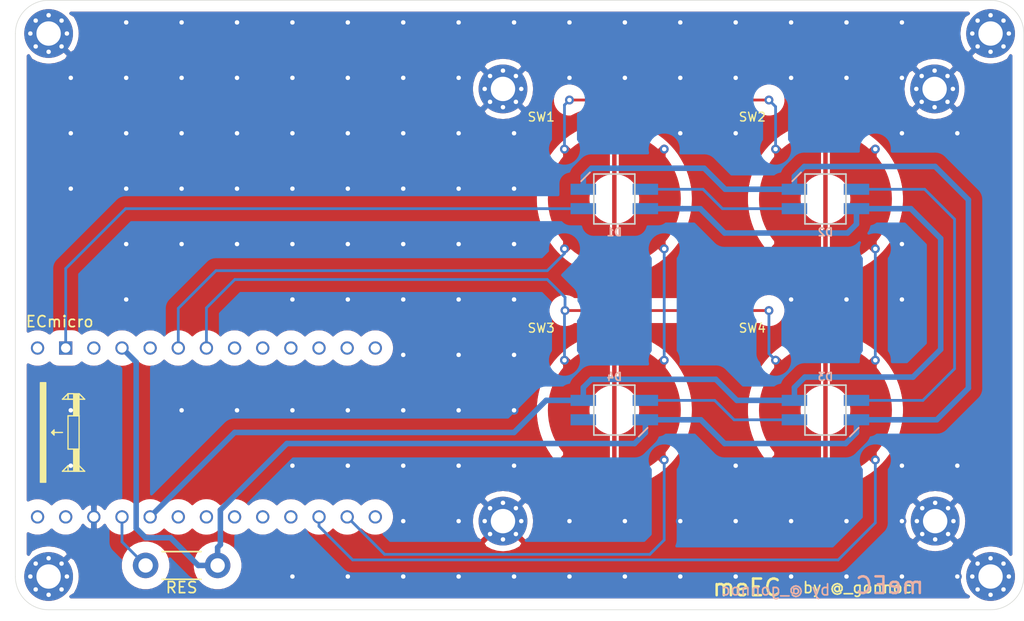
<source format=kicad_pcb>
(kicad_pcb (version 20171130) (host pcbnew "(5.1.2)-1")

  (general
    (thickness 1.6)
    (drawings 39)
    (tracks 240)
    (zones 0)
    (modules 18)
    (nets 31)
  )

  (page A4)
  (layers
    (0 F.Cu signal)
    (31 B.Cu signal)
    (32 B.Adhes user)
    (33 F.Adhes user)
    (34 B.Paste user)
    (35 F.Paste user)
    (36 B.SilkS user)
    (37 F.SilkS user)
    (38 B.Mask user)
    (39 F.Mask user)
    (40 Dwgs.User user)
    (41 Cmts.User user)
    (42 Eco1.User user)
    (43 Eco2.User user)
    (44 Edge.Cuts user)
    (45 Margin user)
    (46 B.CrtYd user)
    (47 F.CrtYd user)
    (48 B.Fab user)
    (49 F.Fab user)
  )

  (setup
    (last_trace_width 0.25)
    (trace_clearance 0.2)
    (zone_clearance 1)
    (zone_45_only no)
    (trace_min 0.2)
    (via_size 0.8)
    (via_drill 0.4)
    (via_min_size 0.4)
    (via_min_drill 0.3)
    (uvia_size 0.3)
    (uvia_drill 0.1)
    (uvias_allowed no)
    (uvia_min_size 0.2)
    (uvia_min_drill 0.1)
    (edge_width 0.05)
    (segment_width 0.2)
    (pcb_text_width 0.3)
    (pcb_text_size 1.5 1.5)
    (mod_edge_width 0.12)
    (mod_text_size 1 1)
    (mod_text_width 0.15)
    (pad_size 0.5 0.5)
    (pad_drill 0)
    (pad_to_mask_clearance 0.051)
    (solder_mask_min_width 0.25)
    (aux_axis_origin 130 118)
    (visible_elements 7FFFFFFF)
    (pcbplotparams
      (layerselection 0x010f0_ffffffff)
      (usegerberextensions true)
      (usegerberattributes false)
      (usegerberadvancedattributes false)
      (creategerberjobfile false)
      (excludeedgelayer true)
      (linewidth 0.100000)
      (plotframeref false)
      (viasonmask false)
      (mode 1)
      (useauxorigin true)
      (hpglpennumber 1)
      (hpglpenspeed 20)
      (hpglpendiameter 15.000000)
      (psnegative false)
      (psa4output false)
      (plotreference true)
      (plotvalue true)
      (plotinvisibletext false)
      (padsonsilk false)
      (subtractmaskfromsilk true)
      (outputformat 1)
      (mirror false)
      (drillshape 0)
      (scaleselection 1)
      (outputdirectory "meEC_gerber"))
  )

  (net 0 "")
  (net 1 "Net-(D1-Pad2)")
  (net 2 "Net-(D2-Pad2)")
  (net 3 "Net-(D3-Pad2)")
  (net 4 "Net-(D4-Pad2)")
  (net 5 GND)
  (net 6 VCC)
  (net 7 LED)
  (net 8 R0)
  (net 9 C0)
  (net 10 GNDA)
  (net 11 C1)
  (net 12 R1)
  (net 13 "Net-(SW5-Pad1)")
  (net 14 "Net-(U1-Pad14)")
  (net 15 "Net-(U1-Pad13)")
  (net 16 "Net-(U1-Pad20)")
  (net 17 "Net-(U1-Pad17)")
  (net 18 "Net-(U1-Pad19)")
  (net 19 "Net-(U1-Pad18)")
  (net 20 "Net-(U1-Pad21)")
  (net 21 "Net-(U1-Pad25)")
  (net 22 "Net-(U1-Pad26)")
  (net 23 "Net-(U1-Pad12)")
  (net 24 "Net-(U1-Pad11)")
  (net 25 "Net-(U1-Pad10)")
  (net 26 "Net-(U1-Pad9)")
  (net 27 "Net-(U1-Pad8)")
  (net 28 "Net-(U1-Pad5)")
  (net 29 "Net-(U1-Pad3)")
  (net 30 "Net-(U1-Pad1)")

  (net_class Default "これはデフォルトのネット クラスです。"
    (clearance 0.2)
    (trace_width 0.25)
    (via_dia 0.8)
    (via_drill 0.4)
    (uvia_dia 0.3)
    (uvia_drill 0.1)
    (add_net C0)
    (add_net C1)
    (add_net GNDA)
    (add_net LED)
    (add_net "Net-(D1-Pad2)")
    (add_net "Net-(D2-Pad2)")
    (add_net "Net-(D3-Pad2)")
    (add_net "Net-(D4-Pad2)")
    (add_net "Net-(SW5-Pad1)")
    (add_net "Net-(U1-Pad1)")
    (add_net "Net-(U1-Pad10)")
    (add_net "Net-(U1-Pad11)")
    (add_net "Net-(U1-Pad12)")
    (add_net "Net-(U1-Pad13)")
    (add_net "Net-(U1-Pad14)")
    (add_net "Net-(U1-Pad17)")
    (add_net "Net-(U1-Pad18)")
    (add_net "Net-(U1-Pad19)")
    (add_net "Net-(U1-Pad20)")
    (add_net "Net-(U1-Pad21)")
    (add_net "Net-(U1-Pad25)")
    (add_net "Net-(U1-Pad26)")
    (add_net "Net-(U1-Pad3)")
    (add_net "Net-(U1-Pad5)")
    (add_net "Net-(U1-Pad8)")
    (add_net "Net-(U1-Pad9)")
    (add_net R0)
    (add_net R1)
  )

  (net_class Power ""
    (clearance 0.2)
    (trace_width 0.5)
    (via_dia 0.8)
    (via_drill 0.4)
    (uvia_dia 0.3)
    (uvia_drill 0.1)
    (add_net GND)
    (add_net VCC)
  )

  (module meEC:BLEMicroPro (layer B.Cu) (tedit 5F671B84) (tstamp 5F674764)
    (at 132 102 270)
    (descr "Through hole straight pin header, 1x12, 2.54mm pitch, single row")
    (tags "Through hole pin header THT 1x12 2.54mm single row")
    (path /5F682A16)
    (fp_text reference U1 (at 0 0 270) (layer B.SilkS) hide
      (effects (font (size 1 1) (thickness 0.15)) (justify mirror))
    )
    (fp_text value ECmicro (at 0 2.54 270) (layer B.Fab)
      (effects (font (size 1 1) (thickness 0.15)) (justify mirror))
    )
    (fp_line (start 8.89 -31.75) (end 8.89 1.27) (layer Cmts.User) (width 0.12))
    (fp_line (start -8.89 -31.75) (end 8.89 -31.75) (layer Cmts.User) (width 0.12))
    (fp_line (start -8.89 1.27) (end -8.89 -31.75) (layer Cmts.User) (width 0.12))
    (fp_line (start 8.89 1.27) (end -8.89 1.27) (layer Cmts.User) (width 0.12))
    (fp_line (start 6.985 1.27) (end 8.89 1.27) (layer B.Fab) (width 0.1))
    (fp_line (start 8.89 -31.75) (end 6.35 -31.75) (layer B.Fab) (width 0.1))
    (fp_line (start 6.35 0.635) (end 6.985 1.27) (layer B.Fab) (width 0.1))
    (fp_line (start 8.89 1.27) (end 8.89 -29.21) (layer B.Fab) (width 0.1))
    (fp_text user %R (at 7.62 -13.97) (layer B.Fab)
      (effects (font (size 1 1) (thickness 0.15)) (justify mirror))
    )
    (fp_line (start 6.35 -29.21) (end 6.35 0.635) (layer B.Fab) (width 0.1))
    (fp_line (start 9.42 1.8) (end 5.82 1.8) (layer B.CrtYd) (width 0.05))
    (fp_line (start 5.82 -29.75) (end 9.42 -29.75) (layer B.CrtYd) (width 0.05))
    (fp_line (start 5.82 1.8) (end 5.82 -29.75) (layer B.CrtYd) (width 0.05))
    (fp_line (start 9.42 -29.75) (end 9.42 1.8) (layer B.CrtYd) (width 0.05))
    (fp_text user %R (at -7.62 -13.97) (layer B.Fab)
      (effects (font (size 1 1) (thickness 0.15)) (justify mirror))
    )
    (fp_line (start -5.82 1.8) (end -9.42 1.8) (layer B.CrtYd) (width 0.05))
    (fp_line (start -5.82 -29.75) (end -5.82 1.8) (layer B.CrtYd) (width 0.05))
    (fp_line (start -9.42 -29.75) (end -5.82 -29.75) (layer B.CrtYd) (width 0.05))
    (fp_line (start -9.42 1.8) (end -9.42 -29.75) (layer B.CrtYd) (width 0.05))
    (fp_line (start -8.89 0.635) (end -8.255 1.27) (layer B.Fab) (width 0.1))
    (fp_line (start -8.89 -29.21) (end -8.89 0.635) (layer B.Fab) (width 0.1))
    (fp_line (start -6.35 -29.21) (end -8.89 -29.21) (layer B.Fab) (width 0.1))
    (fp_line (start -6.35 1.27) (end -6.35 -29.21) (layer B.Fab) (width 0.1))
    (fp_line (start -8.255 1.27) (end -6.35 1.27) (layer B.Fab) (width 0.1))
    (pad 14 thru_hole oval (at 7.62 -30.48) (size 1.2 1.2) (drill 0.85) (layers *.Cu *.Mask)
      (net 14 "Net-(U1-Pad14)"))
    (pad 13 thru_hole oval (at -7.62 -30.48 270) (size 1.2 1.2) (drill 0.85) (layers *.Cu *.Mask)
      (net 15 "Net-(U1-Pad13)"))
    (pad 20 thru_hole oval (at 7.62 -15.24 270) (size 1.2 1.2) (drill 0.85) (layers *.Cu *.Mask)
      (net 16 "Net-(U1-Pad20)"))
    (pad 17 thru_hole oval (at 7.62 -22.86 270) (size 1.2 1.2) (drill 0.85) (layers *.Cu *.Mask)
      (net 17 "Net-(U1-Pad17)"))
    (pad 16 thru_hole oval (at 7.62 -25.4 270) (size 1.2 1.2) (drill 0.85) (layers *.Cu *.Mask)
      (net 11 C1))
    (pad 19 thru_hole oval (at 7.62 -17.78 270) (size 1.2 1.2) (drill 0.85) (layers *.Cu *.Mask)
      (net 18 "Net-(U1-Pad19)"))
    (pad 18 thru_hole oval (at 7.62 -20.32 270) (size 1.2 1.2) (drill 0.85) (layers *.Cu *.Mask)
      (net 19 "Net-(U1-Pad18)"))
    (pad 15 thru_hole oval (at 7.62 -27.94 270) (size 1.2 1.2) (drill 0.85) (layers *.Cu *.Mask)
      (net 9 C0))
    (pad 21 thru_hole oval (at 7.62 -12.7 270) (size 1.2 1.2) (drill 0.85) (layers *.Cu *.Mask)
      (net 20 "Net-(U1-Pad21)"))
    (pad 25 thru_hole oval (at 7.62 -2.54 270) (size 1.2 1.2) (drill 0.85) (layers *.Cu *.Mask)
      (net 21 "Net-(U1-Pad25)"))
    (pad 23 thru_hole oval (at 7.62 -7.62 270) (size 1.2 1.2) (drill 0.85) (layers *.Cu *.Mask)
      (net 13 "Net-(SW5-Pad1)"))
    (pad 26 thru_hole circle (at 7.62 0 270) (size 1.2 1.2) (drill 0.85) (layers *.Cu *.Mask)
      (net 22 "Net-(U1-Pad26)"))
    (pad 24 thru_hole oval (at 7.62 -5.08 270) (size 1.2 1.2) (drill 0.85) (layers *.Cu *.Mask)
      (net 10 GNDA))
    (pad 22 thru_hole oval (at 7.62 -10.16 270) (size 1.2 1.2) (drill 0.85) (layers *.Cu *.Mask)
      (net 6 VCC))
    (pad 12 thru_hole oval (at -7.62 -27.94 270) (size 1.2 1.2) (drill 0.85) (layers *.Cu *.Mask)
      (net 23 "Net-(U1-Pad12)"))
    (pad 11 thru_hole oval (at -7.62 -25.4 270) (size 1.2 1.2) (drill 0.85) (layers *.Cu *.Mask)
      (net 24 "Net-(U1-Pad11)"))
    (pad 10 thru_hole oval (at -7.62 -22.86 270) (size 1.2 1.2) (drill 0.85) (layers *.Cu *.Mask)
      (net 25 "Net-(U1-Pad10)"))
    (pad 9 thru_hole oval (at -7.62 -20.32 270) (size 1.2 1.2) (drill 0.85) (layers *.Cu *.Mask)
      (net 26 "Net-(U1-Pad9)"))
    (pad 8 thru_hole oval (at -7.62 -17.78 270) (size 1.2 1.2) (drill 0.85) (layers *.Cu *.Mask)
      (net 27 "Net-(U1-Pad8)"))
    (pad 7 thru_hole oval (at -7.62 -15.24 270) (size 1.2 1.2) (drill 0.85) (layers *.Cu *.Mask)
      (net 12 R1))
    (pad 6 thru_hole oval (at -7.62 -12.7 270) (size 1.2 1.2) (drill 0.85) (layers *.Cu *.Mask)
      (net 8 R0))
    (pad 5 thru_hole oval (at -7.62 -10.16 270) (size 1.2 1.2) (drill 0.85) (layers *.Cu *.Mask)
      (net 28 "Net-(U1-Pad5)"))
    (pad 4 thru_hole oval (at -7.62 -7.62 270) (size 1.2 1.2) (drill 0.85) (layers *.Cu *.Mask)
      (net 5 GND))
    (pad 3 thru_hole oval (at -7.62 -5.08 270) (size 1.2 1.2) (drill 0.85) (layers *.Cu *.Mask)
      (net 29 "Net-(U1-Pad3)"))
    (pad 2 thru_hole rect (at -7.62 -2.54 270) (size 1.2 1.2) (drill 0.85) (layers *.Cu *.Mask)
      (net 7 LED))
    (pad 1 thru_hole circle (at -7.62 0 270) (size 1.2 1.2) (drill 0.85) (layers *.Cu *.Mask)
      (net 30 "Net-(U1-Pad1)"))
    (model ${KISYS3DMOD}/Pin_Headers.3dshapes/Pin_Header_Straight_1x12_Pitch2.54mm.wrl
      (at (xyz 0 0 0))
      (scale (xyz 1 1 1))
      (rotate (xyz 0 0 0))
    )
  )

  (module meEC:TactSW_2Pin (layer F.Cu) (tedit 5F66F5A5) (tstamp 5F674726)
    (at 145 114)
    (path /5F688732)
    (fp_text reference SW5 (at 0 2.54 180) (layer F.SilkS) hide
      (effects (font (size 1 1) (thickness 0.15)))
    )
    (fp_text value SW_Push (at 0 -2.25 180) (layer F.Fab)
      (effects (font (size 1 1) (thickness 0.15)))
    )
    (fp_line (start 1.75 -1.25) (end -1.75 -1.25) (layer F.SilkS) (width 0.15))
    (fp_line (start -1.75 1.25) (end 1.75 1.25) (layer F.SilkS) (width 0.15))
    (pad 2 thru_hole circle (at 3.25 0) (size 2.3 2.3) (drill 1.3) (layers *.Cu *.Mask)
      (net 5 GND))
    (pad 1 thru_hole circle (at -3.25 0) (size 2.3 2.3) (drill 1.3) (layers *.Cu *.Mask)
      (net 13 "Net-(SW5-Pad1)"))
  )

  (module meEC:ec_pad_led2 (layer F.Cu) (tedit 5F66EE17) (tstamp 5F671E3E)
    (at 203.1 99.98)
    (descr " StepUp generated footprint")
    (path /5F66E881)
    (attr smd)
    (fp_text reference SW4 (at -6.6 -7.4) (layer F.SilkS)
      (effects (font (size 0.8 0.8) (thickness 0.12)))
    )
    (fp_text value EC_SW (at -4.8 -5.2) (layer F.SilkS) hide
      (effects (font (size 0.8 0.8) (thickness 0.12)))
    )
    (fp_line (start -9 7) (end -7 9) (layer Dwgs.User) (width 0.12))
    (fp_line (start -7 9) (end 7 9) (layer Dwgs.User) (width 0.12))
    (fp_arc (start 0 -9) (end -2 -9) (angle -180) (layer Dwgs.User) (width 0.12))
    (fp_line (start 7 9) (end 9 7) (layer Dwgs.User) (width 0.12))
    (fp_line (start -7 -7) (end -7 7) (layer Dwgs.User) (width 0.12))
    (fp_line (start 7 -7) (end -7 -7) (layer Dwgs.User) (width 0.12))
    (fp_line (start 7 -9) (end 9 -7) (layer Dwgs.User) (width 0.12))
    (fp_line (start -7 -9) (end -9 -7) (layer Dwgs.User) (width 0.12))
    (fp_line (start -9 2) (end -9 7) (layer Dwgs.User) (width 0.12))
    (fp_line (start -9 -2) (end -9 2) (layer Dwgs.User) (width 0.12))
    (fp_line (start -9 -7) (end -9 -2) (layer Dwgs.User) (width 0.12))
    (fp_line (start 9 -2) (end 9 -7) (layer Dwgs.User) (width 0.12))
    (fp_line (start -7 7) (end 7 7) (layer Dwgs.User) (width 0.12))
    (fp_line (start 7 7) (end 7 -7) (layer Dwgs.User) (width 0.12))
    (fp_arc (start -9 0) (end -9 2) (angle -180) (layer Dwgs.User) (width 0.12))
    (fp_line (start 7 -9) (end -7 -9) (layer Dwgs.User) (width 0.12))
    (fp_arc (start 0 9) (end 2 9) (angle -180) (layer Dwgs.User) (width 0.12))
    (fp_line (start 9 7) (end 9 2) (layer Dwgs.User) (width 0.12))
    (fp_line (start 9 -2) (end 9 2) (layer Dwgs.User) (width 0.12))
    (fp_arc (start 9 0) (end 9 -2) (angle -180) (layer Dwgs.User) (width 0.12))
    (pad 2 smd custom (at 4.5 4.5 90) (size 0.5 0.5) (layers F.Cu)
      (net 11 C1) (zone_connect 0)
      (options (clearance outline) (anchor circle))
      (primitives
        (gr_poly (pts
           (xy 0.549606 0.01608) (xy 0.282843 0.282843) (xy 0.181596 0.356403) (xy 0.062574 0.395075) (xy -0.062574 0.395075)
           (xy -0.181596 0.356403) (xy -0.282843 0.282843) (xy -0.356403 0.181596) (xy -0.395075 0.062574) (xy -0.395075 -0.062574)
           (xy -0.356403 -0.181596) (xy -0.282843 -0.282843) (xy -0.016075 -0.54961)) (width 0))
      ))
    (pad 1 smd custom (at -4.5 -4.5 270) (size 0.5 0.5) (layers F.Cu)
      (net 12 R1) (zone_connect 0)
      (options (clearance outline) (anchor circle))
      (primitives
        (gr_poly (pts
           (xy 0.549606 0.01608) (xy 0.282843 0.282843) (xy 0.181596 0.356403) (xy 0.062574 0.395075) (xy -0.062574 0.395075)
           (xy -0.181596 0.356403) (xy -0.282843 0.282843) (xy -0.356403 0.181596) (xy -0.395075 0.062574) (xy -0.395075 -0.062574)
           (xy -0.356403 -0.181596) (xy -0.282843 -0.282843) (xy -0.016075 -0.54961)) (width 0))
      ))
    (pad 3 smd custom (at 8 0) (size 0.5 0.5) (layers F.Cu)
      (net 10 GNDA) (zone_connect 2)
      (options (clearance convexhull) (anchor rect))
      (primitives
        (gr_circle (center -8 0) (end -0.25 0) (width 1.5))
        (gr_line (start -8 8) (end -8 -8) (width 0.4))
      ))
    (pad 2 smd custom (at 4.5 -4.5 180) (size 0.5 0.5) (layers F.Cu)
      (net 11 C1) (zone_connect 0)
      (options (clearance outline) (anchor circle))
      (primitives
        (gr_poly (pts
           (xy 3.613787 1.434257) (xy 3.133673 1.342424) (xy 2.662628 1.211814) (xy 2.203778 1.043292) (xy 1.760168 0.837979)
           (xy 1.334744 0.597237) (xy 0.930328 0.322663) (xy 0.549606 0.01608) (xy 0.282843 0.282843) (xy 0.181596 0.356403)
           (xy 0.062574 0.395075) (xy -0.062574 0.395075) (xy -0.181596 0.356403) (xy -0.282843 0.282843) (xy -0.356403 0.181596)
           (xy -0.395075 0.062574) (xy -0.395075 -0.062574) (xy -0.356403 -0.181596) (xy -0.282843 -0.282843) (xy -0.016075 -0.54961)
           (xy -0.315112 -0.920172) (xy -0.583822 -1.313281) (xy -0.820512 -1.726461) (xy -1.023692 -2.157109) (xy -1.192081 -2.602512)
           (xy -1.324621 -3.059866) (xy -1.420474 -3.526291) (xy -1.479039 -3.998847) (xy -1.499946 -4.47456) (xy -1.483064 -4.950432)
           (xy -1.428498 -5.423467) (xy -1.336592 -5.890685) (xy -1.207926 -6.349144) (xy -1.04331 -6.795956) (xy -0.84378 -7.228307)
           (xy -0.610593 -7.643474) (xy -0.345218 -8.038841) (xy -0.049326 -8.41192) (xy 0.275219 -8.760359) (xy 0.626373 -9.081965)
           (xy 1.001924 -9.374712) (xy 1.399507 -9.636757) (xy 1.816618 -9.866447) (xy 2.25063 -10.062338) (xy 2.698809 -10.223195)
           (xy 3.158333 -10.348005) (xy 3.626307 -10.435982) (xy 4.099783 -10.486572) (xy 4.099783 -6.714029) (xy 3.810626 -6.641704)
           (xy 3.533567 -6.531793) (xy 3.273466 -6.386224) (xy 3.03489 -6.207551) (xy 2.822024 -5.998911) (xy 2.638605 -5.763964)
           (xy 2.487851 -5.506834) (xy 2.372408 -5.232033) (xy 2.294302 -4.944384) (xy 2.254903 -4.648934) (xy 2.254903 -4.35087)
           (xy 2.294302 -4.05542) (xy 2.372408 -3.767771) (xy 2.487851 -3.49297) (xy 2.638605 -3.23584) (xy 2.822024 -3.000894)
           (xy 3.03489 -2.792253) (xy 3.273466 -2.61358) (xy 3.533567 -2.468011) (xy 3.810626 -2.3581) (xy 4.099783 -2.285775)
           (xy 4.099783 1.486703)) (width 0))
      ))
    (pad 1 smd custom (at -4.5 4.5) (size 0.5 0.5) (layers F.Cu)
      (net 12 R1) (zone_connect 0)
      (options (clearance outline) (anchor circle))
      (primitives
        (gr_poly (pts
           (xy 3.613787 1.434257) (xy 3.133673 1.342424) (xy 2.662628 1.211814) (xy 2.203778 1.043292) (xy 1.760168 0.837979)
           (xy 1.334744 0.597237) (xy 0.930328 0.322663) (xy 0.549606 0.01608) (xy 0.282843 0.282843) (xy 0.181596 0.356403)
           (xy 0.062574 0.395075) (xy -0.062574 0.395075) (xy -0.181596 0.356403) (xy -0.282843 0.282843) (xy -0.356403 0.181596)
           (xy -0.395075 0.062574) (xy -0.395075 -0.062574) (xy -0.356403 -0.181596) (xy -0.282843 -0.282843) (xy -0.016075 -0.54961)
           (xy -0.315112 -0.920172) (xy -0.583822 -1.313281) (xy -0.820512 -1.726461) (xy -1.023692 -2.157109) (xy -1.192081 -2.602512)
           (xy -1.324621 -3.059866) (xy -1.420474 -3.526291) (xy -1.479039 -3.998847) (xy -1.499946 -4.47456) (xy -1.483064 -4.950432)
           (xy -1.428498 -5.423467) (xy -1.336592 -5.890685) (xy -1.207926 -6.349144) (xy -1.04331 -6.795956) (xy -0.84378 -7.228307)
           (xy -0.610593 -7.643474) (xy -0.345218 -8.038841) (xy -0.049326 -8.41192) (xy 0.275219 -8.760359) (xy 0.626373 -9.081965)
           (xy 1.001924 -9.374712) (xy 1.399507 -9.636757) (xy 1.816618 -9.866447) (xy 2.25063 -10.062338) (xy 2.698809 -10.223195)
           (xy 3.158333 -10.348005) (xy 3.626307 -10.435982) (xy 4.099783 -10.486572) (xy 4.099783 -6.714029) (xy 3.810626 -6.641704)
           (xy 3.533567 -6.531793) (xy 3.273466 -6.386224) (xy 3.03489 -6.207551) (xy 2.822024 -5.998911) (xy 2.638605 -5.763964)
           (xy 2.487851 -5.506834) (xy 2.372408 -5.232033) (xy 2.294302 -4.944384) (xy 2.254903 -4.648934) (xy 2.254903 -4.35087)
           (xy 2.294302 -4.05542) (xy 2.372408 -3.767771) (xy 2.487851 -3.49297) (xy 2.638605 -3.23584) (xy 2.822024 -3.000894)
           (xy 3.03489 -2.792253) (xy 3.273466 -2.61358) (xy 3.533567 -2.468011) (xy 3.810626 -2.3581) (xy 4.099783 -2.285775)
           (xy 4.099783 1.486703)) (width 0))
      ))
    (model C:\Users\sekig\Documents\keyboard\ec_keyboard\.wrl
      (at (xyz 0 0 0))
      (scale (xyz 1 1 1))
      (rotate (xyz 0 0 0))
    )
  )

  (module meEC:ec_pad_led2 (layer F.Cu) (tedit 5F66EE17) (tstamp 5F67212B)
    (at 184.05 99.98)
    (descr " StepUp generated footprint")
    (path /5F66E87B)
    (attr smd)
    (fp_text reference SW3 (at -6.6 -7.4) (layer F.SilkS)
      (effects (font (size 0.8 0.8) (thickness 0.12)))
    )
    (fp_text value EC_SW (at -4.8 -5.2) (layer F.SilkS) hide
      (effects (font (size 0.8 0.8) (thickness 0.12)))
    )
    (fp_line (start -9 7) (end -7 9) (layer Dwgs.User) (width 0.12))
    (fp_line (start -7 9) (end 7 9) (layer Dwgs.User) (width 0.12))
    (fp_arc (start 0 -9) (end -2 -9) (angle -180) (layer Dwgs.User) (width 0.12))
    (fp_line (start 7 9) (end 9 7) (layer Dwgs.User) (width 0.12))
    (fp_line (start -7 -7) (end -7 7) (layer Dwgs.User) (width 0.12))
    (fp_line (start 7 -7) (end -7 -7) (layer Dwgs.User) (width 0.12))
    (fp_line (start 7 -9) (end 9 -7) (layer Dwgs.User) (width 0.12))
    (fp_line (start -7 -9) (end -9 -7) (layer Dwgs.User) (width 0.12))
    (fp_line (start -9 2) (end -9 7) (layer Dwgs.User) (width 0.12))
    (fp_line (start -9 -2) (end -9 2) (layer Dwgs.User) (width 0.12))
    (fp_line (start -9 -7) (end -9 -2) (layer Dwgs.User) (width 0.12))
    (fp_line (start 9 -2) (end 9 -7) (layer Dwgs.User) (width 0.12))
    (fp_line (start -7 7) (end 7 7) (layer Dwgs.User) (width 0.12))
    (fp_line (start 7 7) (end 7 -7) (layer Dwgs.User) (width 0.12))
    (fp_arc (start -9 0) (end -9 2) (angle -180) (layer Dwgs.User) (width 0.12))
    (fp_line (start 7 -9) (end -7 -9) (layer Dwgs.User) (width 0.12))
    (fp_arc (start 0 9) (end 2 9) (angle -180) (layer Dwgs.User) (width 0.12))
    (fp_line (start 9 7) (end 9 2) (layer Dwgs.User) (width 0.12))
    (fp_line (start 9 -2) (end 9 2) (layer Dwgs.User) (width 0.12))
    (fp_arc (start 9 0) (end 9 -2) (angle -180) (layer Dwgs.User) (width 0.12))
    (pad 2 smd custom (at 4.5 4.5 90) (size 0.5 0.5) (layers F.Cu)
      (net 9 C0) (zone_connect 0)
      (options (clearance outline) (anchor circle))
      (primitives
        (gr_poly (pts
           (xy 0.549606 0.01608) (xy 0.282843 0.282843) (xy 0.181596 0.356403) (xy 0.062574 0.395075) (xy -0.062574 0.395075)
           (xy -0.181596 0.356403) (xy -0.282843 0.282843) (xy -0.356403 0.181596) (xy -0.395075 0.062574) (xy -0.395075 -0.062574)
           (xy -0.356403 -0.181596) (xy -0.282843 -0.282843) (xy -0.016075 -0.54961)) (width 0))
      ))
    (pad 1 smd custom (at -4.5 -4.5 270) (size 0.5 0.5) (layers F.Cu)
      (net 12 R1) (zone_connect 0)
      (options (clearance outline) (anchor circle))
      (primitives
        (gr_poly (pts
           (xy 0.549606 0.01608) (xy 0.282843 0.282843) (xy 0.181596 0.356403) (xy 0.062574 0.395075) (xy -0.062574 0.395075)
           (xy -0.181596 0.356403) (xy -0.282843 0.282843) (xy -0.356403 0.181596) (xy -0.395075 0.062574) (xy -0.395075 -0.062574)
           (xy -0.356403 -0.181596) (xy -0.282843 -0.282843) (xy -0.016075 -0.54961)) (width 0))
      ))
    (pad 3 smd custom (at 8 0) (size 0.5 0.5) (layers F.Cu)
      (net 10 GNDA) (zone_connect 2)
      (options (clearance convexhull) (anchor rect))
      (primitives
        (gr_circle (center -8 0) (end -0.25 0) (width 1.5))
        (gr_line (start -8 8) (end -8 -8) (width 0.4))
      ))
    (pad 2 smd custom (at 4.5 -4.5 180) (size 0.5 0.5) (layers F.Cu)
      (net 9 C0) (zone_connect 0)
      (options (clearance outline) (anchor circle))
      (primitives
        (gr_poly (pts
           (xy 3.613787 1.434257) (xy 3.133673 1.342424) (xy 2.662628 1.211814) (xy 2.203778 1.043292) (xy 1.760168 0.837979)
           (xy 1.334744 0.597237) (xy 0.930328 0.322663) (xy 0.549606 0.01608) (xy 0.282843 0.282843) (xy 0.181596 0.356403)
           (xy 0.062574 0.395075) (xy -0.062574 0.395075) (xy -0.181596 0.356403) (xy -0.282843 0.282843) (xy -0.356403 0.181596)
           (xy -0.395075 0.062574) (xy -0.395075 -0.062574) (xy -0.356403 -0.181596) (xy -0.282843 -0.282843) (xy -0.016075 -0.54961)
           (xy -0.315112 -0.920172) (xy -0.583822 -1.313281) (xy -0.820512 -1.726461) (xy -1.023692 -2.157109) (xy -1.192081 -2.602512)
           (xy -1.324621 -3.059866) (xy -1.420474 -3.526291) (xy -1.479039 -3.998847) (xy -1.499946 -4.47456) (xy -1.483064 -4.950432)
           (xy -1.428498 -5.423467) (xy -1.336592 -5.890685) (xy -1.207926 -6.349144) (xy -1.04331 -6.795956) (xy -0.84378 -7.228307)
           (xy -0.610593 -7.643474) (xy -0.345218 -8.038841) (xy -0.049326 -8.41192) (xy 0.275219 -8.760359) (xy 0.626373 -9.081965)
           (xy 1.001924 -9.374712) (xy 1.399507 -9.636757) (xy 1.816618 -9.866447) (xy 2.25063 -10.062338) (xy 2.698809 -10.223195)
           (xy 3.158333 -10.348005) (xy 3.626307 -10.435982) (xy 4.099783 -10.486572) (xy 4.099783 -6.714029) (xy 3.810626 -6.641704)
           (xy 3.533567 -6.531793) (xy 3.273466 -6.386224) (xy 3.03489 -6.207551) (xy 2.822024 -5.998911) (xy 2.638605 -5.763964)
           (xy 2.487851 -5.506834) (xy 2.372408 -5.232033) (xy 2.294302 -4.944384) (xy 2.254903 -4.648934) (xy 2.254903 -4.35087)
           (xy 2.294302 -4.05542) (xy 2.372408 -3.767771) (xy 2.487851 -3.49297) (xy 2.638605 -3.23584) (xy 2.822024 -3.000894)
           (xy 3.03489 -2.792253) (xy 3.273466 -2.61358) (xy 3.533567 -2.468011) (xy 3.810626 -2.3581) (xy 4.099783 -2.285775)
           (xy 4.099783 1.486703)) (width 0))
      ))
    (pad 1 smd custom (at -4.5 4.5) (size 0.5 0.5) (layers F.Cu)
      (net 12 R1) (zone_connect 0)
      (options (clearance outline) (anchor circle))
      (primitives
        (gr_poly (pts
           (xy 3.613787 1.434257) (xy 3.133673 1.342424) (xy 2.662628 1.211814) (xy 2.203778 1.043292) (xy 1.760168 0.837979)
           (xy 1.334744 0.597237) (xy 0.930328 0.322663) (xy 0.549606 0.01608) (xy 0.282843 0.282843) (xy 0.181596 0.356403)
           (xy 0.062574 0.395075) (xy -0.062574 0.395075) (xy -0.181596 0.356403) (xy -0.282843 0.282843) (xy -0.356403 0.181596)
           (xy -0.395075 0.062574) (xy -0.395075 -0.062574) (xy -0.356403 -0.181596) (xy -0.282843 -0.282843) (xy -0.016075 -0.54961)
           (xy -0.315112 -0.920172) (xy -0.583822 -1.313281) (xy -0.820512 -1.726461) (xy -1.023692 -2.157109) (xy -1.192081 -2.602512)
           (xy -1.324621 -3.059866) (xy -1.420474 -3.526291) (xy -1.479039 -3.998847) (xy -1.499946 -4.47456) (xy -1.483064 -4.950432)
           (xy -1.428498 -5.423467) (xy -1.336592 -5.890685) (xy -1.207926 -6.349144) (xy -1.04331 -6.795956) (xy -0.84378 -7.228307)
           (xy -0.610593 -7.643474) (xy -0.345218 -8.038841) (xy -0.049326 -8.41192) (xy 0.275219 -8.760359) (xy 0.626373 -9.081965)
           (xy 1.001924 -9.374712) (xy 1.399507 -9.636757) (xy 1.816618 -9.866447) (xy 2.25063 -10.062338) (xy 2.698809 -10.223195)
           (xy 3.158333 -10.348005) (xy 3.626307 -10.435982) (xy 4.099783 -10.486572) (xy 4.099783 -6.714029) (xy 3.810626 -6.641704)
           (xy 3.533567 -6.531793) (xy 3.273466 -6.386224) (xy 3.03489 -6.207551) (xy 2.822024 -5.998911) (xy 2.638605 -5.763964)
           (xy 2.487851 -5.506834) (xy 2.372408 -5.232033) (xy 2.294302 -4.944384) (xy 2.254903 -4.648934) (xy 2.254903 -4.35087)
           (xy 2.294302 -4.05542) (xy 2.372408 -3.767771) (xy 2.487851 -3.49297) (xy 2.638605 -3.23584) (xy 2.822024 -3.000894)
           (xy 3.03489 -2.792253) (xy 3.273466 -2.61358) (xy 3.533567 -2.468011) (xy 3.810626 -2.3581) (xy 4.099783 -2.285775)
           (xy 4.099783 1.486703)) (width 0))
      ))
    (model C:\Users\sekig\Documents\keyboard\ec_keyboard\.wrl
      (at (xyz 0 0 0))
      (scale (xyz 1 1 1))
      (rotate (xyz 0 0 0))
    )
  )

  (module meEC:ec_pad_led2 (layer F.Cu) (tedit 5F66EE17) (tstamp 5F672272)
    (at 203.1 80.93)
    (descr " StepUp generated footprint")
    (path /5F66CE62)
    (attr smd)
    (fp_text reference SW2 (at -6.6 -7.4) (layer F.SilkS)
      (effects (font (size 0.8 0.8) (thickness 0.12)))
    )
    (fp_text value EC_SW (at -4.8 -5.2) (layer F.SilkS) hide
      (effects (font (size 0.8 0.8) (thickness 0.12)))
    )
    (fp_line (start -9 7) (end -7 9) (layer Dwgs.User) (width 0.12))
    (fp_line (start -7 9) (end 7 9) (layer Dwgs.User) (width 0.12))
    (fp_arc (start 0 -9) (end -2 -9) (angle -180) (layer Dwgs.User) (width 0.12))
    (fp_line (start 7 9) (end 9 7) (layer Dwgs.User) (width 0.12))
    (fp_line (start -7 -7) (end -7 7) (layer Dwgs.User) (width 0.12))
    (fp_line (start 7 -7) (end -7 -7) (layer Dwgs.User) (width 0.12))
    (fp_line (start 7 -9) (end 9 -7) (layer Dwgs.User) (width 0.12))
    (fp_line (start -7 -9) (end -9 -7) (layer Dwgs.User) (width 0.12))
    (fp_line (start -9 2) (end -9 7) (layer Dwgs.User) (width 0.12))
    (fp_line (start -9 -2) (end -9 2) (layer Dwgs.User) (width 0.12))
    (fp_line (start -9 -7) (end -9 -2) (layer Dwgs.User) (width 0.12))
    (fp_line (start 9 -2) (end 9 -7) (layer Dwgs.User) (width 0.12))
    (fp_line (start -7 7) (end 7 7) (layer Dwgs.User) (width 0.12))
    (fp_line (start 7 7) (end 7 -7) (layer Dwgs.User) (width 0.12))
    (fp_arc (start -9 0) (end -9 2) (angle -180) (layer Dwgs.User) (width 0.12))
    (fp_line (start 7 -9) (end -7 -9) (layer Dwgs.User) (width 0.12))
    (fp_arc (start 0 9) (end 2 9) (angle -180) (layer Dwgs.User) (width 0.12))
    (fp_line (start 9 7) (end 9 2) (layer Dwgs.User) (width 0.12))
    (fp_line (start 9 -2) (end 9 2) (layer Dwgs.User) (width 0.12))
    (fp_arc (start 9 0) (end 9 -2) (angle -180) (layer Dwgs.User) (width 0.12))
    (pad 2 smd custom (at 4.5 4.5 90) (size 0.5 0.5) (layers F.Cu)
      (net 11 C1) (zone_connect 0)
      (options (clearance outline) (anchor circle))
      (primitives
        (gr_poly (pts
           (xy 0.549606 0.01608) (xy 0.282843 0.282843) (xy 0.181596 0.356403) (xy 0.062574 0.395075) (xy -0.062574 0.395075)
           (xy -0.181596 0.356403) (xy -0.282843 0.282843) (xy -0.356403 0.181596) (xy -0.395075 0.062574) (xy -0.395075 -0.062574)
           (xy -0.356403 -0.181596) (xy -0.282843 -0.282843) (xy -0.016075 -0.54961)) (width 0))
      ))
    (pad 1 smd custom (at -4.5 -4.5 270) (size 0.5 0.5) (layers F.Cu)
      (net 8 R0) (zone_connect 0)
      (options (clearance outline) (anchor circle))
      (primitives
        (gr_poly (pts
           (xy 0.549606 0.01608) (xy 0.282843 0.282843) (xy 0.181596 0.356403) (xy 0.062574 0.395075) (xy -0.062574 0.395075)
           (xy -0.181596 0.356403) (xy -0.282843 0.282843) (xy -0.356403 0.181596) (xy -0.395075 0.062574) (xy -0.395075 -0.062574)
           (xy -0.356403 -0.181596) (xy -0.282843 -0.282843) (xy -0.016075 -0.54961)) (width 0))
      ))
    (pad 3 smd custom (at 8 0) (size 0.5 0.5) (layers F.Cu)
      (net 10 GNDA) (zone_connect 2)
      (options (clearance convexhull) (anchor rect))
      (primitives
        (gr_circle (center -8 0) (end -0.25 0) (width 1.5))
        (gr_line (start -8 8) (end -8 -8) (width 0.4))
      ))
    (pad 2 smd custom (at 4.5 -4.5 180) (size 0.5 0.5) (layers F.Cu)
      (net 11 C1) (zone_connect 0)
      (options (clearance outline) (anchor circle))
      (primitives
        (gr_poly (pts
           (xy 3.613787 1.434257) (xy 3.133673 1.342424) (xy 2.662628 1.211814) (xy 2.203778 1.043292) (xy 1.760168 0.837979)
           (xy 1.334744 0.597237) (xy 0.930328 0.322663) (xy 0.549606 0.01608) (xy 0.282843 0.282843) (xy 0.181596 0.356403)
           (xy 0.062574 0.395075) (xy -0.062574 0.395075) (xy -0.181596 0.356403) (xy -0.282843 0.282843) (xy -0.356403 0.181596)
           (xy -0.395075 0.062574) (xy -0.395075 -0.062574) (xy -0.356403 -0.181596) (xy -0.282843 -0.282843) (xy -0.016075 -0.54961)
           (xy -0.315112 -0.920172) (xy -0.583822 -1.313281) (xy -0.820512 -1.726461) (xy -1.023692 -2.157109) (xy -1.192081 -2.602512)
           (xy -1.324621 -3.059866) (xy -1.420474 -3.526291) (xy -1.479039 -3.998847) (xy -1.499946 -4.47456) (xy -1.483064 -4.950432)
           (xy -1.428498 -5.423467) (xy -1.336592 -5.890685) (xy -1.207926 -6.349144) (xy -1.04331 -6.795956) (xy -0.84378 -7.228307)
           (xy -0.610593 -7.643474) (xy -0.345218 -8.038841) (xy -0.049326 -8.41192) (xy 0.275219 -8.760359) (xy 0.626373 -9.081965)
           (xy 1.001924 -9.374712) (xy 1.399507 -9.636757) (xy 1.816618 -9.866447) (xy 2.25063 -10.062338) (xy 2.698809 -10.223195)
           (xy 3.158333 -10.348005) (xy 3.626307 -10.435982) (xy 4.099783 -10.486572) (xy 4.099783 -6.714029) (xy 3.810626 -6.641704)
           (xy 3.533567 -6.531793) (xy 3.273466 -6.386224) (xy 3.03489 -6.207551) (xy 2.822024 -5.998911) (xy 2.638605 -5.763964)
           (xy 2.487851 -5.506834) (xy 2.372408 -5.232033) (xy 2.294302 -4.944384) (xy 2.254903 -4.648934) (xy 2.254903 -4.35087)
           (xy 2.294302 -4.05542) (xy 2.372408 -3.767771) (xy 2.487851 -3.49297) (xy 2.638605 -3.23584) (xy 2.822024 -3.000894)
           (xy 3.03489 -2.792253) (xy 3.273466 -2.61358) (xy 3.533567 -2.468011) (xy 3.810626 -2.3581) (xy 4.099783 -2.285775)
           (xy 4.099783 1.486703)) (width 0))
      ))
    (pad 1 smd custom (at -4.5 4.5) (size 0.5 0.5) (layers F.Cu)
      (net 8 R0) (zone_connect 0)
      (options (clearance outline) (anchor circle))
      (primitives
        (gr_poly (pts
           (xy 3.613787 1.434257) (xy 3.133673 1.342424) (xy 2.662628 1.211814) (xy 2.203778 1.043292) (xy 1.760168 0.837979)
           (xy 1.334744 0.597237) (xy 0.930328 0.322663) (xy 0.549606 0.01608) (xy 0.282843 0.282843) (xy 0.181596 0.356403)
           (xy 0.062574 0.395075) (xy -0.062574 0.395075) (xy -0.181596 0.356403) (xy -0.282843 0.282843) (xy -0.356403 0.181596)
           (xy -0.395075 0.062574) (xy -0.395075 -0.062574) (xy -0.356403 -0.181596) (xy -0.282843 -0.282843) (xy -0.016075 -0.54961)
           (xy -0.315112 -0.920172) (xy -0.583822 -1.313281) (xy -0.820512 -1.726461) (xy -1.023692 -2.157109) (xy -1.192081 -2.602512)
           (xy -1.324621 -3.059866) (xy -1.420474 -3.526291) (xy -1.479039 -3.998847) (xy -1.499946 -4.47456) (xy -1.483064 -4.950432)
           (xy -1.428498 -5.423467) (xy -1.336592 -5.890685) (xy -1.207926 -6.349144) (xy -1.04331 -6.795956) (xy -0.84378 -7.228307)
           (xy -0.610593 -7.643474) (xy -0.345218 -8.038841) (xy -0.049326 -8.41192) (xy 0.275219 -8.760359) (xy 0.626373 -9.081965)
           (xy 1.001924 -9.374712) (xy 1.399507 -9.636757) (xy 1.816618 -9.866447) (xy 2.25063 -10.062338) (xy 2.698809 -10.223195)
           (xy 3.158333 -10.348005) (xy 3.626307 -10.435982) (xy 4.099783 -10.486572) (xy 4.099783 -6.714029) (xy 3.810626 -6.641704)
           (xy 3.533567 -6.531793) (xy 3.273466 -6.386224) (xy 3.03489 -6.207551) (xy 2.822024 -5.998911) (xy 2.638605 -5.763964)
           (xy 2.487851 -5.506834) (xy 2.372408 -5.232033) (xy 2.294302 -4.944384) (xy 2.254903 -4.648934) (xy 2.254903 -4.35087)
           (xy 2.294302 -4.05542) (xy 2.372408 -3.767771) (xy 2.487851 -3.49297) (xy 2.638605 -3.23584) (xy 2.822024 -3.000894)
           (xy 3.03489 -2.792253) (xy 3.273466 -2.61358) (xy 3.533567 -2.468011) (xy 3.810626 -2.3581) (xy 4.099783 -2.285775)
           (xy 4.099783 1.486703)) (width 0))
      ))
    (model C:\Users\sekig\Documents\keyboard\ec_keyboard\.wrl
      (at (xyz 0 0 0))
      (scale (xyz 1 1 1))
      (rotate (xyz 0 0 0))
    )
  )

  (module meEC:ec_pad_led2 (layer F.Cu) (tedit 5F66EE17) (tstamp 5F67206C)
    (at 184.05 80.93)
    (descr " StepUp generated footprint")
    (path /5F66C39E)
    (attr smd)
    (fp_text reference SW1 (at -6.6 -7.4) (layer F.SilkS)
      (effects (font (size 0.8 0.8) (thickness 0.12)))
    )
    (fp_text value EC_SW (at -4.8 -5.2) (layer F.SilkS) hide
      (effects (font (size 0.8 0.8) (thickness 0.12)))
    )
    (fp_line (start -9 7) (end -7 9) (layer Dwgs.User) (width 0.12))
    (fp_line (start -7 9) (end 7 9) (layer Dwgs.User) (width 0.12))
    (fp_arc (start 0 -9) (end -2 -9) (angle -180) (layer Dwgs.User) (width 0.12))
    (fp_line (start 7 9) (end 9 7) (layer Dwgs.User) (width 0.12))
    (fp_line (start -7 -7) (end -7 7) (layer Dwgs.User) (width 0.12))
    (fp_line (start 7 -7) (end -7 -7) (layer Dwgs.User) (width 0.12))
    (fp_line (start 7 -9) (end 9 -7) (layer Dwgs.User) (width 0.12))
    (fp_line (start -7 -9) (end -9 -7) (layer Dwgs.User) (width 0.12))
    (fp_line (start -9 2) (end -9 7) (layer Dwgs.User) (width 0.12))
    (fp_line (start -9 -2) (end -9 2) (layer Dwgs.User) (width 0.12))
    (fp_line (start -9 -7) (end -9 -2) (layer Dwgs.User) (width 0.12))
    (fp_line (start 9 -2) (end 9 -7) (layer Dwgs.User) (width 0.12))
    (fp_line (start -7 7) (end 7 7) (layer Dwgs.User) (width 0.12))
    (fp_line (start 7 7) (end 7 -7) (layer Dwgs.User) (width 0.12))
    (fp_arc (start -9 0) (end -9 2) (angle -180) (layer Dwgs.User) (width 0.12))
    (fp_line (start 7 -9) (end -7 -9) (layer Dwgs.User) (width 0.12))
    (fp_arc (start 0 9) (end 2 9) (angle -180) (layer Dwgs.User) (width 0.12))
    (fp_line (start 9 7) (end 9 2) (layer Dwgs.User) (width 0.12))
    (fp_line (start 9 -2) (end 9 2) (layer Dwgs.User) (width 0.12))
    (fp_arc (start 9 0) (end 9 -2) (angle -180) (layer Dwgs.User) (width 0.12))
    (pad 2 smd custom (at 4.5 4.5 90) (size 0.5 0.5) (layers F.Cu)
      (net 9 C0) (zone_connect 0)
      (options (clearance outline) (anchor circle))
      (primitives
        (gr_poly (pts
           (xy 0.549606 0.01608) (xy 0.282843 0.282843) (xy 0.181596 0.356403) (xy 0.062574 0.395075) (xy -0.062574 0.395075)
           (xy -0.181596 0.356403) (xy -0.282843 0.282843) (xy -0.356403 0.181596) (xy -0.395075 0.062574) (xy -0.395075 -0.062574)
           (xy -0.356403 -0.181596) (xy -0.282843 -0.282843) (xy -0.016075 -0.54961)) (width 0))
      ))
    (pad 1 smd custom (at -4.5 -4.5 270) (size 0.5 0.5) (layers F.Cu)
      (net 8 R0) (zone_connect 0)
      (options (clearance outline) (anchor circle))
      (primitives
        (gr_poly (pts
           (xy 0.549606 0.01608) (xy 0.282843 0.282843) (xy 0.181596 0.356403) (xy 0.062574 0.395075) (xy -0.062574 0.395075)
           (xy -0.181596 0.356403) (xy -0.282843 0.282843) (xy -0.356403 0.181596) (xy -0.395075 0.062574) (xy -0.395075 -0.062574)
           (xy -0.356403 -0.181596) (xy -0.282843 -0.282843) (xy -0.016075 -0.54961)) (width 0))
      ))
    (pad 3 smd custom (at 8 0) (size 0.5 0.5) (layers F.Cu)
      (net 10 GNDA) (zone_connect 2)
      (options (clearance convexhull) (anchor rect))
      (primitives
        (gr_circle (center -8 0) (end -0.25 0) (width 1.5))
        (gr_line (start -8 8) (end -8 -8) (width 0.4))
      ))
    (pad 2 smd custom (at 4.5 -4.5 180) (size 0.5 0.5) (layers F.Cu)
      (net 9 C0) (zone_connect 0)
      (options (clearance outline) (anchor circle))
      (primitives
        (gr_poly (pts
           (xy 3.613787 1.434257) (xy 3.133673 1.342424) (xy 2.662628 1.211814) (xy 2.203778 1.043292) (xy 1.760168 0.837979)
           (xy 1.334744 0.597237) (xy 0.930328 0.322663) (xy 0.549606 0.01608) (xy 0.282843 0.282843) (xy 0.181596 0.356403)
           (xy 0.062574 0.395075) (xy -0.062574 0.395075) (xy -0.181596 0.356403) (xy -0.282843 0.282843) (xy -0.356403 0.181596)
           (xy -0.395075 0.062574) (xy -0.395075 -0.062574) (xy -0.356403 -0.181596) (xy -0.282843 -0.282843) (xy -0.016075 -0.54961)
           (xy -0.315112 -0.920172) (xy -0.583822 -1.313281) (xy -0.820512 -1.726461) (xy -1.023692 -2.157109) (xy -1.192081 -2.602512)
           (xy -1.324621 -3.059866) (xy -1.420474 -3.526291) (xy -1.479039 -3.998847) (xy -1.499946 -4.47456) (xy -1.483064 -4.950432)
           (xy -1.428498 -5.423467) (xy -1.336592 -5.890685) (xy -1.207926 -6.349144) (xy -1.04331 -6.795956) (xy -0.84378 -7.228307)
           (xy -0.610593 -7.643474) (xy -0.345218 -8.038841) (xy -0.049326 -8.41192) (xy 0.275219 -8.760359) (xy 0.626373 -9.081965)
           (xy 1.001924 -9.374712) (xy 1.399507 -9.636757) (xy 1.816618 -9.866447) (xy 2.25063 -10.062338) (xy 2.698809 -10.223195)
           (xy 3.158333 -10.348005) (xy 3.626307 -10.435982) (xy 4.099783 -10.486572) (xy 4.099783 -6.714029) (xy 3.810626 -6.641704)
           (xy 3.533567 -6.531793) (xy 3.273466 -6.386224) (xy 3.03489 -6.207551) (xy 2.822024 -5.998911) (xy 2.638605 -5.763964)
           (xy 2.487851 -5.506834) (xy 2.372408 -5.232033) (xy 2.294302 -4.944384) (xy 2.254903 -4.648934) (xy 2.254903 -4.35087)
           (xy 2.294302 -4.05542) (xy 2.372408 -3.767771) (xy 2.487851 -3.49297) (xy 2.638605 -3.23584) (xy 2.822024 -3.000894)
           (xy 3.03489 -2.792253) (xy 3.273466 -2.61358) (xy 3.533567 -2.468011) (xy 3.810626 -2.3581) (xy 4.099783 -2.285775)
           (xy 4.099783 1.486703)) (width 0))
      ))
    (pad 1 smd custom (at -4.5 4.5) (size 0.5 0.5) (layers F.Cu)
      (net 8 R0) (zone_connect 0)
      (options (clearance outline) (anchor circle))
      (primitives
        (gr_poly (pts
           (xy 3.613787 1.434257) (xy 3.133673 1.342424) (xy 2.662628 1.211814) (xy 2.203778 1.043292) (xy 1.760168 0.837979)
           (xy 1.334744 0.597237) (xy 0.930328 0.322663) (xy 0.549606 0.01608) (xy 0.282843 0.282843) (xy 0.181596 0.356403)
           (xy 0.062574 0.395075) (xy -0.062574 0.395075) (xy -0.181596 0.356403) (xy -0.282843 0.282843) (xy -0.356403 0.181596)
           (xy -0.395075 0.062574) (xy -0.395075 -0.062574) (xy -0.356403 -0.181596) (xy -0.282843 -0.282843) (xy -0.016075 -0.54961)
           (xy -0.315112 -0.920172) (xy -0.583822 -1.313281) (xy -0.820512 -1.726461) (xy -1.023692 -2.157109) (xy -1.192081 -2.602512)
           (xy -1.324621 -3.059866) (xy -1.420474 -3.526291) (xy -1.479039 -3.998847) (xy -1.499946 -4.47456) (xy -1.483064 -4.950432)
           (xy -1.428498 -5.423467) (xy -1.336592 -5.890685) (xy -1.207926 -6.349144) (xy -1.04331 -6.795956) (xy -0.84378 -7.228307)
           (xy -0.610593 -7.643474) (xy -0.345218 -8.038841) (xy -0.049326 -8.41192) (xy 0.275219 -8.760359) (xy 0.626373 -9.081965)
           (xy 1.001924 -9.374712) (xy 1.399507 -9.636757) (xy 1.816618 -9.866447) (xy 2.25063 -10.062338) (xy 2.698809 -10.223195)
           (xy 3.158333 -10.348005) (xy 3.626307 -10.435982) (xy 4.099783 -10.486572) (xy 4.099783 -6.714029) (xy 3.810626 -6.641704)
           (xy 3.533567 -6.531793) (xy 3.273466 -6.386224) (xy 3.03489 -6.207551) (xy 2.822024 -5.998911) (xy 2.638605 -5.763964)
           (xy 2.487851 -5.506834) (xy 2.372408 -5.232033) (xy 2.294302 -4.944384) (xy 2.254903 -4.648934) (xy 2.254903 -4.35087)
           (xy 2.294302 -4.05542) (xy 2.372408 -3.767771) (xy 2.487851 -3.49297) (xy 2.638605 -3.23584) (xy 2.822024 -3.000894)
           (xy 3.03489 -2.792253) (xy 3.273466 -2.61358) (xy 3.533567 -2.468011) (xy 3.810626 -2.3581) (xy 4.099783 -2.285775)
           (xy 4.099783 1.486703)) (width 0))
      ))
    (model C:\Users\sekig\Documents\keyboard\ec_keyboard\.wrl
      (at (xyz 0 0 0))
      (scale (xyz 1 1 1))
      (rotate (xyz 0 0 0))
    )
  )

  (module meEC:MountingHole_2.2mm_M2_Pad_Via (layer F.Cu) (tedit 56DDB9C7) (tstamp 5F674C35)
    (at 218 66)
    (descr "Mounting Hole 2.2mm, M2")
    (tags "mounting hole 2.2mm m2")
    (path /5F6A5CE6)
    (attr virtual)
    (fp_text reference H8 (at 0 -3.2) (layer F.SilkS) hide
      (effects (font (size 1 1) (thickness 0.15)))
    )
    (fp_text value M2 (at 0 3.2) (layer F.Fab)
      (effects (font (size 1 1) (thickness 0.15)))
    )
    (fp_circle (center 0 0) (end 2.45 0) (layer F.CrtYd) (width 0.05))
    (fp_circle (center 0 0) (end 2.2 0) (layer Cmts.User) (width 0.15))
    (fp_text user %R (at 0.3 0) (layer F.Fab)
      (effects (font (size 1 1) (thickness 0.15)))
    )
    (pad 1 thru_hole circle (at 1.166726 -1.166726) (size 0.7 0.7) (drill 0.4) (layers *.Cu *.Mask)
      (net 10 GNDA))
    (pad 1 thru_hole circle (at 0 -1.65) (size 0.7 0.7) (drill 0.4) (layers *.Cu *.Mask)
      (net 10 GNDA))
    (pad 1 thru_hole circle (at -1.166726 -1.166726) (size 0.7 0.7) (drill 0.4) (layers *.Cu *.Mask)
      (net 10 GNDA))
    (pad 1 thru_hole circle (at -1.65 0) (size 0.7 0.7) (drill 0.4) (layers *.Cu *.Mask)
      (net 10 GNDA))
    (pad 1 thru_hole circle (at -1.166726 1.166726) (size 0.7 0.7) (drill 0.4) (layers *.Cu *.Mask)
      (net 10 GNDA))
    (pad 1 thru_hole circle (at 0 1.65) (size 0.7 0.7) (drill 0.4) (layers *.Cu *.Mask)
      (net 10 GNDA))
    (pad 1 thru_hole circle (at 1.166726 1.166726) (size 0.7 0.7) (drill 0.4) (layers *.Cu *.Mask)
      (net 10 GNDA))
    (pad 1 thru_hole circle (at 1.65 0) (size 0.7 0.7) (drill 0.4) (layers *.Cu *.Mask)
      (net 10 GNDA))
    (pad 1 thru_hole circle (at 0 0) (size 4.4 4.4) (drill 2.2) (layers *.Cu *.Mask)
      (net 10 GNDA))
  )

  (module meEC:MountingHole_2.2mm_M2_Pad_Via (layer F.Cu) (tedit 56DDB9C7) (tstamp 5F674C25)
    (at 213 110)
    (descr "Mounting Hole 2.2mm, M2")
    (tags "mounting hole 2.2mm m2")
    (path /5F6A5CDA)
    (attr virtual)
    (fp_text reference H7 (at 0 -3.2) (layer F.SilkS) hide
      (effects (font (size 1 1) (thickness 0.15)))
    )
    (fp_text value M2 (at 0 3.2) (layer F.Fab)
      (effects (font (size 1 1) (thickness 0.15)))
    )
    (fp_circle (center 0 0) (end 2.45 0) (layer F.CrtYd) (width 0.05))
    (fp_circle (center 0 0) (end 2.2 0) (layer Cmts.User) (width 0.15))
    (fp_text user %R (at 0.3 0) (layer F.Fab)
      (effects (font (size 1 1) (thickness 0.15)))
    )
    (pad 1 thru_hole circle (at 1.166726 -1.166726) (size 0.7 0.7) (drill 0.4) (layers *.Cu *.Mask)
      (net 10 GNDA))
    (pad 1 thru_hole circle (at 0 -1.65) (size 0.7 0.7) (drill 0.4) (layers *.Cu *.Mask)
      (net 10 GNDA))
    (pad 1 thru_hole circle (at -1.166726 -1.166726) (size 0.7 0.7) (drill 0.4) (layers *.Cu *.Mask)
      (net 10 GNDA))
    (pad 1 thru_hole circle (at -1.65 0) (size 0.7 0.7) (drill 0.4) (layers *.Cu *.Mask)
      (net 10 GNDA))
    (pad 1 thru_hole circle (at -1.166726 1.166726) (size 0.7 0.7) (drill 0.4) (layers *.Cu *.Mask)
      (net 10 GNDA))
    (pad 1 thru_hole circle (at 0 1.65) (size 0.7 0.7) (drill 0.4) (layers *.Cu *.Mask)
      (net 10 GNDA))
    (pad 1 thru_hole circle (at 1.166726 1.166726) (size 0.7 0.7) (drill 0.4) (layers *.Cu *.Mask)
      (net 10 GNDA))
    (pad 1 thru_hole circle (at 1.65 0) (size 0.7 0.7) (drill 0.4) (layers *.Cu *.Mask)
      (net 10 GNDA))
    (pad 1 thru_hole circle (at 0 0) (size 4.4 4.4) (drill 2.2) (layers *.Cu *.Mask)
      (net 10 GNDA))
  )

  (module meEC:MountingHole_2.2mm_M2_Pad_Via (layer F.Cu) (tedit 56DDB9C7) (tstamp 5F674C15)
    (at 218 115)
    (descr "Mounting Hole 2.2mm, M2")
    (tags "mounting hole 2.2mm m2")
    (path /5F6A5CCE)
    (attr virtual)
    (fp_text reference H6 (at 0 -3.2) (layer F.SilkS) hide
      (effects (font (size 1 1) (thickness 0.15)))
    )
    (fp_text value M2 (at 0 3.2) (layer F.Fab)
      (effects (font (size 1 1) (thickness 0.15)))
    )
    (fp_circle (center 0 0) (end 2.45 0) (layer F.CrtYd) (width 0.05))
    (fp_circle (center 0 0) (end 2.2 0) (layer Cmts.User) (width 0.15))
    (fp_text user %R (at 0.3 0) (layer F.Fab)
      (effects (font (size 1 1) (thickness 0.15)))
    )
    (pad 1 thru_hole circle (at 1.166726 -1.166726) (size 0.7 0.7) (drill 0.4) (layers *.Cu *.Mask)
      (net 10 GNDA))
    (pad 1 thru_hole circle (at 0 -1.65) (size 0.7 0.7) (drill 0.4) (layers *.Cu *.Mask)
      (net 10 GNDA))
    (pad 1 thru_hole circle (at -1.166726 -1.166726) (size 0.7 0.7) (drill 0.4) (layers *.Cu *.Mask)
      (net 10 GNDA))
    (pad 1 thru_hole circle (at -1.65 0) (size 0.7 0.7) (drill 0.4) (layers *.Cu *.Mask)
      (net 10 GNDA))
    (pad 1 thru_hole circle (at -1.166726 1.166726) (size 0.7 0.7) (drill 0.4) (layers *.Cu *.Mask)
      (net 10 GNDA))
    (pad 1 thru_hole circle (at 0 1.65) (size 0.7 0.7) (drill 0.4) (layers *.Cu *.Mask)
      (net 10 GNDA))
    (pad 1 thru_hole circle (at 1.166726 1.166726) (size 0.7 0.7) (drill 0.4) (layers *.Cu *.Mask)
      (net 10 GNDA))
    (pad 1 thru_hole circle (at 1.65 0) (size 0.7 0.7) (drill 0.4) (layers *.Cu *.Mask)
      (net 10 GNDA))
    (pad 1 thru_hole circle (at 0 0) (size 4.4 4.4) (drill 2.2) (layers *.Cu *.Mask)
      (net 10 GNDA))
  )

  (module meEC:MountingHole_2.2mm_M2_Pad_Via (layer F.Cu) (tedit 56DDB9C7) (tstamp 5F674C05)
    (at 174 110)
    (descr "Mounting Hole 2.2mm, M2")
    (tags "mounting hole 2.2mm m2")
    (path /5F6A5CC2)
    (attr virtual)
    (fp_text reference H5 (at 0 -3.2) (layer F.SilkS) hide
      (effects (font (size 1 1) (thickness 0.15)))
    )
    (fp_text value M2 (at 0 3.2) (layer F.Fab)
      (effects (font (size 1 1) (thickness 0.15)))
    )
    (fp_circle (center 0 0) (end 2.45 0) (layer F.CrtYd) (width 0.05))
    (fp_circle (center 0 0) (end 2.2 0) (layer Cmts.User) (width 0.15))
    (fp_text user %R (at 0.3 0) (layer F.Fab)
      (effects (font (size 1 1) (thickness 0.15)))
    )
    (pad 1 thru_hole circle (at 1.166726 -1.166726) (size 0.7 0.7) (drill 0.4) (layers *.Cu *.Mask)
      (net 10 GNDA))
    (pad 1 thru_hole circle (at 0 -1.65) (size 0.7 0.7) (drill 0.4) (layers *.Cu *.Mask)
      (net 10 GNDA))
    (pad 1 thru_hole circle (at -1.166726 -1.166726) (size 0.7 0.7) (drill 0.4) (layers *.Cu *.Mask)
      (net 10 GNDA))
    (pad 1 thru_hole circle (at -1.65 0) (size 0.7 0.7) (drill 0.4) (layers *.Cu *.Mask)
      (net 10 GNDA))
    (pad 1 thru_hole circle (at -1.166726 1.166726) (size 0.7 0.7) (drill 0.4) (layers *.Cu *.Mask)
      (net 10 GNDA))
    (pad 1 thru_hole circle (at 0 1.65) (size 0.7 0.7) (drill 0.4) (layers *.Cu *.Mask)
      (net 10 GNDA))
    (pad 1 thru_hole circle (at 1.166726 1.166726) (size 0.7 0.7) (drill 0.4) (layers *.Cu *.Mask)
      (net 10 GNDA))
    (pad 1 thru_hole circle (at 1.65 0) (size 0.7 0.7) (drill 0.4) (layers *.Cu *.Mask)
      (net 10 GNDA))
    (pad 1 thru_hole circle (at 0 0) (size 4.4 4.4) (drill 2.2) (layers *.Cu *.Mask)
      (net 10 GNDA))
  )

  (module meEC:MountingHole_2.2mm_M2_Pad_Via (layer F.Cu) (tedit 56DDB9C7) (tstamp 5F674BF5)
    (at 133 115)
    (descr "Mounting Hole 2.2mm, M2")
    (tags "mounting hole 2.2mm m2")
    (path /5F6A2DF2)
    (attr virtual)
    (fp_text reference H4 (at 0 -3.2) (layer F.SilkS) hide
      (effects (font (size 1 1) (thickness 0.15)))
    )
    (fp_text value M2 (at 0 3.2) (layer F.Fab)
      (effects (font (size 1 1) (thickness 0.15)))
    )
    (fp_circle (center 0 0) (end 2.45 0) (layer F.CrtYd) (width 0.05))
    (fp_circle (center 0 0) (end 2.2 0) (layer Cmts.User) (width 0.15))
    (fp_text user %R (at 0.3 0) (layer F.Fab)
      (effects (font (size 1 1) (thickness 0.15)))
    )
    (pad 1 thru_hole circle (at 1.166726 -1.166726) (size 0.7 0.7) (drill 0.4) (layers *.Cu *.Mask)
      (net 10 GNDA))
    (pad 1 thru_hole circle (at 0 -1.65) (size 0.7 0.7) (drill 0.4) (layers *.Cu *.Mask)
      (net 10 GNDA))
    (pad 1 thru_hole circle (at -1.166726 -1.166726) (size 0.7 0.7) (drill 0.4) (layers *.Cu *.Mask)
      (net 10 GNDA))
    (pad 1 thru_hole circle (at -1.65 0) (size 0.7 0.7) (drill 0.4) (layers *.Cu *.Mask)
      (net 10 GNDA))
    (pad 1 thru_hole circle (at -1.166726 1.166726) (size 0.7 0.7) (drill 0.4) (layers *.Cu *.Mask)
      (net 10 GNDA))
    (pad 1 thru_hole circle (at 0 1.65) (size 0.7 0.7) (drill 0.4) (layers *.Cu *.Mask)
      (net 10 GNDA))
    (pad 1 thru_hole circle (at 1.166726 1.166726) (size 0.7 0.7) (drill 0.4) (layers *.Cu *.Mask)
      (net 10 GNDA))
    (pad 1 thru_hole circle (at 1.65 0) (size 0.7 0.7) (drill 0.4) (layers *.Cu *.Mask)
      (net 10 GNDA))
    (pad 1 thru_hole circle (at 0 0) (size 4.4 4.4) (drill 2.2) (layers *.Cu *.Mask)
      (net 10 GNDA))
  )

  (module meEC:MountingHole_2.2mm_M2_Pad_Via (layer F.Cu) (tedit 56DDB9C7) (tstamp 5F674BE5)
    (at 212.95 71)
    (descr "Mounting Hole 2.2mm, M2")
    (tags "mounting hole 2.2mm m2")
    (path /5F6A2DE6)
    (attr virtual)
    (fp_text reference H3 (at 0 -3.2) (layer F.SilkS) hide
      (effects (font (size 1 1) (thickness 0.15)))
    )
    (fp_text value M2 (at 0 3.2) (layer F.Fab)
      (effects (font (size 1 1) (thickness 0.15)))
    )
    (fp_circle (center 0 0) (end 2.45 0) (layer F.CrtYd) (width 0.05))
    (fp_circle (center 0 0) (end 2.2 0) (layer Cmts.User) (width 0.15))
    (fp_text user %R (at 0.3 0) (layer F.Fab)
      (effects (font (size 1 1) (thickness 0.15)))
    )
    (pad 1 thru_hole circle (at 1.166726 -1.166726) (size 0.7 0.7) (drill 0.4) (layers *.Cu *.Mask)
      (net 10 GNDA))
    (pad 1 thru_hole circle (at 0 -1.65) (size 0.7 0.7) (drill 0.4) (layers *.Cu *.Mask)
      (net 10 GNDA))
    (pad 1 thru_hole circle (at -1.166726 -1.166726) (size 0.7 0.7) (drill 0.4) (layers *.Cu *.Mask)
      (net 10 GNDA))
    (pad 1 thru_hole circle (at -1.65 0) (size 0.7 0.7) (drill 0.4) (layers *.Cu *.Mask)
      (net 10 GNDA))
    (pad 1 thru_hole circle (at -1.166726 1.166726) (size 0.7 0.7) (drill 0.4) (layers *.Cu *.Mask)
      (net 10 GNDA))
    (pad 1 thru_hole circle (at 0 1.65) (size 0.7 0.7) (drill 0.4) (layers *.Cu *.Mask)
      (net 10 GNDA))
    (pad 1 thru_hole circle (at 1.166726 1.166726) (size 0.7 0.7) (drill 0.4) (layers *.Cu *.Mask)
      (net 10 GNDA))
    (pad 1 thru_hole circle (at 1.65 0) (size 0.7 0.7) (drill 0.4) (layers *.Cu *.Mask)
      (net 10 GNDA))
    (pad 1 thru_hole circle (at 0 0) (size 4.4 4.4) (drill 2.2) (layers *.Cu *.Mask)
      (net 10 GNDA))
  )

  (module meEC:MountingHole_2.2mm_M2_Pad_Via (layer F.Cu) (tedit 56DDB9C7) (tstamp 5F674BD5)
    (at 133 66)
    (descr "Mounting Hole 2.2mm, M2")
    (tags "mounting hole 2.2mm m2")
    (path /5F6A1684)
    (attr virtual)
    (fp_text reference H2 (at 0 -3.2) (layer F.SilkS) hide
      (effects (font (size 1 1) (thickness 0.15)))
    )
    (fp_text value M2 (at 0 3.2) (layer F.Fab)
      (effects (font (size 1 1) (thickness 0.15)))
    )
    (fp_circle (center 0 0) (end 2.45 0) (layer F.CrtYd) (width 0.05))
    (fp_circle (center 0 0) (end 2.2 0) (layer Cmts.User) (width 0.15))
    (fp_text user %R (at 0.3 0) (layer F.Fab)
      (effects (font (size 1 1) (thickness 0.15)))
    )
    (pad 1 thru_hole circle (at 1.166726 -1.166726) (size 0.7 0.7) (drill 0.4) (layers *.Cu *.Mask)
      (net 10 GNDA))
    (pad 1 thru_hole circle (at 0 -1.65) (size 0.7 0.7) (drill 0.4) (layers *.Cu *.Mask)
      (net 10 GNDA))
    (pad 1 thru_hole circle (at -1.166726 -1.166726) (size 0.7 0.7) (drill 0.4) (layers *.Cu *.Mask)
      (net 10 GNDA))
    (pad 1 thru_hole circle (at -1.65 0) (size 0.7 0.7) (drill 0.4) (layers *.Cu *.Mask)
      (net 10 GNDA))
    (pad 1 thru_hole circle (at -1.166726 1.166726) (size 0.7 0.7) (drill 0.4) (layers *.Cu *.Mask)
      (net 10 GNDA))
    (pad 1 thru_hole circle (at 0 1.65) (size 0.7 0.7) (drill 0.4) (layers *.Cu *.Mask)
      (net 10 GNDA))
    (pad 1 thru_hole circle (at 1.166726 1.166726) (size 0.7 0.7) (drill 0.4) (layers *.Cu *.Mask)
      (net 10 GNDA))
    (pad 1 thru_hole circle (at 1.65 0) (size 0.7 0.7) (drill 0.4) (layers *.Cu *.Mask)
      (net 10 GNDA))
    (pad 1 thru_hole circle (at 0 0) (size 4.4 4.4) (drill 2.2) (layers *.Cu *.Mask)
      (net 10 GNDA))
  )

  (module meEC:MountingHole_2.2mm_M2_Pad_Via (layer F.Cu) (tedit 56DDB9C7) (tstamp 5F674BC5)
    (at 174 71)
    (descr "Mounting Hole 2.2mm, M2")
    (tags "mounting hole 2.2mm m2")
    (path /5F69D6C9)
    (attr virtual)
    (fp_text reference H1 (at 0 -3.2) (layer F.SilkS) hide
      (effects (font (size 1 1) (thickness 0.15)))
    )
    (fp_text value M2 (at 0 3.2) (layer F.Fab)
      (effects (font (size 1 1) (thickness 0.15)))
    )
    (fp_circle (center 0 0) (end 2.45 0) (layer F.CrtYd) (width 0.05))
    (fp_circle (center 0 0) (end 2.2 0) (layer Cmts.User) (width 0.15))
    (fp_text user %R (at 0.3 0) (layer F.Fab)
      (effects (font (size 1 1) (thickness 0.15)))
    )
    (pad 1 thru_hole circle (at 1.166726 -1.166726) (size 0.7 0.7) (drill 0.4) (layers *.Cu *.Mask)
      (net 10 GNDA))
    (pad 1 thru_hole circle (at 0 -1.65) (size 0.7 0.7) (drill 0.4) (layers *.Cu *.Mask)
      (net 10 GNDA))
    (pad 1 thru_hole circle (at -1.166726 -1.166726) (size 0.7 0.7) (drill 0.4) (layers *.Cu *.Mask)
      (net 10 GNDA))
    (pad 1 thru_hole circle (at -1.65 0) (size 0.7 0.7) (drill 0.4) (layers *.Cu *.Mask)
      (net 10 GNDA))
    (pad 1 thru_hole circle (at -1.166726 1.166726) (size 0.7 0.7) (drill 0.4) (layers *.Cu *.Mask)
      (net 10 GNDA))
    (pad 1 thru_hole circle (at 0 1.65) (size 0.7 0.7) (drill 0.4) (layers *.Cu *.Mask)
      (net 10 GNDA))
    (pad 1 thru_hole circle (at 1.166726 1.166726) (size 0.7 0.7) (drill 0.4) (layers *.Cu *.Mask)
      (net 10 GNDA))
    (pad 1 thru_hole circle (at 1.65 0) (size 0.7 0.7) (drill 0.4) (layers *.Cu *.Mask)
      (net 10 GNDA))
    (pad 1 thru_hole circle (at 0 0) (size 4.4 4.4) (drill 2.2) (layers *.Cu *.Mask)
      (net 10 GNDA))
  )

  (module meEC:YS-SK6812MINI_rev (layer F.Cu) (tedit 5F66D067) (tstamp 5F672E7B)
    (at 184.05 99.98)
    (path /5F6707FE)
    (fp_text reference D4 (at 0 -3 -180) (layer B.SilkS)
      (effects (font (size 0.7 0.7) (thickness 0.15)) (justify mirror))
    )
    (fp_text value WS2812B (at -0.3 2.7 -180) (layer F.Fab) hide
      (effects (font (size 1 1) (thickness 0.15)))
    )
    (fp_line (start 2.2 2.4) (end 3 1.6) (layer B.SilkS) (width 0.15))
    (fp_line (start 1.6 -1.4) (end -1.6 -1.4) (layer Dwgs.User) (width 0.12))
    (fp_line (start 1.6 1.4) (end 1.6 -1.4) (layer Dwgs.User) (width 0.12))
    (fp_line (start -1.6 1.4) (end 1.6 1.4) (layer Dwgs.User) (width 0.12))
    (fp_line (start -1.6 -1.4) (end -1.6 1.4) (layer Dwgs.User) (width 0.12))
    (fp_line (start 1.85 2.25) (end -1.85 2.25) (layer Edge.Cuts) (width 0.15))
    (fp_line (start -1.85 -2.25) (end 1.85 -2.25) (layer Edge.Cuts) (width 0.15))
    (fp_line (start 1.85 -2.25) (end 1.85 2.25) (layer Edge.Cuts) (width 0.15))
    (fp_line (start -1.85 -2.25) (end -1.85 2.25) (layer Edge.Cuts) (width 0.15))
    (pad 3 smd rect (at 2.8 0.875) (size 2.3 1) (layers B.Cu B.Paste B.Mask)
      (net 5 GND))
    (pad 4 smd rect (at 2.8 -0.875) (size 2.3 1) (layers B.Cu B.Paste B.Mask)
      (net 3 "Net-(D3-Pad2)"))
    (pad 1 smd rect (at -2.8 -0.875) (size 2.3 1) (layers B.Cu B.Paste B.Mask)
      (net 6 VCC))
    (pad 2 smd rect (at -2.8 0.875) (size 2.3 1) (layers B.Cu B.Paste B.Mask)
      (net 4 "Net-(D4-Pad2)"))
  )

  (module meEC:YS-SK6812MINI_rev (layer F.Cu) (tedit 5F66D067) (tstamp 5F671DB7)
    (at 203.1 99.98)
    (path /5F67010F)
    (fp_text reference D3 (at 0 -3 -180) (layer B.SilkS)
      (effects (font (size 0.7 0.7) (thickness 0.15)) (justify mirror))
    )
    (fp_text value WS2812B (at -0.3 2.7 -180) (layer F.Fab) hide
      (effects (font (size 1 1) (thickness 0.15)))
    )
    (fp_line (start 2.2 2.4) (end 3 1.6) (layer B.SilkS) (width 0.15))
    (fp_line (start 1.6 -1.4) (end -1.6 -1.4) (layer Dwgs.User) (width 0.12))
    (fp_line (start 1.6 1.4) (end 1.6 -1.4) (layer Dwgs.User) (width 0.12))
    (fp_line (start -1.6 1.4) (end 1.6 1.4) (layer Dwgs.User) (width 0.12))
    (fp_line (start -1.6 -1.4) (end -1.6 1.4) (layer Dwgs.User) (width 0.12))
    (fp_line (start 1.85 2.25) (end -1.85 2.25) (layer Edge.Cuts) (width 0.15))
    (fp_line (start -1.85 -2.25) (end 1.85 -2.25) (layer Edge.Cuts) (width 0.15))
    (fp_line (start 1.85 -2.25) (end 1.85 2.25) (layer Edge.Cuts) (width 0.15))
    (fp_line (start -1.85 -2.25) (end -1.85 2.25) (layer Edge.Cuts) (width 0.15))
    (pad 3 smd rect (at 2.8 0.875) (size 2.3 1) (layers B.Cu B.Paste B.Mask)
      (net 5 GND))
    (pad 4 smd rect (at 2.8 -0.875) (size 2.3 1) (layers B.Cu B.Paste B.Mask)
      (net 2 "Net-(D2-Pad2)"))
    (pad 1 smd rect (at -2.8 -0.875) (size 2.3 1) (layers B.Cu B.Paste B.Mask)
      (net 6 VCC))
    (pad 2 smd rect (at -2.8 0.875) (size 2.3 1) (layers B.Cu B.Paste B.Mask)
      (net 3 "Net-(D3-Pad2)"))
  )

  (module meEC:YS-SK6812MINI_rev (layer F.Cu) (tedit 5F66D067) (tstamp 5F671DA0)
    (at 203.1 80.93 180)
    (path /5F66F848)
    (fp_text reference D2 (at 0 -3 180) (layer B.SilkS)
      (effects (font (size 0.7 0.7) (thickness 0.15)) (justify mirror))
    )
    (fp_text value WS2812B (at -0.3 2.7 180) (layer F.Fab) hide
      (effects (font (size 1 1) (thickness 0.15)))
    )
    (fp_line (start 2.2 2.4) (end 3 1.6) (layer B.SilkS) (width 0.15))
    (fp_line (start 1.6 -1.4) (end -1.6 -1.4) (layer Dwgs.User) (width 0.12))
    (fp_line (start 1.6 1.4) (end 1.6 -1.4) (layer Dwgs.User) (width 0.12))
    (fp_line (start -1.6 1.4) (end 1.6 1.4) (layer Dwgs.User) (width 0.12))
    (fp_line (start -1.6 -1.4) (end -1.6 1.4) (layer Dwgs.User) (width 0.12))
    (fp_line (start 1.85 2.25) (end -1.85 2.25) (layer Edge.Cuts) (width 0.15))
    (fp_line (start -1.85 -2.25) (end 1.85 -2.25) (layer Edge.Cuts) (width 0.15))
    (fp_line (start 1.85 -2.25) (end 1.85 2.25) (layer Edge.Cuts) (width 0.15))
    (fp_line (start -1.85 -2.25) (end -1.85 2.25) (layer Edge.Cuts) (width 0.15))
    (pad 3 smd rect (at 2.8 0.875 180) (size 2.3 1) (layers B.Cu B.Paste B.Mask)
      (net 5 GND))
    (pad 4 smd rect (at 2.8 -0.875 180) (size 2.3 1) (layers B.Cu B.Paste B.Mask)
      (net 1 "Net-(D1-Pad2)"))
    (pad 1 smd rect (at -2.8 -0.875 180) (size 2.3 1) (layers B.Cu B.Paste B.Mask)
      (net 6 VCC))
    (pad 2 smd rect (at -2.8 0.875 180) (size 2.3 1) (layers B.Cu B.Paste B.Mask)
      (net 2 "Net-(D2-Pad2)"))
  )

  (module meEC:YS-SK6812MINI_rev (layer F.Cu) (tedit 5F66D067) (tstamp 5F671D89)
    (at 184.05 80.93 180)
    (path /5F66EAEE)
    (fp_text reference D1 (at 0 -3 180) (layer B.SilkS)
      (effects (font (size 0.7 0.7) (thickness 0.15)) (justify mirror))
    )
    (fp_text value WS2812B (at -0.3 2.7 180) (layer F.Fab) hide
      (effects (font (size 1 1) (thickness 0.15)))
    )
    (fp_line (start 2.2 2.4) (end 3 1.6) (layer B.SilkS) (width 0.15))
    (fp_line (start 1.6 -1.4) (end -1.6 -1.4) (layer Dwgs.User) (width 0.12))
    (fp_line (start 1.6 1.4) (end 1.6 -1.4) (layer Dwgs.User) (width 0.12))
    (fp_line (start -1.6 1.4) (end 1.6 1.4) (layer Dwgs.User) (width 0.12))
    (fp_line (start -1.6 -1.4) (end -1.6 1.4) (layer Dwgs.User) (width 0.12))
    (fp_line (start 1.85 2.25) (end -1.85 2.25) (layer Edge.Cuts) (width 0.15))
    (fp_line (start -1.85 -2.25) (end 1.85 -2.25) (layer Edge.Cuts) (width 0.15))
    (fp_line (start 1.85 -2.25) (end 1.85 2.25) (layer Edge.Cuts) (width 0.15))
    (fp_line (start -1.85 -2.25) (end -1.85 2.25) (layer Edge.Cuts) (width 0.15))
    (pad 3 smd rect (at 2.8 0.875 180) (size 2.3 1) (layers B.Cu B.Paste B.Mask)
      (net 5 GND))
    (pad 4 smd rect (at 2.8 -0.875 180) (size 2.3 1) (layers B.Cu B.Paste B.Mask)
      (net 7 LED))
    (pad 1 smd rect (at -2.8 -0.875 180) (size 2.3 1) (layers B.Cu B.Paste B.Mask)
      (net 6 VCC))
    (pad 2 smd rect (at -2.8 0.875 180) (size 2.3 1) (layers B.Cu B.Paste B.Mask)
      (net 1 "Net-(D1-Pad2)"))
  )

  (gr_poly (pts (xy 133.5 102.25) (xy 133.25 102) (xy 133.5 101.75)) (layer F.SilkS) (width 0.1))
  (gr_line (start 134.25 102) (end 133.5 102) (layer F.SilkS) (width 0.12))
  (gr_poly (pts (xy 132.75 106.5) (xy 132.25 106.5) (xy 132.25 97.5) (xy 132.75 97.5)) (layer F.SilkS) (width 0.1))
  (gr_line (start 136.25 99) (end 135.75 98.5) (layer F.SilkS) (width 0.12) (tstamp 5F67812B))
  (gr_line (start 135.75 99) (end 136.25 99) (layer F.SilkS) (width 0.12))
  (gr_line (start 136.25 105.5) (end 135.75 105) (layer F.SilkS) (width 0.12))
  (gr_line (start 135.75 105.5) (end 136.25 105.5) (layer F.SilkS) (width 0.12))
  (gr_line (start 134.25 105.5) (end 134.75 105) (layer F.SilkS) (width 0.12) (tstamp 5F67812A))
  (gr_line (start 134.75 105.5) (end 134.25 105.5) (layer F.SilkS) (width 0.12))
  (gr_line (start 134.25 99) (end 134.75 98.5) (layer F.SilkS) (width 0.12) (tstamp 5F678129))
  (gr_line (start 134.75 99) (end 134.75 98.5) (layer F.SilkS) (width 0.12) (tstamp 5F678128))
  (gr_line (start 134.25 99) (end 134.75 99) (layer F.SilkS) (width 0.12) (tstamp 5F678127))
  (gr_line (start 135.25 99) (end 134.75 99) (layer F.SilkS) (width 0.12) (tstamp 5F678126))
  (gr_line (start 134.75 99) (end 135.25 99) (layer F.SilkS) (width 0.12))
  (gr_line (start 134.75 98.5) (end 134.75 99) (layer F.SilkS) (width 0.12))
  (gr_line (start 135.25 98.5) (end 134.75 98.5) (layer F.SilkS) (width 0.12))
  (gr_line (start 134.75 105) (end 135.25 105) (layer F.SilkS) (width 0.12))
  (gr_line (start 134.75 105.5) (end 134.75 105) (layer F.SilkS) (width 0.12))
  (gr_line (start 135.75 105.5) (end 134.75 105.5) (layer F.SilkS) (width 0.12))
  (gr_poly (pts (xy 135.75 103.5) (xy 135.25 103.5) (xy 135.25 105.5) (xy 135.75 105.5)) (layer F.SilkS) (width 0.1))
  (gr_poly (pts (xy 135.75 100.5) (xy 135.75 98.5) (xy 135.25 98.5) (xy 135.25 100.5)) (layer F.SilkS) (width 0.1))
  (gr_line (start 134.75 103.5) (end 135.75 103.5) (layer F.SilkS) (width 0.12) (tstamp 5F67811D))
  (gr_line (start 134.75 100.5) (end 134.75 103.5) (layer F.SilkS) (width 0.12))
  (gr_line (start 135.75 100.5) (end 134.75 100.5) (layer F.SilkS) (width 0.12))
  (gr_line (start 135.75 103.5) (end 135.75 100.5) (layer F.SilkS) (width 0.12))
  (gr_text "by @_gonnoc" (at 198.6 116.2) (layer B.SilkS) (tstamp 5F677F86)
    (effects (font (size 1 1) (thickness 0.15)) (justify mirror))
  )
  (gr_text meEC (at 208.9 115.8) (layer B.SilkS) (tstamp 5F677F82)
    (effects (font (size 1.5 1.5) (thickness 0.23)) (justify mirror))
  )
  (gr_text RES (at 145 116) (layer F.SilkS) (tstamp 5F677531)
    (effects (font (size 1 1) (thickness 0.15)))
  )
  (gr_text ECmicro (at 134 92) (layer F.SilkS)
    (effects (font (size 1 1) (thickness 0.15)))
  )
  (gr_text "by @_gonnoc" (at 206 116) (layer F.SilkS)
    (effects (font (size 1 1) (thickness 0.15)))
  )
  (gr_text meEC (at 196 116) (layer F.SilkS)
    (effects (font (size 1.5 1.5) (thickness 0.23)))
  )
  (gr_arc (start 218 66) (end 221 66) (angle -90) (layer Edge.Cuts) (width 0.05))
  (gr_arc (start 218 115) (end 218 118) (angle -90) (layer Edge.Cuts) (width 0.05))
  (gr_arc (start 133 115) (end 130 115) (angle -90) (layer Edge.Cuts) (width 0.05))
  (gr_arc (start 133 66) (end 133 63) (angle -90) (layer Edge.Cuts) (width 0.05))
  (gr_line (start 218 63) (end 133 63) (layer Edge.Cuts) (width 0.05) (tstamp 5F673526))
  (gr_line (start 221 115) (end 221 66) (layer Edge.Cuts) (width 0.05))
  (gr_line (start 133 118) (end 218 118) (layer Edge.Cuts) (width 0.05))
  (gr_line (start 130 66) (end 130 115) (layer Edge.Cuts) (width 0.05))

  (segment (start 192.055 80.055) (end 193.805 81.805) (width 0.25) (layer B.Cu) (net 1))
  (segment (start 193.805 81.805) (end 200.3 81.805) (width 0.25) (layer B.Cu) (net 1))
  (segment (start 186.85 80.055) (end 192.055 80.055) (width 0.25) (layer B.Cu) (net 1))
  (segment (start 211.895 99.105) (end 205.9 99.105) (width 0.25) (layer B.Cu) (net 2))
  (segment (start 214.75 96.25) (end 211.895 99.105) (width 0.25) (layer B.Cu) (net 2))
  (segment (start 214.75 82.75) (end 214.75 96.25) (width 0.25) (layer B.Cu) (net 2))
  (segment (start 205.9 80.055) (end 212.055 80.055) (width 0.25) (layer B.Cu) (net 2))
  (segment (start 212.055 80.055) (end 214.75 82.75) (width 0.25) (layer B.Cu) (net 2))
  (segment (start 200.3 100.855) (end 194.855 100.855) (width 0.25) (layer B.Cu) (net 3))
  (segment (start 193.105 99.105) (end 186.85 99.105) (width 0.25) (layer B.Cu) (net 3))
  (segment (start 194.855 100.855) (end 193.105 99.105) (width 0.25) (layer B.Cu) (net 3))
  (segment (start 186.85 100.855) (end 191.855 100.855) (width 0.5) (layer B.Cu) (net 5))
  (segment (start 191.855 100.855) (end 194 103) (width 0.5) (layer B.Cu) (net 5))
  (segment (start 205.9 101.855) (end 205.9 100.855) (width 0.5) (layer B.Cu) (net 5))
  (segment (start 205.9 102.022476) (end 205.9 101.855) (width 0.5) (layer B.Cu) (net 5))
  (segment (start 194 103) (end 204.922476 103) (width 0.5) (layer B.Cu) (net 5))
  (segment (start 204.922476 103) (end 205.9 102.022476) (width 0.5) (layer B.Cu) (net 5))
  (segment (start 205.9 100.855) (end 213.145 100.855) (width 0.5) (layer B.Cu) (net 5))
  (segment (start 213.145 100.855) (end 216 98) (width 0.5) (layer B.Cu) (net 5))
  (segment (start 216 98) (end 216 81) (width 0.5) (layer B.Cu) (net 5))
  (segment (start 216 81) (end 213 78) (width 0.5) (layer B.Cu) (net 5))
  (segment (start 200.3 79.055) (end 200.3 80.055) (width 0.5) (layer B.Cu) (net 5))
  (segment (start 200.3 78.887524) (end 200.3 79.055) (width 0.5) (layer B.Cu) (net 5))
  (segment (start 213 78) (end 201.187524 78) (width 0.5) (layer B.Cu) (net 5))
  (segment (start 201.187524 78) (end 200.3 78.887524) (width 0.5) (layer B.Cu) (net 5))
  (segment (start 200.3 80.055) (end 194.055 80.055) (width 0.5) (layer B.Cu) (net 5))
  (segment (start 181.25 79.055) (end 181.25 80.055) (width 0.5) (layer B.Cu) (net 5))
  (segment (start 181.25 78.887524) (end 181.25 79.055) (width 0.5) (layer B.Cu) (net 5))
  (segment (start 181.982534 78.15499) (end 181.25 78.887524) (width 0.5) (layer B.Cu) (net 5))
  (segment (start 194.055 80.055) (end 192.15499 78.15499) (width 0.5) (layer B.Cu) (net 5))
  (segment (start 192.15499 78.15499) (end 181.982534 78.15499) (width 0.5) (layer B.Cu) (net 5))
  (segment (start 140.9 95.66) (end 139.62 94.38) (width 0.5) (layer B.Cu) (net 5))
  (segment (start 140.9 110.65) (end 140.9 95.66) (width 0.5) (layer B.Cu) (net 5))
  (segment (start 141.75 111.5) (end 140.9 110.65) (width 0.5) (layer B.Cu) (net 5))
  (segment (start 144 111.5) (end 141.75 111.5) (width 0.5) (layer B.Cu) (net 5))
  (segment (start 148.25 114) (end 146.5 114) (width 0.5) (layer B.Cu) (net 5))
  (segment (start 146.5 114) (end 144 111.5) (width 0.5) (layer B.Cu) (net 5))
  (segment (start 148.25 112.373655) (end 148.25 114) (width 0.5) (layer B.Cu) (net 5))
  (segment (start 186.85 102.022476) (end 185.872476 103) (width 0.5) (layer B.Cu) (net 5))
  (segment (start 186.85 100.855) (end 186.85 102.022476) (width 0.5) (layer B.Cu) (net 5))
  (segment (start 185.872476 103) (end 154.5 103) (width 0.5) (layer B.Cu) (net 5))
  (segment (start 154.5 103) (end 148.5 109) (width 0.5) (layer B.Cu) (net 5))
  (segment (start 148.5 109) (end 148.5 112.123655) (width 0.5) (layer B.Cu) (net 5))
  (segment (start 148.5 112.123655) (end 148.25 112.373655) (width 0.5) (layer B.Cu) (net 5))
  (segment (start 195.105 99.105) (end 200.3 99.105) (width 0.5) (layer B.Cu) (net 6))
  (segment (start 193.20499 97.20499) (end 195.105 99.105) (width 0.5) (layer B.Cu) (net 6))
  (segment (start 181.982534 97.20499) (end 193.20499 97.20499) (width 0.5) (layer B.Cu) (net 6))
  (segment (start 181.25 99.105) (end 181.25 97.937524) (width 0.5) (layer B.Cu) (net 6))
  (segment (start 181.25 97.937524) (end 181.982534 97.20499) (width 0.5) (layer B.Cu) (net 6))
  (segment (start 190.195 81.805) (end 191.805 81.805) (width 0.5) (layer B.Cu) (net 6))
  (segment (start 186.85 81.805) (end 190.195 81.805) (width 0.5) (layer B.Cu) (net 6))
  (segment (start 191.805 81.805) (end 194 84) (width 0.5) (layer B.Cu) (net 6))
  (segment (start 194 84) (end 205.1 84) (width 0.5) (layer B.Cu) (net 6))
  (segment (start 205.1 84) (end 205.9 83.2) (width 0.5) (layer B.Cu) (net 6))
  (segment (start 205.9 83.2) (end 205.9 81.805) (width 0.5) (layer B.Cu) (net 6))
  (segment (start 210.805 81.805) (end 205.9 81.805) (width 0.5) (layer B.Cu) (net 6))
  (segment (start 200.3 97.937524) (end 201.237524 97) (width 0.5) (layer B.Cu) (net 6))
  (segment (start 200.3 99.105) (end 200.3 97.937524) (width 0.5) (layer B.Cu) (net 6))
  (segment (start 201.237524 97) (end 211 97) (width 0.5) (layer B.Cu) (net 6))
  (segment (start 211 97) (end 213.5 94.5) (width 0.5) (layer B.Cu) (net 6))
  (segment (start 213.5 94.5) (end 213.5 84.5) (width 0.5) (layer B.Cu) (net 6))
  (segment (start 213.5 84.5) (end 210.805 81.805) (width 0.5) (layer B.Cu) (net 6))
  (segment (start 149.78 102) (end 142.16 109.62) (width 0.5) (layer B.Cu) (net 6))
  (segment (start 175 102) (end 149.78 102) (width 0.5) (layer B.Cu) (net 6))
  (segment (start 181.25 99.105) (end 177.895 99.105) (width 0.5) (layer B.Cu) (net 6))
  (segment (start 177.895 99.105) (end 175 102) (width 0.5) (layer B.Cu) (net 6))
  (segment (start 134.54 87.21) (end 134.54 94.38) (width 0.25) (layer B.Cu) (net 7))
  (segment (start 181.25 81.805) (end 139.945 81.805) (width 0.25) (layer B.Cu) (net 7))
  (segment (start 139.945 81.805) (end 134.54 87.21) (width 0.25) (layer B.Cu) (net 7))
  (via (at 179.55 76.43) (size 0.8) (drill 0.4) (layers F.Cu B.Cu) (net 8))
  (segment (start 179.55 85.43) (end 179.55 76.43) (width 0.25) (layer F.Cu) (net 8))
  (via (at 180 72) (size 0.8) (drill 0.4) (layers F.Cu B.Cu) (net 8))
  (segment (start 179.55 76.43) (end 179.55 72.45) (width 0.25) (layer B.Cu) (net 8))
  (segment (start 179.55 72.45) (end 180 72) (width 0.25) (layer B.Cu) (net 8))
  (via (at 198 72) (size 0.8) (drill 0.4) (layers F.Cu B.Cu) (net 8))
  (segment (start 180 72) (end 198 72) (width 0.25) (layer F.Cu) (net 8))
  (via (at 198.6 76.43) (size 0.8) (drill 0.4) (layers F.Cu B.Cu) (net 8))
  (segment (start 198.6 72.6) (end 198.6 76.43) (width 0.25) (layer B.Cu) (net 8))
  (segment (start 198 72) (end 198.6 72.6) (width 0.25) (layer B.Cu) (net 8))
  (segment (start 198.6 85.43) (end 198.6 76.43) (width 0.25) (layer F.Cu) (net 8))
  (via (at 179.55 85.43) (size 0.8) (drill 0.4) (layers F.Cu B.Cu) (net 8))
  (segment (start 144.7 90.8) (end 144.7 94.38) (width 0.25) (layer B.Cu) (net 8))
  (segment (start 148.1 87.4) (end 144.7 90.8) (width 0.25) (layer B.Cu) (net 8))
  (segment (start 178 87.4) (end 148.1 87.4) (width 0.25) (layer B.Cu) (net 8))
  (segment (start 179.55 85.43) (end 179.55 85.85) (width 0.25) (layer B.Cu) (net 8))
  (segment (start 179.55 85.85) (end 178 87.4) (width 0.25) (layer B.Cu) (net 8))
  (via (at 188.55 76.43) (size 0.8) (drill 0.4) (layers F.Cu B.Cu) (net 9))
  (via (at 188.55 85.43) (size 0.8) (drill 0.4) (layers F.Cu B.Cu) (net 9))
  (segment (start 188.55 76.43) (end 188.55 85.43) (width 0.25) (layer F.Cu) (net 9))
  (via (at 188.55 95.48) (size 0.8) (drill 0.4) (layers F.Cu B.Cu) (net 9))
  (segment (start 188.55 85.43) (end 188.55 95.48) (width 0.25) (layer B.Cu) (net 9))
  (via (at 188.55 104.48) (size 0.8) (drill 0.4) (layers F.Cu B.Cu) (net 9))
  (segment (start 188.55 95.48) (end 188.55 104.48) (width 0.25) (layer F.Cu) (net 9))
  (segment (start 188.55 107.45) (end 188.55 104.48) (width 0.25) (layer B.Cu) (net 9))
  (segment (start 188.55 111.7) (end 188.55 107.45) (width 0.25) (layer B.Cu) (net 9))
  (segment (start 187.25 113) (end 188.55 111.7) (width 0.25) (layer B.Cu) (net 9))
  (segment (start 159.94 109.62) (end 163.32 113) (width 0.25) (layer B.Cu) (net 9))
  (segment (start 163.32 113) (end 187.25 113) (width 0.25) (layer B.Cu) (net 9))
  (via (at 210 85) (size 0.8) (drill 0.4) (layers F.Cu B.Cu) (net 10))
  (via (at 190 75) (size 0.8) (drill 0.4) (layers F.Cu B.Cu) (net 10))
  (via (at 190 70) (size 0.8) (drill 0.4) (layers F.Cu B.Cu) (net 10))
  (via (at 200 70) (size 0.8) (drill 0.4) (layers F.Cu B.Cu) (net 10))
  (via (at 195 70) (size 0.8) (drill 0.4) (layers F.Cu B.Cu) (net 10))
  (via (at 205 70) (size 0.8) (drill 0.4) (layers F.Cu B.Cu) (net 10))
  (via (at 210 90) (size 0.8) (drill 0.4) (layers F.Cu B.Cu) (net 10))
  (via (at 205 90) (size 0.8) (drill 0.4) (layers F.Cu B.Cu) (net 10))
  (via (at 200 90) (size 0.8) (drill 0.4) (layers F.Cu B.Cu) (net 10))
  (via (at 175 90) (size 0.8) (drill 0.4) (layers F.Cu B.Cu) (net 10))
  (via (at 170 90) (size 0.8) (drill 0.4) (layers F.Cu B.Cu) (net 10))
  (via (at 170 95) (size 0.8) (drill 0.4) (layers F.Cu B.Cu) (net 10))
  (via (at 175 95) (size 0.8) (drill 0.4) (layers F.Cu B.Cu) (net 10))
  (via (at 170 100) (size 0.8) (drill 0.4) (layers F.Cu B.Cu) (net 10))
  (via (at 165 100) (size 0.8) (drill 0.4) (layers F.Cu B.Cu) (net 10))
  (via (at 160 100) (size 0.8) (drill 0.4) (layers F.Cu B.Cu) (net 10))
  (via (at 155 100) (size 0.8) (drill 0.4) (layers F.Cu B.Cu) (net 10))
  (via (at 150 100) (size 0.8) (drill 0.4) (layers F.Cu B.Cu) (net 10))
  (via (at 170 105) (size 0.8) (drill 0.4) (layers F.Cu B.Cu) (net 10) (tstamp 5F67840B))
  (via (at 165 105) (size 0.8) (drill 0.4) (layers F.Cu B.Cu) (net 10) (tstamp 5F678408))
  (via (at 160 105) (size 0.8) (drill 0.4) (layers F.Cu B.Cu) (net 10) (tstamp 5F678405))
  (via (at 155 105) (size 0.8) (drill 0.4) (layers F.Cu B.Cu) (net 10))
  (via (at 210 105) (size 0.8) (drill 0.4) (layers F.Cu B.Cu) (net 10))
  (via (at 205 110) (size 0.8) (drill 0.4) (layers F.Cu B.Cu) (net 10))
  (via (at 200 110) (size 0.8) (drill 0.4) (layers F.Cu B.Cu) (net 10))
  (via (at 195 110) (size 0.8) (drill 0.4) (layers F.Cu B.Cu) (net 10))
  (via (at 190 110) (size 0.8) (drill 0.4) (layers F.Cu B.Cu) (net 10))
  (via (at 185 110) (size 0.8) (drill 0.4) (layers F.Cu B.Cu) (net 10))
  (via (at 180 110) (size 0.8) (drill 0.4) (layers F.Cu B.Cu) (net 10))
  (via (at 180 115) (size 0.8) (drill 0.4) (layers F.Cu B.Cu) (net 10))
  (via (at 185 115) (size 0.8) (drill 0.4) (layers F.Cu B.Cu) (net 10))
  (via (at 190 115) (size 0.8) (drill 0.4) (layers F.Cu B.Cu) (net 10))
  (via (at 195 115) (size 0.8) (drill 0.4) (layers F.Cu B.Cu) (net 10))
  (via (at 200 115) (size 0.8) (drill 0.4) (layers F.Cu B.Cu) (net 10))
  (via (at 205 115) (size 0.8) (drill 0.4) (layers F.Cu B.Cu) (net 10))
  (via (at 210 115) (size 0.8) (drill 0.4) (layers F.Cu B.Cu) (net 10))
  (via (at 175 115) (size 0.8) (drill 0.4) (layers F.Cu B.Cu) (net 10))
  (via (at 170 115) (size 0.8) (drill 0.4) (layers F.Cu B.Cu) (net 10))
  (via (at 165 115) (size 0.8) (drill 0.4) (layers F.Cu B.Cu) (net 10))
  (via (at 160 115) (size 0.8) (drill 0.4) (layers F.Cu B.Cu) (net 10))
  (via (at 155 115) (size 0.8) (drill 0.4) (layers F.Cu B.Cu) (net 10))
  (via (at 175 105) (size 0.8) (drill 0.4) (layers F.Cu B.Cu) (net 10))
  (via (at 195 105) (size 0.8) (drill 0.4) (layers F.Cu B.Cu) (net 10))
  (via (at 170 110) (size 0.8) (drill 0.4) (layers F.Cu B.Cu) (net 10))
  (via (at 165 110) (size 0.8) (drill 0.4) (layers F.Cu B.Cu) (net 10))
  (via (at 170 80) (size 0.8) (drill 0.4) (layers F.Cu B.Cu) (net 10))
  (via (at 175 80) (size 0.8) (drill 0.4) (layers F.Cu B.Cu) (net 10))
  (via (at 175 75) (size 0.8) (drill 0.4) (layers F.Cu B.Cu) (net 10))
  (via (at 170 75) (size 0.8) (drill 0.4) (layers F.Cu B.Cu) (net 10))
  (via (at 170 70) (size 0.8) (drill 0.4) (layers F.Cu B.Cu) (net 10))
  (via (at 180 70) (size 0.8) (drill 0.4) (layers F.Cu B.Cu) (net 10))
  (via (at 185 70) (size 0.8) (drill 0.4) (layers F.Cu B.Cu) (net 10))
  (via (at 210 70) (size 0.8) (drill 0.4) (layers F.Cu B.Cu) (net 10))
  (via (at 215 75) (size 0.8) (drill 0.4) (layers F.Cu B.Cu) (net 10))
  (via (at 215 105) (size 0.8) (drill 0.4) (layers F.Cu B.Cu) (net 10))
  (via (at 215 115) (size 0.8) (drill 0.4) (layers F.Cu B.Cu) (net 10))
  (via (at 210 110) (size 0.8) (drill 0.4) (layers F.Cu B.Cu) (net 10))
  (via (at 195 75) (size 0.8) (drill 0.4) (layers F.Cu B.Cu) (net 10))
  (via (at 210 75) (size 0.8) (drill 0.4) (layers F.Cu B.Cu) (net 10))
  (via (at 165 70) (size 0.8) (drill 0.4) (layers F.Cu B.Cu) (net 10))
  (via (at 165 75) (size 0.8) (drill 0.4) (layers F.Cu B.Cu) (net 10))
  (via (at 165 80) (size 0.8) (drill 0.4) (layers F.Cu B.Cu) (net 10))
  (via (at 160 80) (size 0.8) (drill 0.4) (layers F.Cu B.Cu) (net 10))
  (via (at 160 75) (size 0.8) (drill 0.4) (layers F.Cu B.Cu) (net 10))
  (via (at 160 70) (size 0.8) (drill 0.4) (layers F.Cu B.Cu) (net 10))
  (via (at 155 70) (size 0.8) (drill 0.4) (layers F.Cu B.Cu) (net 10))
  (via (at 155 75) (size 0.8) (drill 0.4) (layers F.Cu B.Cu) (net 10))
  (via (at 155 80) (size 0.8) (drill 0.4) (layers F.Cu B.Cu) (net 10))
  (via (at 150 80) (size 0.8) (drill 0.4) (layers F.Cu B.Cu) (net 10))
  (via (at 150 75) (size 0.8) (drill 0.4) (layers F.Cu B.Cu) (net 10))
  (via (at 150 70) (size 0.8) (drill 0.4) (layers F.Cu B.Cu) (net 10))
  (via (at 145 70) (size 0.8) (drill 0.4) (layers F.Cu B.Cu) (net 10))
  (via (at 145 75) (size 0.8) (drill 0.4) (layers F.Cu B.Cu) (net 10))
  (via (at 145 80) (size 0.8) (drill 0.4) (layers F.Cu B.Cu) (net 10))
  (via (at 140 80) (size 0.8) (drill 0.4) (layers F.Cu B.Cu) (net 10))
  (via (at 140 75) (size 0.8) (drill 0.4) (layers F.Cu B.Cu) (net 10))
  (via (at 140 70) (size 0.8) (drill 0.4) (layers F.Cu B.Cu) (net 10))
  (via (at 135 70) (size 0.8) (drill 0.4) (layers F.Cu B.Cu) (net 10))
  (via (at 135 75) (size 0.8) (drill 0.4) (layers F.Cu B.Cu) (net 10))
  (via (at 135 80) (size 0.8) (drill 0.4) (layers F.Cu B.Cu) (net 10))
  (via (at 140 85) (size 0.8) (drill 0.4) (layers F.Cu B.Cu) (net 10))
  (via (at 145 85) (size 0.8) (drill 0.4) (layers F.Cu B.Cu) (net 10))
  (via (at 140 90) (size 0.8) (drill 0.4) (layers F.Cu B.Cu) (net 10))
  (via (at 140 65) (size 0.8) (drill 0.4) (layers F.Cu B.Cu) (net 10))
  (via (at 145 65) (size 0.8) (drill 0.4) (layers F.Cu B.Cu) (net 10))
  (via (at 150 65) (size 0.8) (drill 0.4) (layers F.Cu B.Cu) (net 10))
  (via (at 155 65) (size 0.8) (drill 0.4) (layers F.Cu B.Cu) (net 10))
  (via (at 160 65) (size 0.8) (drill 0.4) (layers F.Cu B.Cu) (net 10))
  (via (at 165 65) (size 0.8) (drill 0.4) (layers F.Cu B.Cu) (net 10))
  (via (at 170 65) (size 0.8) (drill 0.4) (layers F.Cu B.Cu) (net 10))
  (via (at 175 65) (size 0.8) (drill 0.4) (layers F.Cu B.Cu) (net 10))
  (via (at 180 65) (size 0.8) (drill 0.4) (layers F.Cu B.Cu) (net 10))
  (via (at 185 65) (size 0.8) (drill 0.4) (layers F.Cu B.Cu) (net 10))
  (via (at 190 65) (size 0.8) (drill 0.4) (layers F.Cu B.Cu) (net 10))
  (via (at 195 65) (size 0.8) (drill 0.4) (layers F.Cu B.Cu) (net 10))
  (via (at 200 65) (size 0.8) (drill 0.4) (layers F.Cu B.Cu) (net 10))
  (via (at 205 65) (size 0.8) (drill 0.4) (layers F.Cu B.Cu) (net 10))
  (via (at 210 65) (size 0.8) (drill 0.4) (layers F.Cu B.Cu) (net 10))
  (via (at 135 100) (size 0.8) (drill 0.4) (layers F.Cu B.Cu) (net 10))
  (via (at 135 105) (size 0.8) (drill 0.4) (layers F.Cu B.Cu) (net 10))
  (via (at 145 100) (size 0.8) (drill 0.4) (layers F.Cu B.Cu) (net 10))
  (via (at 165 90) (size 0.8) (drill 0.4) (layers F.Cu B.Cu) (net 10))
  (via (at 160 90) (size 0.8) (drill 0.4) (layers F.Cu B.Cu) (net 10))
  (via (at 155 90) (size 0.8) (drill 0.4) (layers F.Cu B.Cu) (net 10))
  (via (at 150 85) (size 0.8) (drill 0.4) (layers F.Cu B.Cu) (net 10))
  (via (at 155 85) (size 0.8) (drill 0.4) (layers F.Cu B.Cu) (net 10))
  (via (at 160 85) (size 0.8) (drill 0.4) (layers F.Cu B.Cu) (net 10))
  (via (at 165 85) (size 0.8) (drill 0.4) (layers F.Cu B.Cu) (net 10))
  (via (at 170 85) (size 0.8) (drill 0.4) (layers F.Cu B.Cu) (net 10))
  (via (at 175 85) (size 0.8) (drill 0.4) (layers F.Cu B.Cu) (net 10))
  (via (at 165 95) (size 0.8) (drill 0.4) (layers F.Cu B.Cu) (net 10))
  (via (at 175 100) (size 0.8) (drill 0.4) (layers F.Cu B.Cu) (net 10))
  (via (at 207.6 76.43) (size 0.8) (drill 0.4) (layers F.Cu B.Cu) (net 11))
  (via (at 207.6 85.43) (size 0.8) (drill 0.4) (layers F.Cu B.Cu) (net 11))
  (segment (start 207.6 76.43) (end 207.6 85.43) (width 0.25) (layer F.Cu) (net 11))
  (via (at 207.6 95.48) (size 0.8) (drill 0.4) (layers F.Cu B.Cu) (net 11))
  (segment (start 207.6 85.43) (end 207.6 95.48) (width 0.25) (layer B.Cu) (net 11))
  (via (at 207.6 104.48) (size 0.8) (drill 0.4) (layers F.Cu B.Cu) (net 11))
  (segment (start 207.6 95.48) (end 207.6 104.48) (width 0.25) (layer F.Cu) (net 11))
  (segment (start 207.6 110.15) (end 207.6 104.48) (width 0.25) (layer B.Cu) (net 11))
  (segment (start 204.25 113.5) (end 207.6 110.15) (width 0.25) (layer B.Cu) (net 11))
  (segment (start 160.431472 113.5) (end 204.25 113.5) (width 0.25) (layer B.Cu) (net 11))
  (segment (start 157.4 109.62) (end 157.4 110.468528) (width 0.25) (layer B.Cu) (net 11))
  (segment (start 157.4 110.468528) (end 160.431472 113.5) (width 0.25) (layer B.Cu) (net 11))
  (via (at 179.55 95.48) (size 0.8) (drill 0.4) (layers F.Cu B.Cu) (net 12))
  (via (at 198 91) (size 0.8) (drill 0.4) (layers F.Cu B.Cu) (net 12))
  (via (at 198.6 95.48) (size 0.8) (drill 0.4) (layers F.Cu B.Cu) (net 12))
  (segment (start 198 91) (end 198 94.88) (width 0.25) (layer B.Cu) (net 12))
  (segment (start 198 94.88) (end 198.6 95.48) (width 0.25) (layer B.Cu) (net 12))
  (segment (start 179.55 104.48) (end 179.55 95.48) (width 0.25) (layer F.Cu) (net 12))
  (segment (start 198.6 104.48) (end 198.6 95.48) (width 0.25) (layer F.Cu) (net 12))
  (via (at 179.59999 91) (size 0.8) (drill 0.4) (layers F.Cu B.Cu) (net 12))
  (segment (start 179.55 91.04999) (end 179.59999 91) (width 0.25) (layer B.Cu) (net 12))
  (segment (start 179.55 95.48) (end 179.55 91.04999) (width 0.25) (layer B.Cu) (net 12))
  (segment (start 198 91) (end 179.59999 91) (width 0.25) (layer F.Cu) (net 12))
  (segment (start 179.59999 89.79999) (end 179.59999 91) (width 0.25) (layer B.Cu) (net 12))
  (segment (start 178 88.2) (end 179.59999 89.79999) (width 0.25) (layer B.Cu) (net 12))
  (segment (start 149.8 88.2) (end 178 88.2) (width 0.25) (layer B.Cu) (net 12))
  (segment (start 147.24 94.38) (end 147.24 90.76) (width 0.25) (layer B.Cu) (net 12))
  (segment (start 147.24 90.76) (end 149.8 88.2) (width 0.25) (layer B.Cu) (net 12))
  (segment (start 139.62 111.87) (end 141.75 114) (width 0.25) (layer B.Cu) (net 13))
  (segment (start 139.62 109.62) (end 139.62 111.87) (width 0.25) (layer B.Cu) (net 13))

  (zone (net 10) (net_name GNDA) (layer F.Cu) (tstamp 5F678AE0) (hatch edge 0.508)
    (connect_pads thru_hole_only (clearance 1))
    (min_thickness 0.254)
    (fill yes (arc_segments 32) (thermal_gap 0.508) (thermal_bridge_width 0.508))
    (polygon
      (pts
        (xy 130 63) (xy 130 118) (xy 221 118) (xy 221 63)
      )
    )
    (filled_polygon
      (pts
        (xy 216.010223 64.189831) (xy 215.622982 64.429976) (xy 215.362359 64.923877) (xy 215.203099 65.459133) (xy 215.151322 66.015174)
        (xy 215.209019 66.570632) (xy 215.373972 67.104161) (xy 215.622982 67.570024) (xy 216.010225 67.81017) (xy 217.820395 66)
        (xy 217.806253 65.985858) (xy 217.985858 65.806253) (xy 218 65.820395) (xy 218.014143 65.806253) (xy 218.193748 65.985858)
        (xy 218.179605 66) (xy 218.193748 66.014143) (xy 218.014143 66.193748) (xy 218 66.179605) (xy 216.18983 67.989775)
        (xy 216.429976 68.377018) (xy 216.923877 68.637641) (xy 217.459133 68.796901) (xy 218.015174 68.848678) (xy 218.570632 68.790981)
        (xy 219.104161 68.626028) (xy 219.570024 68.377018) (xy 219.810169 67.989777) (xy 219.848001 68.027609) (xy 219.848 112.972392)
        (xy 219.810169 113.010223) (xy 219.570024 112.622982) (xy 219.076123 112.362359) (xy 218.540867 112.203099) (xy 217.984826 112.151322)
        (xy 217.429368 112.209019) (xy 216.895839 112.373972) (xy 216.429976 112.622982) (xy 216.18983 113.010225) (xy 218 114.820395)
        (xy 218.014143 114.806253) (xy 218.193748 114.985858) (xy 218.179605 115) (xy 218.193748 115.014143) (xy 218.014143 115.193748)
        (xy 218 115.179605) (xy 217.985858 115.193748) (xy 217.806253 115.014143) (xy 217.820395 115) (xy 216.010225 113.18983)
        (xy 215.622982 113.429976) (xy 215.362359 113.923877) (xy 215.203099 114.459133) (xy 215.151322 115.015174) (xy 215.209019 115.570632)
        (xy 215.373972 116.104161) (xy 215.622982 116.570024) (xy 216.010223 116.810169) (xy 215.972392 116.848) (xy 135.027608 116.848)
        (xy 134.989777 116.810169) (xy 135.377018 116.570024) (xy 135.637641 116.076123) (xy 135.796901 115.540867) (xy 135.848678 114.984826)
        (xy 135.790981 114.429368) (xy 135.626028 113.895839) (xy 135.561831 113.775735) (xy 139.473 113.775735) (xy 139.473 114.224265)
        (xy 139.560504 114.664176) (xy 139.732149 115.078564) (xy 139.981339 115.451503) (xy 140.298497 115.768661) (xy 140.671436 116.017851)
        (xy 141.085824 116.189496) (xy 141.525735 116.277) (xy 141.974265 116.277) (xy 142.414176 116.189496) (xy 142.828564 116.017851)
        (xy 143.201503 115.768661) (xy 143.518661 115.451503) (xy 143.767851 115.078564) (xy 143.939496 114.664176) (xy 144.027 114.224265)
        (xy 144.027 113.775735) (xy 145.973 113.775735) (xy 145.973 114.224265) (xy 146.060504 114.664176) (xy 146.232149 115.078564)
        (xy 146.481339 115.451503) (xy 146.798497 115.768661) (xy 147.171436 116.017851) (xy 147.585824 116.189496) (xy 148.025735 116.277)
        (xy 148.474265 116.277) (xy 148.914176 116.189496) (xy 149.328564 116.017851) (xy 149.701503 115.768661) (xy 150.018661 115.451503)
        (xy 150.267851 115.078564) (xy 150.439496 114.664176) (xy 150.527 114.224265) (xy 150.527 113.775735) (xy 150.439496 113.335824)
        (xy 150.267851 112.921436) (xy 150.018661 112.548497) (xy 149.701503 112.231339) (xy 149.339978 111.989775) (xy 172.18983 111.989775)
        (xy 172.429976 112.377018) (xy 172.923877 112.637641) (xy 173.459133 112.796901) (xy 174.015174 112.848678) (xy 174.570632 112.790981)
        (xy 175.104161 112.626028) (xy 175.570024 112.377018) (xy 175.81017 111.989775) (xy 211.18983 111.989775) (xy 211.429976 112.377018)
        (xy 211.923877 112.637641) (xy 212.459133 112.796901) (xy 213.015174 112.848678) (xy 213.570632 112.790981) (xy 214.104161 112.626028)
        (xy 214.570024 112.377018) (xy 214.81017 111.989775) (xy 213 110.179605) (xy 211.18983 111.989775) (xy 175.81017 111.989775)
        (xy 174 110.179605) (xy 172.18983 111.989775) (xy 149.339978 111.989775) (xy 149.328564 111.982149) (xy 148.914176 111.810504)
        (xy 148.474265 111.723) (xy 148.025735 111.723) (xy 147.585824 111.810504) (xy 147.171436 111.982149) (xy 146.798497 112.231339)
        (xy 146.481339 112.548497) (xy 146.232149 112.921436) (xy 146.060504 113.335824) (xy 145.973 113.775735) (xy 144.027 113.775735)
        (xy 143.939496 113.335824) (xy 143.767851 112.921436) (xy 143.518661 112.548497) (xy 143.201503 112.231339) (xy 142.828564 111.982149)
        (xy 142.414176 111.810504) (xy 141.974265 111.723) (xy 141.525735 111.723) (xy 141.085824 111.810504) (xy 140.671436 111.982149)
        (xy 140.298497 112.231339) (xy 139.981339 112.548497) (xy 139.732149 112.921436) (xy 139.560504 113.335824) (xy 139.473 113.775735)
        (xy 135.561831 113.775735) (xy 135.377018 113.429976) (xy 134.989775 113.18983) (xy 133.179605 115) (xy 133.193748 115.014143)
        (xy 133.014143 115.193748) (xy 133 115.179605) (xy 132.985858 115.193748) (xy 132.806253 115.014143) (xy 132.820395 115)
        (xy 132.806253 114.985858) (xy 132.985858 114.806253) (xy 133 114.820395) (xy 134.81017 113.010225) (xy 134.570024 112.622982)
        (xy 134.076123 112.362359) (xy 133.540867 112.203099) (xy 132.984826 112.151322) (xy 132.429368 112.209019) (xy 131.895839 112.373972)
        (xy 131.429976 112.622982) (xy 131.189831 113.010223) (xy 131.152 112.972392) (xy 131.152 111.130429) (xy 131.181959 111.150447)
        (xy 131.496253 111.280632) (xy 131.829905 111.347) (xy 132.170095 111.347) (xy 132.503747 111.280632) (xy 132.818041 111.150447)
        (xy 133.100898 110.961448) (xy 133.2689 110.793446) (xy 133.312918 110.847082) (xy 133.575888 111.062896) (xy 133.875908 111.22326)
        (xy 134.201449 111.322012) (xy 134.455159 111.347) (xy 134.624841 111.347) (xy 134.878551 111.322012) (xy 135.204092 111.22326)
        (xy 135.504112 111.062896) (xy 135.767082 110.847082) (xy 135.982896 110.584112) (xy 136.098031 110.36871) (xy 136.098925 110.370153)
        (xy 136.264124 110.547137) (xy 136.460676 110.688492) (xy 136.681029 110.788785) (xy 136.762391 110.813462) (xy 136.953 110.688731)
        (xy 136.953 109.747) (xy 136.933 109.747) (xy 136.933 109.493) (xy 136.953 109.493) (xy 136.953 108.551269)
        (xy 137.207 108.551269) (xy 137.207 109.493) (xy 137.227 109.493) (xy 137.227 109.747) (xy 137.207 109.747)
        (xy 137.207 110.688731) (xy 137.397609 110.813462) (xy 137.478971 110.788785) (xy 137.699324 110.688492) (xy 137.895876 110.547137)
        (xy 138.061075 110.370153) (xy 138.061969 110.36871) (xy 138.177104 110.584112) (xy 138.392918 110.847082) (xy 138.655888 111.062896)
        (xy 138.955908 111.22326) (xy 139.281449 111.322012) (xy 139.535159 111.347) (xy 139.704841 111.347) (xy 139.958551 111.322012)
        (xy 140.284092 111.22326) (xy 140.584112 111.062896) (xy 140.847082 110.847082) (xy 140.89 110.794786) (xy 140.932918 110.847082)
        (xy 141.195888 111.062896) (xy 141.495908 111.22326) (xy 141.821449 111.322012) (xy 142.075159 111.347) (xy 142.244841 111.347)
        (xy 142.498551 111.322012) (xy 142.824092 111.22326) (xy 143.124112 111.062896) (xy 143.387082 110.847082) (xy 143.43 110.794786)
        (xy 143.472918 110.847082) (xy 143.735888 111.062896) (xy 144.035908 111.22326) (xy 144.361449 111.322012) (xy 144.615159 111.347)
        (xy 144.784841 111.347) (xy 145.038551 111.322012) (xy 145.364092 111.22326) (xy 145.664112 111.062896) (xy 145.927082 110.847082)
        (xy 145.97 110.794786) (xy 146.012918 110.847082) (xy 146.275888 111.062896) (xy 146.575908 111.22326) (xy 146.901449 111.322012)
        (xy 147.155159 111.347) (xy 147.324841 111.347) (xy 147.578551 111.322012) (xy 147.904092 111.22326) (xy 148.204112 111.062896)
        (xy 148.467082 110.847082) (xy 148.51 110.794786) (xy 148.552918 110.847082) (xy 148.815888 111.062896) (xy 149.115908 111.22326)
        (xy 149.441449 111.322012) (xy 149.695159 111.347) (xy 149.864841 111.347) (xy 150.118551 111.322012) (xy 150.444092 111.22326)
        (xy 150.744112 111.062896) (xy 151.007082 110.847082) (xy 151.05 110.794786) (xy 151.092918 110.847082) (xy 151.355888 111.062896)
        (xy 151.655908 111.22326) (xy 151.981449 111.322012) (xy 152.235159 111.347) (xy 152.404841 111.347) (xy 152.658551 111.322012)
        (xy 152.984092 111.22326) (xy 153.284112 111.062896) (xy 153.547082 110.847082) (xy 153.59 110.794786) (xy 153.632918 110.847082)
        (xy 153.895888 111.062896) (xy 154.195908 111.22326) (xy 154.521449 111.322012) (xy 154.775159 111.347) (xy 154.944841 111.347)
        (xy 155.198551 111.322012) (xy 155.524092 111.22326) (xy 155.824112 111.062896) (xy 156.087082 110.847082) (xy 156.13 110.794786)
        (xy 156.172918 110.847082) (xy 156.435888 111.062896) (xy 156.735908 111.22326) (xy 157.061449 111.322012) (xy 157.315159 111.347)
        (xy 157.484841 111.347) (xy 157.738551 111.322012) (xy 158.064092 111.22326) (xy 158.364112 111.062896) (xy 158.627082 110.847082)
        (xy 158.67 110.794786) (xy 158.712918 110.847082) (xy 158.975888 111.062896) (xy 159.275908 111.22326) (xy 159.601449 111.322012)
        (xy 159.855159 111.347) (xy 160.024841 111.347) (xy 160.278551 111.322012) (xy 160.604092 111.22326) (xy 160.904112 111.062896)
        (xy 161.167082 110.847082) (xy 161.21 110.794786) (xy 161.252918 110.847082) (xy 161.515888 111.062896) (xy 161.815908 111.22326)
        (xy 162.141449 111.322012) (xy 162.395159 111.347) (xy 162.564841 111.347) (xy 162.818551 111.322012) (xy 163.144092 111.22326)
        (xy 163.444112 111.062896) (xy 163.707082 110.847082) (xy 163.922896 110.584112) (xy 164.08326 110.284092) (xy 164.164835 110.015174)
        (xy 171.151322 110.015174) (xy 171.209019 110.570632) (xy 171.373972 111.104161) (xy 171.622982 111.570024) (xy 172.010225 111.81017)
        (xy 173.820395 110) (xy 174.179605 110) (xy 175.989775 111.81017) (xy 176.377018 111.570024) (xy 176.637641 111.076123)
        (xy 176.796901 110.540867) (xy 176.845852 110.015174) (xy 210.151322 110.015174) (xy 210.209019 110.570632) (xy 210.373972 111.104161)
        (xy 210.622982 111.570024) (xy 211.010225 111.81017) (xy 212.820395 110) (xy 213.179605 110) (xy 214.989775 111.81017)
        (xy 215.377018 111.570024) (xy 215.637641 111.076123) (xy 215.796901 110.540867) (xy 215.848678 109.984826) (xy 215.790981 109.429368)
        (xy 215.626028 108.895839) (xy 215.377018 108.429976) (xy 214.989775 108.18983) (xy 213.179605 110) (xy 212.820395 110)
        (xy 211.010225 108.18983) (xy 210.622982 108.429976) (xy 210.362359 108.923877) (xy 210.203099 109.459133) (xy 210.151322 110.015174)
        (xy 176.845852 110.015174) (xy 176.848678 109.984826) (xy 176.790981 109.429368) (xy 176.626028 108.895839) (xy 176.377018 108.429976)
        (xy 175.989775 108.18983) (xy 174.179605 110) (xy 173.820395 110) (xy 172.010225 108.18983) (xy 171.622982 108.429976)
        (xy 171.362359 108.923877) (xy 171.203099 109.459133) (xy 171.151322 110.015174) (xy 164.164835 110.015174) (xy 164.182012 109.958551)
        (xy 164.215356 109.62) (xy 164.182012 109.281449) (xy 164.08326 108.955908) (xy 163.922896 108.655888) (xy 163.707082 108.392918)
        (xy 163.444112 108.177104) (xy 163.144092 108.01674) (xy 163.122615 108.010225) (xy 172.18983 108.010225) (xy 174 109.820395)
        (xy 175.81017 108.010225) (xy 211.18983 108.010225) (xy 213 109.820395) (xy 214.81017 108.010225) (xy 214.570024 107.622982)
        (xy 214.076123 107.362359) (xy 213.540867 107.203099) (xy 212.984826 107.151322) (xy 212.429368 107.209019) (xy 211.895839 107.373972)
        (xy 211.429976 107.622982) (xy 211.18983 108.010225) (xy 175.81017 108.010225) (xy 175.570024 107.622982) (xy 175.076123 107.362359)
        (xy 174.540867 107.203099) (xy 173.984826 107.151322) (xy 173.429368 107.209019) (xy 172.895839 107.373972) (xy 172.429976 107.622982)
        (xy 172.18983 108.010225) (xy 163.122615 108.010225) (xy 162.818551 107.917988) (xy 162.564841 107.893) (xy 162.395159 107.893)
        (xy 162.141449 107.917988) (xy 161.815908 108.01674) (xy 161.515888 108.177104) (xy 161.252918 108.392918) (xy 161.21 108.445214)
        (xy 161.167082 108.392918) (xy 160.904112 108.177104) (xy 160.604092 108.01674) (xy 160.278551 107.917988) (xy 160.024841 107.893)
        (xy 159.855159 107.893) (xy 159.601449 107.917988) (xy 159.275908 108.01674) (xy 158.975888 108.177104) (xy 158.712918 108.392918)
        (xy 158.67 108.445214) (xy 158.627082 108.392918) (xy 158.364112 108.177104) (xy 158.064092 108.01674) (xy 157.738551 107.917988)
        (xy 157.484841 107.893) (xy 157.315159 107.893) (xy 157.061449 107.917988) (xy 156.735908 108.01674) (xy 156.435888 108.177104)
        (xy 156.172918 108.392918) (xy 156.13 108.445214) (xy 156.087082 108.392918) (xy 155.824112 108.177104) (xy 155.524092 108.01674)
        (xy 155.198551 107.917988) (xy 154.944841 107.893) (xy 154.775159 107.893) (xy 154.521449 107.917988) (xy 154.195908 108.01674)
        (xy 153.895888 108.177104) (xy 153.632918 108.392918) (xy 153.59 108.445214) (xy 153.547082 108.392918) (xy 153.284112 108.177104)
        (xy 152.984092 108.01674) (xy 152.658551 107.917988) (xy 152.404841 107.893) (xy 152.235159 107.893) (xy 151.981449 107.917988)
        (xy 151.655908 108.01674) (xy 151.355888 108.177104) (xy 151.092918 108.392918) (xy 151.05 108.445214) (xy 151.007082 108.392918)
        (xy 150.744112 108.177104) (xy 150.444092 108.01674) (xy 150.118551 107.917988) (xy 149.864841 107.893) (xy 149.695159 107.893)
        (xy 149.441449 107.917988) (xy 149.115908 108.01674) (xy 148.815888 108.177104) (xy 148.552918 108.392918) (xy 148.51 108.445214)
        (xy 148.467082 108.392918) (xy 148.204112 108.177104) (xy 147.904092 108.01674) (xy 147.578551 107.917988) (xy 147.324841 107.893)
        (xy 147.155159 107.893) (xy 146.901449 107.917988) (xy 146.575908 108.01674) (xy 146.275888 108.177104) (xy 146.012918 108.392918)
        (xy 145.97 108.445214) (xy 145.927082 108.392918) (xy 145.664112 108.177104) (xy 145.364092 108.01674) (xy 145.038551 107.917988)
        (xy 144.784841 107.893) (xy 144.615159 107.893) (xy 144.361449 107.917988) (xy 144.035908 108.01674) (xy 143.735888 108.177104)
        (xy 143.472918 108.392918) (xy 143.43 108.445214) (xy 143.387082 108.392918) (xy 143.124112 108.177104) (xy 142.824092 108.01674)
        (xy 142.498551 107.917988) (xy 142.244841 107.893) (xy 142.075159 107.893) (xy 141.821449 107.917988) (xy 141.495908 108.01674)
        (xy 141.195888 108.177104) (xy 140.932918 108.392918) (xy 140.89 108.445214) (xy 140.847082 108.392918) (xy 140.584112 108.177104)
        (xy 140.284092 108.01674) (xy 139.958551 107.917988) (xy 139.704841 107.893) (xy 139.535159 107.893) (xy 139.281449 107.917988)
        (xy 138.955908 108.01674) (xy 138.655888 108.177104) (xy 138.392918 108.392918) (xy 138.177104 108.655888) (xy 138.061969 108.87129)
        (xy 138.061075 108.869847) (xy 137.895876 108.692863) (xy 137.699324 108.551508) (xy 137.478971 108.451215) (xy 137.397609 108.426538)
        (xy 137.207 108.551269) (xy 136.953 108.551269) (xy 136.762391 108.426538) (xy 136.681029 108.451215) (xy 136.460676 108.551508)
        (xy 136.264124 108.692863) (xy 136.098925 108.869847) (xy 136.098031 108.87129) (xy 135.982896 108.655888) (xy 135.767082 108.392918)
        (xy 135.504112 108.177104) (xy 135.204092 108.01674) (xy 134.878551 107.917988) (xy 134.624841 107.893) (xy 134.455159 107.893)
        (xy 134.201449 107.917988) (xy 133.875908 108.01674) (xy 133.575888 108.177104) (xy 133.312918 108.392918) (xy 133.2689 108.446554)
        (xy 133.100898 108.278552) (xy 132.818041 108.089553) (xy 132.503747 107.959368) (xy 132.170095 107.893) (xy 131.829905 107.893)
        (xy 131.496253 107.959368) (xy 131.181959 108.089553) (xy 131.152 108.109571) (xy 131.152 99.96529) (xy 176.918313 99.96529)
        (xy 176.918693 100.055162) (xy 176.9396 100.530875) (xy 176.947106 100.620435) (xy 177.005671 101.092991) (xy 177.020254 101.181671)
        (xy 177.116107 101.648096) (xy 177.137679 101.735347) (xy 177.270219 102.192701) (xy 177.29864 102.277959) (xy 177.467029 102.723362)
        (xy 177.502122 102.806102) (xy 177.705302 103.23675) (xy 177.746846 103.316445) (xy 177.983536 103.729625) (xy 178.031269 103.805777)
        (xy 178.121342 103.937549) (xy 178.116569 103.948462) (xy 178.077897 104.067484) (xy 178.044232 104.196495) (xy 178.022472 104.417426)
        (xy 178.022472 104.542574) (xy 178.030321 104.675675) (xy 178.077897 104.892516) (xy 178.116569 105.011538) (xy 178.165167 105.135707)
        (xy 178.277422 105.327234) (xy 178.350982 105.428481) (xy 178.435573 105.531554) (xy 178.601519 105.679018) (xy 178.702766 105.752578)
        (xy 178.815068 105.824466) (xy 179.018462 105.913431) (xy 179.137484 105.952103) (xy 179.266495 105.985768) (xy 179.487426 106.007528)
        (xy 179.612574 106.007528) (xy 179.745675 105.999679) (xy 179.962516 105.952103) (xy 180.081538 105.913431) (xy 180.093427 105.908778)
        (xy 180.248634 106.014154) (xy 180.327012 106.062826) (xy 180.752436 106.303568) (xy 180.834516 106.345697) (xy 181.278126 106.55101)
        (xy 181.36336 106.586318) (xy 181.82221 106.75484) (xy 181.910041 106.783094) (xy 182.381086 106.913704) (xy 182.470922 106.934713)
        (xy 182.951036 107.026546) (xy 183.042284 107.040173) (xy 183.52828 107.092619) (xy 183.649783 107.099156) (xy 183.870714 107.077396)
        (xy 184.053696 107.021889) (xy 184.130456 107.052943) (xy 184.348541 107.094451) (xy 184.570533 107.092615) (xy 185.044009 107.042025)
        (xy 185.132924 107.028939) (xy 185.600898 106.940962) (xy 185.688496 106.920865) (xy 186.14802 106.796055) (xy 186.233748 106.769075)
        (xy 186.681927 106.608218) (xy 186.765247 106.574524) (xy 187.199259 106.378633) (xy 187.279642 106.33844) (xy 187.696753 106.10875)
        (xy 187.7737 106.062306) (xy 188.007111 105.908466) (xy 188.018462 105.913431) (xy 188.027282 105.916297) (xy 188.10459 105.948319)
        (xy 188.181956 105.963708) (xy 188.266495 105.985768) (xy 188.318723 105.990912) (xy 188.399604 106.007) (xy 188.482065 106.007)
        (xy 188.487426 106.007528) (xy 188.612574 106.007528) (xy 188.621528 106.007) (xy 188.700396 106.007) (xy 188.733631 106.000389)
        (xy 188.745675 105.999679) (xy 188.827907 105.981637) (xy 188.99541 105.948319) (xy 189.072718 105.916297) (xy 189.081538 105.913431)
        (xy 189.205707 105.864833) (xy 189.226781 105.852481) (xy 189.273306 105.83321) (xy 189.370747 105.768102) (xy 189.397234 105.752578)
        (xy 189.43448 105.725517) (xy 189.523406 105.666099) (xy 189.565438 105.624067) (xy 189.601554 105.594427) (xy 189.653225 105.53628)
        (xy 189.736099 105.453406) (xy 189.795517 105.36448) (xy 189.822578 105.327234) (xy 189.872194 105.249724) (xy 189.90321 105.203306)
        (xy 189.968573 105.045507) (xy 189.983431 105.011538) (xy 189.986297 105.002718) (xy 190.018319 104.92541) (xy 190.033708 104.848044)
        (xy 190.055768 104.763505) (xy 190.060912 104.711277) (xy 190.077 104.630396) (xy 190.077 104.547935) (xy 190.077528 104.542574)
        (xy 190.077528 104.417426) (xy 190.077 104.408472) (xy 190.077 104.329604) (xy 190.070389 104.296369) (xy 190.069679 104.284325)
        (xy 190.051637 104.202093) (xy 190.018319 104.03459) (xy 189.986297 103.957282) (xy 189.983431 103.948462) (xy 189.978761 103.936531)
        (xy 190.100874 103.754602) (xy 190.147961 103.678049) (xy 190.381148 103.262882) (xy 190.422016 103.182838) (xy 190.621546 102.750487)
        (xy 190.655939 102.667453) (xy 190.820555 102.220641) (xy 190.848254 102.135143) (xy 190.97692 101.676684) (xy 190.997751 101.58926)
        (xy 191.089657 101.122042) (xy 191.103491 101.033238) (xy 191.158057 100.560203) (xy 191.164805 100.470582) (xy 191.181687 99.99471)
        (xy 191.181563 99.96529) (xy 195.968313 99.96529) (xy 195.968693 100.055162) (xy 195.9896 100.530875) (xy 195.997106 100.620435)
        (xy 196.055671 101.092991) (xy 196.070254 101.181671) (xy 196.166107 101.648096) (xy 196.187679 101.735347) (xy 196.320219 102.192701)
        (xy 196.34864 102.277959) (xy 196.517029 102.723362) (xy 196.552122 102.806102) (xy 196.755302 103.23675) (xy 196.796846 103.316445)
        (xy 197.033536 103.729625) (xy 197.081269 103.805777) (xy 197.171342 103.937549) (xy 197.166569 103.948462) (xy 197.127897 104.067484)
        (xy 197.094232 104.196495) (xy 197.072472 104.417426) (xy 197.072472 104.542574) (xy 197.080321 104.675675) (xy 197.127897 104.892516)
        (xy 197.166569 105.011538) (xy 197.215167 105.135707) (xy 197.327422 105.327234) (xy 197.400982 105.428481) (xy 197.485573 105.531554)
        (xy 197.651519 105.679018) (xy 197.752766 105.752578) (xy 197.865068 105.824466) (xy 198.068462 105.913431) (xy 198.187484 105.952103)
        (xy 198.316495 105.985768) (xy 198.537426 106.007528) (xy 198.662574 106.007528) (xy 198.795675 105.999679) (xy 199.012516 105.952103)
        (xy 199.131538 105.913431) (xy 199.143427 105.908778) (xy 199.298634 106.014154) (xy 199.377012 106.062826) (xy 199.802436 106.303568)
        (xy 199.884516 106.345697) (xy 200.328126 106.55101) (xy 200.41336 106.586318) (xy 200.87221 106.75484) (xy 200.960041 106.783094)
        (xy 201.431086 106.913704) (xy 201.520922 106.934713) (xy 202.001036 107.026546) (xy 202.092284 107.040173) (xy 202.57828 107.092619)
        (xy 202.699783 107.099156) (xy 202.920714 107.077396) (xy 203.103696 107.021889) (xy 203.180456 107.052943) (xy 203.398541 107.094451)
        (xy 203.620533 107.092615) (xy 204.094009 107.042025) (xy 204.182924 107.028939) (xy 204.650898 106.940962) (xy 204.738496 106.920865)
        (xy 205.19802 106.796055) (xy 205.283748 106.769075) (xy 205.731927 106.608218) (xy 205.815247 106.574524) (xy 206.249259 106.378633)
        (xy 206.329642 106.33844) (xy 206.746753 106.10875) (xy 206.8237 106.062306) (xy 207.057111 105.908466) (xy 207.068462 105.913431)
        (xy 207.077282 105.916297) (xy 207.15459 105.948319) (xy 207.231956 105.963708) (xy 207.316495 105.985768) (xy 207.368723 105.990912)
        (xy 207.449604 106.007) (xy 207.532065 106.007) (xy 207.537426 106.007528) (xy 207.662574 106.007528) (xy 207.671528 106.007)
        (xy 207.750396 106.007) (xy 207.783631 106.000389) (xy 207.795675 105.999679) (xy 207.877907 105.981637) (xy 208.04541 105.948319)
        (xy 208.122718 105.916297) (xy 208.131538 105.913431) (xy 208.255707 105.864833) (xy 208.276781 105.852481) (xy 208.323306 105.83321)
        (xy 208.420747 105.768102) (xy 208.447234 105.752578) (xy 208.48448 105.725517) (xy 208.573406 105.666099) (xy 208.615438 105.624067)
        (xy 208.651554 105.594427) (xy 208.703225 105.53628) (xy 208.786099 105.453406) (xy 208.845517 105.36448) (xy 208.872578 105.327234)
        (xy 208.922194 105.249724) (xy 208.95321 105.203306) (xy 209.018573 105.045507) (xy 209.033431 105.011538) (xy 209.036297 105.002718)
        (xy 209.068319 104.92541) (xy 209.083708 104.848044) (xy 209.105768 104.763505) (xy 209.110912 104.711277) (xy 209.127 104.630396)
        (xy 209.127 104.547935) (xy 209.127528 104.542574) (xy 209.127528 104.417426) (xy 209.127 104.408472) (xy 209.127 104.329604)
        (xy 209.120389 104.296369) (xy 209.119679 104.284325) (xy 209.101637 104.202093) (xy 209.068319 104.03459) (xy 209.036297 103.957282)
        (xy 209.033431 103.948462) (xy 209.028761 103.936531) (xy 209.150874 103.754602) (xy 209.197961 103.678049) (xy 209.431148 103.262882)
        (xy 209.472016 103.182838) (xy 209.671546 102.750487) (xy 209.705939 102.667453) (xy 209.870555 102.220641) (xy 209.898254 102.135143)
        (xy 210.02692 101.676684) (xy 210.047751 101.58926) (xy 210.139657 101.122042) (xy 210.153491 101.033238) (xy 210.208057 100.560203)
        (xy 210.214805 100.470582) (xy 210.231687 99.99471) (xy 210.231307 99.904838) (xy 210.2104 99.429125) (xy 210.202894 99.339565)
        (xy 210.144329 98.867009) (xy 210.129746 98.778329) (xy 210.033893 98.311904) (xy 210.012321 98.224653) (xy 209.879781 97.767299)
        (xy 209.85136 97.682041) (xy 209.682971 97.236638) (xy 209.647878 97.153898) (xy 209.444698 96.72325) (xy 209.403154 96.643555)
        (xy 209.166464 96.230375) (xy 209.118731 96.154223) (xy 209.028658 96.022451) (xy 209.033431 96.011538) (xy 209.036297 96.002718)
        (xy 209.068319 95.92541) (xy 209.083708 95.848044) (xy 209.105768 95.763505) (xy 209.110912 95.711277) (xy 209.127 95.630396)
        (xy 209.127 95.547935) (xy 209.127528 95.542574) (xy 209.127528 95.417426) (xy 209.127 95.408472) (xy 209.127 95.329604)
        (xy 209.120389 95.296369) (xy 209.119679 95.284325) (xy 209.101637 95.202093) (xy 209.068319 95.03459) (xy 209.036297 94.957282)
        (xy 209.033431 94.948462) (xy 208.984833 94.824293) (xy 208.972481 94.803219) (xy 208.95321 94.756694) (xy 208.888102 94.659253)
        (xy 208.872578 94.632766) (xy 208.845517 94.59552) (xy 208.786099 94.506594) (xy 208.744067 94.464562) (xy 208.714427 94.428446)
        (xy 208.65628 94.376775) (xy 208.573406 94.293901) (xy 208.48448 94.234483) (xy 208.447234 94.207422) (xy 208.369724 94.157806)
        (xy 208.323306 94.12679) (xy 208.165507 94.061427) (xy 208.131538 94.046569) (xy 208.122718 94.043703) (xy 208.04541 94.011681)
        (xy 207.968044 93.996292) (xy 207.883505 93.974232) (xy 207.831277 93.969088) (xy 207.750396 93.953) (xy 207.667935 93.953)
        (xy 207.662574 93.952472) (xy 207.537426 93.952472) (xy 207.528472 93.953) (xy 207.449604 93.953) (xy 207.416369 93.959611)
        (xy 207.404325 93.960321) (xy 207.322093 93.978363) (xy 207.15459 94.011681) (xy 207.077282 94.043703) (xy 207.068462 94.046569)
        (xy 207.056573 94.051222) (xy 206.901366 93.945846) (xy 206.822988 93.897174) (xy 206.397564 93.656432) (xy 206.315484 93.614303)
        (xy 205.871874 93.40899) (xy 205.78664 93.373682) (xy 205.32779 93.20516) (xy 205.239959 93.176906) (xy 204.768914 93.046296)
        (xy 204.679078 93.025287) (xy 204.198964 92.933454) (xy 204.107716 92.919827) (xy 203.62172 92.867381) (xy 203.500217 92.860844)
        (xy 203.279286 92.882604) (xy 203.096304 92.938111) (xy 203.019544 92.907057) (xy 202.801459 92.865549) (xy 202.579467 92.867385)
        (xy 202.105991 92.917975) (xy 202.017076 92.931061) (xy 201.549102 93.019038) (xy 201.461504 93.039135) (xy 201.00198 93.163945)
        (xy 200.916252 93.190925) (xy 200.468073 93.351782) (xy 200.384753 93.385476) (xy 199.950741 93.581367) (xy 199.870358 93.62156)
        (xy 199.453247 93.85125) (xy 199.3763 93.897694) (xy 199.142889 94.051534) (xy 199.131538 94.046569) (xy 199.122718 94.043703)
        (xy 199.04541 94.011681) (xy 198.968044 93.996292) (xy 198.883505 93.974232) (xy 198.831277 93.969088) (xy 198.750396 93.953)
        (xy 198.667935 93.953) (xy 198.662574 93.952472) (xy 198.537426 93.952472) (xy 198.528472 93.953) (xy 198.449604 93.953)
        (xy 198.416369 93.959611) (xy 198.404325 93.960321) (xy 198.322093 93.978363) (xy 198.15459 94.011681) (xy 198.077282 94.043703)
        (xy 198.068462 94.046569) (xy 197.944293 94.095167) (xy 197.923219 94.107519) (xy 197.876694 94.12679) (xy 197.779253 94.191898)
        (xy 197.752766 94.207422) (xy 197.71552 94.234483) (xy 197.626594 94.293901) (xy 197.584562 94.335933) (xy 197.548446 94.365573)
        (xy 197.496775 94.42372) (xy 197.413901 94.506594) (xy 197.354483 94.59552) (xy 197.327422 94.632766) (xy 197.277806 94.710276)
        (xy 197.24679 94.756694) (xy 197.181427 94.914493) (xy 197.166569 94.948462) (xy 197.163703 94.957282) (xy 197.131681 95.03459)
        (xy 197.116292 95.111956) (xy 197.094232 95.196495) (xy 197.089088 95.248723) (xy 197.073 95.329604) (xy 197.073 95.412065)
        (xy 197.072472 95.417426) (xy 197.072472 95.542574) (xy 197.073 95.551528) (xy 197.073 95.630396) (xy 197.079611 95.663631)
        (xy 197.080321 95.675675) (xy 197.098363 95.757907) (xy 197.131681 95.92541) (xy 197.163703 96.002718) (xy 197.166569 96.011538)
        (xy 197.171239 96.023469) (xy 197.049126 96.205398) (xy 197.002039 96.281951) (xy 196.768852 96.697118) (xy 196.727984 96.777162)
        (xy 196.528454 97.209513) (xy 196.494061 97.292547) (xy 196.329445 97.739359) (xy 196.301746 97.824857) (xy 196.17308 98.283316)
        (xy 196.152249 98.37074) (xy 196.060343 98.837958) (xy 196.046509 98.926762) (xy 195.991943 99.399797) (xy 195.985195 99.489418)
        (xy 195.968313 99.96529) (xy 191.181563 99.96529) (xy 191.181307 99.904838) (xy 191.1604 99.429125) (xy 191.152894 99.339565)
        (xy 191.094329 98.867009) (xy 191.079746 98.778329) (xy 190.983893 98.311904) (xy 190.962321 98.224653) (xy 190.829781 97.767299)
        (xy 190.80136 97.682041) (xy 190.632971 97.236638) (xy 190.597878 97.153898) (xy 190.394698 96.72325) (xy 190.353154 96.643555)
        (xy 190.116464 96.230375) (xy 190.068731 96.154223) (xy 189.978658 96.022451) (xy 189.983431 96.011538) (xy 189.986297 96.002718)
        (xy 190.018319 95.92541) (xy 190.033708 95.848044) (xy 190.055768 95.763505) (xy 190.060912 95.711277) (xy 190.077 95.630396)
        (xy 190.077 95.547935) (xy 190.077528 95.542574) (xy 190.077528 95.417426) (xy 190.077 95.408472) (xy 190.077 95.329604)
        (xy 190.070389 95.296369) (xy 190.069679 95.284325) (xy 190.051637 95.202093) (xy 190.018319 95.03459) (xy 189.986297 94.957282)
        (xy 189.983431 94.948462) (xy 189.934833 94.824293) (xy 189.922481 94.803219) (xy 189.90321 94.756694) (xy 189.838102 94.659253)
        (xy 189.822578 94.632766) (xy 189.795517 94.59552) (xy 189.736099 94.506594) (xy 189.694067 94.464562) (xy 189.664427 94.428446)
        (xy 189.60628 94.376775) (xy 189.523406 94.293901) (xy 189.43448 94.234483) (xy 189.397234 94.207422) (xy 189.319724 94.157806)
        (xy 189.273306 94.12679) (xy 189.115507 94.061427) (xy 189.081538 94.046569) (xy 189.072718 94.043703) (xy 188.99541 94.011681)
        (xy 188.918044 93.996292) (xy 188.833505 93.974232) (xy 188.781277 93.969088) (xy 188.700396 93.953) (xy 188.617935 93.953)
        (xy 188.612574 93.952472) (xy 188.487426 93.952472) (xy 188.478472 93.953) (xy 188.399604 93.953) (xy 188.366369 93.959611)
        (xy 188.354325 93.960321) (xy 188.272093 93.978363) (xy 188.10459 94.011681) (xy 188.027282 94.043703) (xy 188.018462 94.046569)
        (xy 188.006573 94.051222) (xy 187.851366 93.945846) (xy 187.772988 93.897174) (xy 187.347564 93.656432) (xy 187.265484 93.614303)
        (xy 186.821874 93.40899) (xy 186.73664 93.373682) (xy 186.27779 93.20516) (xy 186.189959 93.176906) (xy 185.718914 93.046296)
        (xy 185.629078 93.025287) (xy 185.148964 92.933454) (xy 185.057716 92.919827) (xy 184.57172 92.867381) (xy 184.450217 92.860844)
        (xy 184.229286 92.882604) (xy 184.046304 92.938111) (xy 183.969544 92.907057) (xy 183.751459 92.865549) (xy 183.529467 92.867385)
        (xy 183.055991 92.917975) (xy 182.967076 92.931061) (xy 182.499102 93.019038) (xy 182.411504 93.039135) (xy 181.95198 93.163945)
        (xy 181.866252 93.190925) (xy 181.418073 93.351782) (xy 181.334753 93.385476) (xy 180.900741 93.581367) (xy 180.820358 93.62156)
        (xy 180.403247 93.85125) (xy 180.3263 93.897694) (xy 180.092889 94.051534) (xy 180.081538 94.046569) (xy 180.072718 94.043703)
        (xy 179.99541 94.011681) (xy 179.918044 93.996292) (xy 179.833505 93.974232) (xy 179.781277 93.969088) (xy 179.700396 93.953)
        (xy 179.617935 93.953) (xy 179.612574 93.952472) (xy 179.487426 93.952472) (xy 179.478472 93.953) (xy 179.399604 93.953)
        (xy 179.366369 93.959611) (xy 179.354325 93.960321) (xy 179.272093 93.978363) (xy 179.10459 94.011681) (xy 179.027282 94.043703)
        (xy 179.018462 94.046569) (xy 178.894293 94.095167) (xy 178.873219 94.107519) (xy 178.826694 94.12679) (xy 178.729253 94.191898)
        (xy 178.702766 94.207422) (xy 178.66552 94.234483) (xy 178.576594 94.293901) (xy 178.534562 94.335933) (xy 178.498446 94.365573)
        (xy 178.446775 94.42372) (xy 178.363901 94.506594) (xy 178.304483 94.59552) (xy 178.277422 94.632766) (xy 178.227806 94.710276)
        (xy 178.19679 94.756694) (xy 178.131427 94.914493) (xy 178.116569 94.948462) (xy 178.113703 94.957282) (xy 178.081681 95.03459)
        (xy 178.066292 95.111956) (xy 178.044232 95.196495) (xy 178.039088 95.248723) (xy 178.023 95.329604) (xy 178.023 95.412065)
        (xy 178.022472 95.417426) (xy 178.022472 95.542574) (xy 178.023 95.551528) (xy 178.023 95.630396) (xy 178.029611 95.663631)
        (xy 178.030321 95.675675) (xy 178.048363 95.757907) (xy 178.081681 95.92541) (xy 178.113703 96.002718) (xy 178.116569 96.011538)
        (xy 178.121239 96.023469) (xy 177.999126 96.205398) (xy 177.952039 96.281951) (xy 177.718852 96.697118) (xy 177.677984 96.777162)
        (xy 177.478454 97.209513) (xy 177.444061 97.292547) (xy 177.279445 97.739359) (xy 177.251746 97.824857) (xy 177.12308 98.283316)
        (xy 177.102249 98.37074) (xy 177.010343 98.837958) (xy 176.996509 98.926762) (xy 176.941943 99.399797) (xy 176.935195 99.489418)
        (xy 176.918313 99.96529) (xy 131.152 99.96529) (xy 131.152 95.890429) (xy 131.181959 95.910447) (xy 131.496253 96.040632)
        (xy 131.829905 96.107) (xy 132.170095 96.107) (xy 132.503747 96.040632) (xy 132.818041 95.910447) (xy 133.094218 95.725911)
        (xy 133.139235 95.780765) (xy 133.310843 95.9216) (xy 133.506629 96.02625) (xy 133.719069 96.090693) (xy 133.94 96.112453)
        (xy 135.14 96.112453) (xy 135.360931 96.090693) (xy 135.573371 96.02625) (xy 135.769157 95.9216) (xy 135.940765 95.780765)
        (xy 135.990583 95.720061) (xy 136.115888 95.822896) (xy 136.415908 95.98326) (xy 136.741449 96.082012) (xy 136.995159 96.107)
        (xy 137.164841 96.107) (xy 137.418551 96.082012) (xy 137.744092 95.98326) (xy 138.044112 95.822896) (xy 138.307082 95.607082)
        (xy 138.35 95.554786) (xy 138.392918 95.607082) (xy 138.655888 95.822896) (xy 138.955908 95.98326) (xy 139.281449 96.082012)
        (xy 139.535159 96.107) (xy 139.704841 96.107) (xy 139.958551 96.082012) (xy 140.284092 95.98326) (xy 140.584112 95.822896)
        (xy 140.847082 95.607082) (xy 140.89 95.554786) (xy 140.932918 95.607082) (xy 141.195888 95.822896) (xy 141.495908 95.98326)
        (xy 141.821449 96.082012) (xy 142.075159 96.107) (xy 142.244841 96.107) (xy 142.498551 96.082012) (xy 142.824092 95.98326)
        (xy 143.124112 95.822896) (xy 143.387082 95.607082) (xy 143.43 95.554786) (xy 143.472918 95.607082) (xy 143.735888 95.822896)
        (xy 144.035908 95.98326) (xy 144.361449 96.082012) (xy 144.615159 96.107) (xy 144.784841 96.107) (xy 145.038551 96.082012)
        (xy 145.364092 95.98326) (xy 145.664112 95.822896) (xy 145.927082 95.607082) (xy 145.97 95.554786) (xy 146.012918 95.607082)
        (xy 146.275888 95.822896) (xy 146.575908 95.98326) (xy 146.901449 96.082012) (xy 147.155159 96.107) (xy 147.324841 96.107)
        (xy 147.578551 96.082012) (xy 147.904092 95.98326) (xy 148.204112 95.822896) (xy 148.467082 95.607082) (xy 148.51 95.554786)
        (xy 148.552918 95.607082) (xy 148.815888 95.822896) (xy 149.115908 95.98326) (xy 149.441449 96.082012) (xy 149.695159 96.107)
        (xy 149.864841 96.107) (xy 150.118551 96.082012) (xy 150.444092 95.98326) (xy 150.744112 95.822896) (xy 151.007082 95.607082)
        (xy 151.05 95.554786) (xy 151.092918 95.607082) (xy 151.355888 95.822896) (xy 151.655908 95.98326) (xy 151.981449 96.082012)
        (xy 152.235159 96.107) (xy 152.404841 96.107) (xy 152.658551 96.082012) (xy 152.984092 95.98326) (xy 153.284112 95.822896)
        (xy 153.547082 95.607082) (xy 153.59 95.554786) (xy 153.632918 95.607082) (xy 153.895888 95.822896) (xy 154.195908 95.98326)
        (xy 154.521449 96.082012) (xy 154.775159 96.107) (xy 154.944841 96.107) (xy 155.198551 96.082012) (xy 155.524092 95.98326)
        (xy 155.824112 95.822896) (xy 156.087082 95.607082) (xy 156.13 95.554786) (xy 156.172918 95.607082) (xy 156.435888 95.822896)
        (xy 156.735908 95.98326) (xy 157.061449 96.082012) (xy 157.315159 96.107) (xy 157.484841 96.107) (xy 157.738551 96.082012)
        (xy 158.064092 95.98326) (xy 158.364112 95.822896) (xy 158.627082 95.607082) (xy 158.67 95.554786) (xy 158.712918 95.607082)
        (xy 158.975888 95.822896) (xy 159.275908 95.98326) (xy 159.601449 96.082012) (xy 159.855159 96.107) (xy 160.024841 96.107)
        (xy 160.278551 96.082012) (xy 160.604092 95.98326) (xy 160.904112 95.822896) (xy 161.167082 95.607082) (xy 161.21 95.554786)
        (xy 161.252918 95.607082) (xy 161.515888 95.822896) (xy 161.815908 95.98326) (xy 162.141449 96.082012) (xy 162.395159 96.107)
        (xy 162.564841 96.107) (xy 162.818551 96.082012) (xy 163.144092 95.98326) (xy 163.444112 95.822896) (xy 163.707082 95.607082)
        (xy 163.922896 95.344112) (xy 164.08326 95.044092) (xy 164.182012 94.718551) (xy 164.215356 94.38) (xy 164.182012 94.041449)
        (xy 164.08326 93.715908) (xy 163.922896 93.415888) (xy 163.707082 93.152918) (xy 163.444112 92.937104) (xy 163.144092 92.77674)
        (xy 162.818551 92.677988) (xy 162.564841 92.653) (xy 162.395159 92.653) (xy 162.141449 92.677988) (xy 161.815908 92.77674)
        (xy 161.515888 92.937104) (xy 161.252918 93.152918) (xy 161.21 93.205214) (xy 161.167082 93.152918) (xy 160.904112 92.937104)
        (xy 160.604092 92.77674) (xy 160.278551 92.677988) (xy 160.024841 92.653) (xy 159.855159 92.653) (xy 159.601449 92.677988)
        (xy 159.275908 92.77674) (xy 158.975888 92.937104) (xy 158.712918 93.152918) (xy 158.67 93.205214) (xy 158.627082 93.152918)
        (xy 158.364112 92.937104) (xy 158.064092 92.77674) (xy 157.738551 92.677988) (xy 157.484841 92.653) (xy 157.315159 92.653)
        (xy 157.061449 92.677988) (xy 156.735908 92.77674) (xy 156.435888 92.937104) (xy 156.172918 93.152918) (xy 156.13 93.205214)
        (xy 156.087082 93.152918) (xy 155.824112 92.937104) (xy 155.524092 92.77674) (xy 155.198551 92.677988) (xy 154.944841 92.653)
        (xy 154.775159 92.653) (xy 154.521449 92.677988) (xy 154.195908 92.77674) (xy 153.895888 92.937104) (xy 153.632918 93.152918)
        (xy 153.59 93.205214) (xy 153.547082 93.152918) (xy 153.284112 92.937104) (xy 152.984092 92.77674) (xy 152.658551 92.677988)
        (xy 152.404841 92.653) (xy 152.235159 92.653) (xy 151.981449 92.677988) (xy 151.655908 92.77674) (xy 151.355888 92.937104)
        (xy 151.092918 93.152918) (xy 151.05 93.205214) (xy 151.007082 93.152918) (xy 150.744112 92.937104) (xy 150.444092 92.77674)
        (xy 150.118551 92.677988) (xy 149.864841 92.653) (xy 149.695159 92.653) (xy 149.441449 92.677988) (xy 149.115908 92.77674)
        (xy 148.815888 92.937104) (xy 148.552918 93.152918) (xy 148.51 93.205214) (xy 148.467082 93.152918) (xy 148.204112 92.937104)
        (xy 147.904092 92.77674) (xy 147.578551 92.677988) (xy 147.324841 92.653) (xy 147.155159 92.653) (xy 146.901449 92.677988)
        (xy 146.575908 92.77674) (xy 146.275888 92.937104) (xy 146.012918 93.152918) (xy 145.97 93.205214) (xy 145.927082 93.152918)
        (xy 145.664112 92.937104) (xy 145.364092 92.77674) (xy 145.038551 92.677988) (xy 144.784841 92.653) (xy 144.615159 92.653)
        (xy 144.361449 92.677988) (xy 144.035908 92.77674) (xy 143.735888 92.937104) (xy 143.472918 93.152918) (xy 143.43 93.205214)
        (xy 143.387082 93.152918) (xy 143.124112 92.937104) (xy 142.824092 92.77674) (xy 142.498551 92.677988) (xy 142.244841 92.653)
        (xy 142.075159 92.653) (xy 141.821449 92.677988) (xy 141.495908 92.77674) (xy 141.195888 92.937104) (xy 140.932918 93.152918)
        (xy 140.89 93.205214) (xy 140.847082 93.152918) (xy 140.584112 92.937104) (xy 140.284092 92.77674) (xy 139.958551 92.677988)
        (xy 139.704841 92.653) (xy 139.535159 92.653) (xy 139.281449 92.677988) (xy 138.955908 92.77674) (xy 138.655888 92.937104)
        (xy 138.392918 93.152918) (xy 138.35 93.205214) (xy 138.307082 93.152918) (xy 138.044112 92.937104) (xy 137.744092 92.77674)
        (xy 137.418551 92.677988) (xy 137.164841 92.653) (xy 136.995159 92.653) (xy 136.741449 92.677988) (xy 136.415908 92.77674)
        (xy 136.115888 92.937104) (xy 135.990583 93.039939) (xy 135.940765 92.979235) (xy 135.769157 92.8384) (xy 135.573371 92.73375)
        (xy 135.360931 92.669307) (xy 135.14 92.647547) (xy 133.94 92.647547) (xy 133.719069 92.669307) (xy 133.506629 92.73375)
        (xy 133.310843 92.8384) (xy 133.139235 92.979235) (xy 133.094218 93.034089) (xy 132.818041 92.849553) (xy 132.503747 92.719368)
        (xy 132.170095 92.653) (xy 131.829905 92.653) (xy 131.496253 92.719368) (xy 131.181959 92.849553) (xy 131.152 92.869571)
        (xy 131.152 90.849604) (xy 178.07299 90.849604) (xy 178.07299 91.150396) (xy 178.131671 91.44541) (xy 178.24678 91.723306)
        (xy 178.413891 91.973406) (xy 178.626584 92.186099) (xy 178.876684 92.35321) (xy 179.15458 92.468319) (xy 179.449594 92.527)
        (xy 179.750386 92.527) (xy 180.0454 92.468319) (xy 180.323296 92.35321) (xy 180.474768 92.252) (xy 197.125222 92.252)
        (xy 197.276694 92.35321) (xy 197.55459 92.468319) (xy 197.849604 92.527) (xy 198.150396 92.527) (xy 198.44541 92.468319)
        (xy 198.723306 92.35321) (xy 198.973406 92.186099) (xy 199.186099 91.973406) (xy 199.35321 91.723306) (xy 199.468319 91.44541)
        (xy 199.527 91.150396) (xy 199.527 90.849604) (xy 199.468319 90.55459) (xy 199.35321 90.276694) (xy 199.186099 90.026594)
        (xy 198.973406 89.813901) (xy 198.723306 89.64679) (xy 198.44541 89.531681) (xy 198.150396 89.473) (xy 197.849604 89.473)
        (xy 197.55459 89.531681) (xy 197.276694 89.64679) (xy 197.125222 89.748) (xy 180.474768 89.748) (xy 180.323296 89.64679)
        (xy 180.0454 89.531681) (xy 179.750386 89.473) (xy 179.449594 89.473) (xy 179.15458 89.531681) (xy 178.876684 89.64679)
        (xy 178.626584 89.813901) (xy 178.413891 90.026594) (xy 178.24678 90.276694) (xy 178.131671 90.55459) (xy 178.07299 90.849604)
        (xy 131.152 90.849604) (xy 131.152 80.91529) (xy 176.918313 80.91529) (xy 176.918693 81.005162) (xy 176.9396 81.480875)
        (xy 176.947106 81.570435) (xy 177.005671 82.042991) (xy 177.020254 82.131671) (xy 177.116107 82.598096) (xy 177.137679 82.685347)
        (xy 177.270219 83.142701) (xy 177.29864 83.227959) (xy 177.467029 83.673362) (xy 177.502122 83.756102) (xy 177.705302 84.18675)
        (xy 177.746846 84.266445) (xy 177.983536 84.679625) (xy 178.031269 84.755777) (xy 178.121342 84.887549) (xy 178.116569 84.898462)
        (xy 178.113703 84.907282) (xy 178.081681 84.98459) (xy 178.066292 85.061956) (xy 178.044232 85.146495) (xy 178.039088 85.198723)
        (xy 178.023 85.279604) (xy 178.023 85.362065) (xy 178.022472 85.367426) (xy 178.022472 85.492574) (xy 178.023 85.501528)
        (xy 178.023 85.580396) (xy 178.029611 85.613631) (xy 178.030321 85.625675) (xy 178.048363 85.707907) (xy 178.081681 85.87541)
        (xy 178.113703 85.952718) (xy 178.116569 85.961538) (xy 178.165167 86.085707) (xy 178.177519 86.106781) (xy 178.19679 86.153306)
        (xy 178.261898 86.250747) (xy 178.277422 86.277234) (xy 178.304483 86.31448) (xy 178.363901 86.403406) (xy 178.405933 86.445438)
        (xy 178.435573 86.481554) (xy 178.49372 86.533225) (xy 178.576594 86.616099) (xy 178.66552 86.675517) (xy 178.702766 86.702578)
        (xy 178.780276 86.752194) (xy 178.826694 86.78321) (xy 178.984493 86.848573) (xy 179.018462 86.863431) (xy 179.027282 86.866297)
        (xy 179.10459 86.898319) (xy 179.181956 86.913708) (xy 179.266495 86.935768) (xy 179.318723 86.940912) (xy 179.399604 86.957)
        (xy 179.482065 86.957) (xy 179.487426 86.957528) (xy 179.612574 86.957528) (xy 179.621528 86.957) (xy 179.700396 86.957)
        (xy 179.733631 86.950389) (xy 179.745675 86.949679) (xy 179.827907 86.931637) (xy 179.99541 86.898319) (xy 180.072718 86.866297)
        (xy 180.081538 86.863431) (xy 180.093427 86.858778) (xy 180.248634 86.964154) (xy 180.327012 87.012826) (xy 180.752436 87.253568)
        (xy 180.834516 87.295697) (xy 181.278126 87.50101) (xy 181.36336 87.536318) (xy 181.82221 87.70484) (xy 181.910041 87.733094)
        (xy 182.381086 87.863704) (xy 182.470922 87.884713) (xy 182.951036 87.976546) (xy 183.042284 87.990173) (xy 183.52828 88.042619)
        (xy 183.649783 88.049156) (xy 183.870714 88.027396) (xy 184.053696 87.971889) (xy 184.130456 88.002943) (xy 184.348541 88.044451)
        (xy 184.570533 88.042615) (xy 185.044009 87.992025) (xy 185.132924 87.978939) (xy 185.600898 87.890962) (xy 185.688496 87.870865)
        (xy 186.14802 87.746055) (xy 186.233748 87.719075) (xy 186.681927 87.558218) (xy 186.765247 87.524524) (xy 187.199259 87.328633)
        (xy 187.279642 87.28844) (xy 187.696753 87.05875) (xy 187.7737 87.012306) (xy 188.007111 86.858466) (xy 188.018462 86.863431)
        (xy 188.027282 86.866297) (xy 188.10459 86.898319) (xy 188.181956 86.913708) (xy 188.266495 86.935768) (xy 188.318723 86.940912)
        (xy 188.399604 86.957) (xy 188.482065 86.957) (xy 188.487426 86.957528) (xy 188.612574 86.957528) (xy 188.621528 86.957)
        (xy 188.700396 86.957) (xy 188.733631 86.950389) (xy 188.745675 86.949679) (xy 188.827907 86.931637) (xy 188.99541 86.898319)
        (xy 189.072718 86.866297) (xy 189.081538 86.863431) (xy 189.205707 86.814833) (xy 189.226781 86.802481) (xy 189.273306 86.78321)
        (xy 189.370747 86.718102) (xy 189.397234 86.702578) (xy 189.43448 86.675517) (xy 189.523406 86.616099) (xy 189.565438 86.574067)
        (xy 189.601554 86.544427) (xy 189.653225 86.48628) (xy 189.736099 86.403406) (xy 189.795517 86.31448) (xy 189.822578 86.277234)
        (xy 189.872194 86.199724) (xy 189.90321 86.153306) (xy 189.968573 85.995507) (xy 189.983431 85.961538) (xy 189.986297 85.952718)
        (xy 190.018319 85.87541) (xy 190.033708 85.798044) (xy 190.055768 85.713505) (xy 190.060912 85.661277) (xy 190.077 85.580396)
        (xy 190.077 85.497935) (xy 190.077528 85.492574) (xy 190.077528 85.367426) (xy 190.077 85.358472) (xy 190.077 85.279604)
        (xy 190.070389 85.246369) (xy 190.069679 85.234325) (xy 190.051637 85.152093) (xy 190.018319 84.98459) (xy 189.986297 84.907282)
        (xy 189.983431 84.898462) (xy 189.978761 84.886531) (xy 190.100874 84.704602) (xy 190.147961 84.628049) (xy 190.381148 84.212882)
        (xy 190.422016 84.132838) (xy 190.621546 83.700487) (xy 190.655939 83.617453) (xy 190.820555 83.170641) (xy 190.848254 83.085143)
        (xy 190.97692 82.626684) (xy 190.997751 82.53926) (xy 191.089657 82.072042) (xy 191.103491 81.983238) (xy 191.158057 81.510203)
        (xy 191.164805 81.420582) (xy 191.181687 80.94471) (xy 191.181563 80.91529) (xy 195.968313 80.91529) (xy 195.968693 81.005162)
        (xy 195.9896 81.480875) (xy 195.997106 81.570435) (xy 196.055671 82.042991) (xy 196.070254 82.131671) (xy 196.166107 82.598096)
        (xy 196.187679 82.685347) (xy 196.320219 83.142701) (xy 196.34864 83.227959) (xy 196.517029 83.673362) (xy 196.552122 83.756102)
        (xy 196.755302 84.18675) (xy 196.796846 84.266445) (xy 197.033536 84.679625) (xy 197.081269 84.755777) (xy 197.171342 84.887549)
        (xy 197.166569 84.898462) (xy 197.127897 85.017484) (xy 197.094232 85.146495) (xy 197.072472 85.367426) (xy 197.072472 85.492574)
        (xy 197.080321 85.625675) (xy 197.127897 85.842516) (xy 197.166569 85.961538) (xy 197.215167 86.085707) (xy 197.327422 86.277234)
        (xy 197.400982 86.378481) (xy 197.485573 86.481554) (xy 197.651519 86.629018) (xy 197.752766 86.702578) (xy 197.865068 86.774466)
        (xy 198.068462 86.863431) (xy 198.187484 86.902103) (xy 198.316495 86.935768) (xy 198.537426 86.957528) (xy 198.662574 86.957528)
        (xy 198.795675 86.949679) (xy 199.012516 86.902103) (xy 199.131538 86.863431) (xy 199.143427 86.858778) (xy 199.298634 86.964154)
        (xy 199.377012 87.012826) (xy 199.802436 87.253568) (xy 199.884516 87.295697) (xy 200.328126 87.50101) (xy 200.41336 87.536318)
        (xy 200.87221 87.70484) (xy 200.960041 87.733094) (xy 201.431086 87.863704) (xy 201.520922 87.884713) (xy 202.001036 87.976546)
        (xy 202.092284 87.990173) (xy 202.57828 88.042619) (xy 202.699783 88.049156) (xy 202.920714 88.027396) (xy 203.103696 87.971889)
        (xy 203.180456 88.002943) (xy 203.398541 88.044451) (xy 203.620533 88.042615) (xy 204.094009 87.992025) (xy 204.182924 87.978939)
        (xy 204.650898 87.890962) (xy 204.738496 87.870865) (xy 205.19802 87.746055) (xy 205.283748 87.719075) (xy 205.731927 87.558218)
        (xy 205.815247 87.524524) (xy 206.249259 87.328633) (xy 206.329642 87.28844) (xy 206.746753 87.05875) (xy 206.8237 87.012306)
        (xy 207.057111 86.858466) (xy 207.068462 86.863431) (xy 207.077282 86.866297) (xy 207.15459 86.898319) (xy 207.231956 86.913708)
        (xy 207.316495 86.935768) (xy 207.368723 86.940912) (xy 207.449604 86.957) (xy 207.532065 86.957) (xy 207.537426 86.957528)
        (xy 207.662574 86.957528) (xy 207.671528 86.957) (xy 207.750396 86.957) (xy 207.783631 86.950389) (xy 207.795675 86.949679)
        (xy 207.877907 86.931637) (xy 208.04541 86.898319) (xy 208.122718 86.866297) (xy 208.131538 86.863431) (xy 208.255707 86.814833)
        (xy 208.276781 86.802481) (xy 208.323306 86.78321) (xy 208.420747 86.718102) (xy 208.447234 86.702578) (xy 208.48448 86.675517)
        (xy 208.573406 86.616099) (xy 208.615438 86.574067) (xy 208.651554 86.544427) (xy 208.703225 86.48628) (xy 208.786099 86.403406)
        (xy 208.845517 86.31448) (xy 208.872578 86.277234) (xy 208.922194 86.199724) (xy 208.95321 86.153306) (xy 209.018573 85.995507)
        (xy 209.033431 85.961538) (xy 209.036297 85.952718) (xy 209.068319 85.87541) (xy 209.083708 85.798044) (xy 209.105768 85.713505)
        (xy 209.110912 85.661277) (xy 209.127 85.580396) (xy 209.127 85.497935) (xy 209.127528 85.492574) (xy 209.127528 85.367426)
        (xy 209.127 85.358472) (xy 209.127 85.279604) (xy 209.120389 85.246369) (xy 209.119679 85.234325) (xy 209.101637 85.152093)
        (xy 209.068319 84.98459) (xy 209.036297 84.907282) (xy 209.033431 84.898462) (xy 209.028761 84.886531) (xy 209.150874 84.704602)
        (xy 209.197961 84.628049) (xy 209.431148 84.212882) (xy 209.472016 84.132838) (xy 209.671546 83.700487) (xy 209.705939 83.617453)
        (xy 209.870555 83.170641) (xy 209.898254 83.085143) (xy 210.02692 82.626684) (xy 210.047751 82.53926) (xy 210.139657 82.072042)
        (xy 210.153491 81.983238) (xy 210.208057 81.510203) (xy 210.214805 81.420582) (xy 210.231687 80.94471) (xy 210.231307 80.854838)
        (xy 210.2104 80.379125) (xy 210.202894 80.289565) (xy 210.144329 79.817009) (xy 210.129746 79.728329) (xy 210.033893 79.261904)
        (xy 210.012321 79.174653) (xy 209.879781 78.717299) (xy 209.85136 78.632041) (xy 209.682971 78.186638) (xy 209.647878 78.103898)
        (xy 209.444698 77.67325) (xy 209.403154 77.593555) (xy 209.166464 77.180375) (xy 209.118731 77.104223) (xy 209.028658 76.972451)
        (xy 209.033431 76.961538) (xy 209.036297 76.952718) (xy 209.068319 76.87541) (xy 209.083708 76.798044) (xy 209.105768 76.713505)
        (xy 209.110912 76.661277) (xy 209.127 76.580396) (xy 209.127 76.497935) (xy 209.127528 76.492574) (xy 209.127528 76.367426)
        (xy 209.127 76.358472) (xy 209.127 76.279604) (xy 209.120389 76.246369) (xy 209.119679 76.234325) (xy 209.101637 76.152093)
        (xy 209.068319 75.98459) (xy 209.036297 75.907282) (xy 209.033431 75.898462) (xy 208.984833 75.774293) (xy 208.972481 75.753219)
        (xy 208.95321 75.706694) (xy 208.888102 75.609253) (xy 208.872578 75.582766) (xy 208.845517 75.54552) (xy 208.786099 75.456594)
        (xy 208.744067 75.414562) (xy 208.714427 75.378446) (xy 208.65628 75.326775) (xy 208.573406 75.243901) (xy 208.48448 75.184483)
        (xy 208.447234 75.157422) (xy 208.369724 75.107806) (xy 208.323306 75.07679) (xy 208.165507 75.011427) (xy 208.131538 74.996569)
        (xy 208.122718 74.993703) (xy 208.04541 74.961681) (xy 207.968044 74.946292) (xy 207.883505 74.924232) (xy 207.831277 74.919088)
        (xy 207.750396 74.903) (xy 207.667935 74.903) (xy 207.662574 74.902472) (xy 207.537426 74.902472) (xy 207.528472 74.903)
        (xy 207.449604 74.903) (xy 207.416369 74.909611) (xy 207.404325 74.910321) (xy 207.322093 74.928363) (xy 207.15459 74.961681)
        (xy 207.077282 74.993703) (xy 207.068462 74.996569) (xy 207.056573 75.001222) (xy 206.901366 74.895846) (xy 206.822988 74.847174)
        (xy 206.397564 74.606432) (xy 206.315484 74.564303) (xy 205.871874 74.35899) (xy 205.78664 74.323682) (xy 205.32779 74.15516)
        (xy 205.239959 74.126906) (xy 204.768914 73.996296) (xy 204.679078 73.975287) (xy 204.198964 73.883454) (xy 204.107716 73.869827)
        (xy 203.62172 73.817381) (xy 203.500217 73.810844) (xy 203.279286 73.832604) (xy 203.096304 73.888111) (xy 203.019544 73.857057)
        (xy 202.801459 73.815549) (xy 202.579467 73.817385) (xy 202.105991 73.867975) (xy 202.017076 73.881061) (xy 201.549102 73.969038)
        (xy 201.461504 73.989135) (xy 201.00198 74.113945) (xy 200.916252 74.140925) (xy 200.468073 74.301782) (xy 200.384753 74.335476)
        (xy 199.950741 74.531367) (xy 199.870358 74.57156) (xy 199.453247 74.80125) (xy 199.3763 74.847694) (xy 199.142889 75.001534)
        (xy 199.131538 74.996569) (xy 199.122718 74.993703) (xy 199.04541 74.961681) (xy 198.968044 74.946292) (xy 198.883505 74.924232)
        (xy 198.831277 74.919088) (xy 198.750396 74.903) (xy 198.667935 74.903) (xy 198.662574 74.902472) (xy 198.537426 74.902472)
        (xy 198.528472 74.903) (xy 198.449604 74.903) (xy 198.416369 74.909611) (xy 198.404325 74.910321) (xy 198.322093 74.928363)
        (xy 198.15459 74.961681) (xy 198.077282 74.993703) (xy 198.068462 74.996569) (xy 197.944293 75.045167) (xy 197.923219 75.057519)
        (xy 197.876694 75.07679) (xy 197.779253 75.141898) (xy 197.752766 75.157422) (xy 197.71552 75.184483) (xy 197.626594 75.243901)
        (xy 197.584562 75.285933) (xy 197.548446 75.315573) (xy 197.496775 75.37372) (xy 197.413901 75.456594) (xy 197.354483 75.54552)
        (xy 197.327422 75.582766) (xy 197.277806 75.660276) (xy 197.24679 75.706694) (xy 197.181427 75.864493) (xy 197.166569 75.898462)
        (xy 197.163703 75.907282) (xy 197.131681 75.98459) (xy 197.116292 76.061956) (xy 197.094232 76.146495) (xy 197.089088 76.198723)
        (xy 197.073 76.279604) (xy 197.073 76.362065) (xy 197.072472 76.367426) (xy 197.072472 76.492574) (xy 197.073 76.501528)
        (xy 197.073 76.580396) (xy 197.079611 76.613631) (xy 197.080321 76.625675) (xy 197.098363 76.707907) (xy 197.131681 76.87541)
        (xy 197.163703 76.952718) (xy 197.166569 76.961538) (xy 197.171239 76.973469) (xy 197.049126 77.155398) (xy 197.002039 77.231951)
        (xy 196.768852 77.647118) (xy 196.727984 77.727162) (xy 196.528454 78.159513) (xy 196.494061 78.242547) (xy 196.329445 78.689359)
        (xy 196.301746 78.774857) (xy 196.17308 79.233316) (xy 196.152249 79.32074) (xy 196.060343 79.787958) (xy 196.046509 79.876762)
        (xy 195.991943 80.349797) (xy 195.985195 80.439418) (xy 195.968313 80.91529) (xy 191.181563 80.91529) (xy 191.181307 80.854838)
        (xy 191.1604 80.379125) (xy 191.152894 80.289565) (xy 191.094329 79.817009) (xy 191.079746 79.728329) (xy 190.983893 79.261904)
        (xy 190.962321 79.174653) (xy 190.829781 78.717299) (xy 190.80136 78.632041) (xy 190.632971 78.186638) (xy 190.597878 78.103898)
        (xy 190.394698 77.67325) (xy 190.353154 77.593555) (xy 190.116464 77.180375) (xy 190.068731 77.104223) (xy 189.978658 76.972451)
        (xy 189.983431 76.961538) (xy 189.986297 76.952718) (xy 190.018319 76.87541) (xy 190.033708 76.798044) (xy 190.055768 76.713505)
        (xy 190.060912 76.661277) (xy 190.077 76.580396) (xy 190.077 76.497935) (xy 190.077528 76.492574) (xy 190.077528 76.367426)
        (xy 190.077 76.358472) (xy 190.077 76.279604) (xy 190.070389 76.246369) (xy 190.069679 76.234325) (xy 190.051637 76.152093)
        (xy 190.018319 75.98459) (xy 189.986297 75.907282) (xy 189.983431 75.898462) (xy 189.934833 75.774293) (xy 189.922481 75.753219)
        (xy 189.90321 75.706694) (xy 189.838102 75.609253) (xy 189.822578 75.582766) (xy 189.795517 75.54552) (xy 189.736099 75.456594)
        (xy 189.694067 75.414562) (xy 189.664427 75.378446) (xy 189.60628 75.326775) (xy 189.523406 75.243901) (xy 189.43448 75.184483)
        (xy 189.397234 75.157422) (xy 189.319724 75.107806) (xy 189.273306 75.07679) (xy 189.115507 75.011427) (xy 189.081538 74.996569)
        (xy 189.072718 74.993703) (xy 188.99541 74.961681) (xy 188.918044 74.946292) (xy 188.833505 74.924232) (xy 188.781277 74.919088)
        (xy 188.700396 74.903) (xy 188.617935 74.903) (xy 188.612574 74.902472) (xy 188.487426 74.902472) (xy 188.478472 74.903)
        (xy 188.399604 74.903) (xy 188.366369 74.909611) (xy 188.354325 74.910321) (xy 188.272093 74.928363) (xy 188.10459 74.961681)
        (xy 188.027282 74.993703) (xy 188.018462 74.996569) (xy 188.006573 75.001222) (xy 187.851366 74.895846) (xy 187.772988 74.847174)
        (xy 187.347564 74.606432) (xy 187.265484 74.564303) (xy 186.821874 74.35899) (xy 186.73664 74.323682) (xy 186.27779 74.15516)
        (xy 186.189959 74.126906) (xy 185.718914 73.996296) (xy 185.629078 73.975287) (xy 185.148964 73.883454) (xy 185.057716 73.869827)
        (xy 184.57172 73.817381) (xy 184.450217 73.810844) (xy 184.229286 73.832604) (xy 184.046304 73.888111) (xy 183.969544 73.857057)
        (xy 183.751459 73.815549) (xy 183.529467 73.817385) (xy 183.055991 73.867975) (xy 182.967076 73.881061) (xy 182.499102 73.969038)
        (xy 182.411504 73.989135) (xy 181.95198 74.113945) (xy 181.866252 74.140925) (xy 181.418073 74.301782) (xy 181.334753 74.335476)
        (xy 180.900741 74.531367) (xy 180.820358 74.57156) (xy 180.403247 74.80125) (xy 180.3263 74.847694) (xy 180.092889 75.001534)
        (xy 180.081538 74.996569) (xy 180.072718 74.993703) (xy 179.99541 74.961681) (xy 179.918044 74.946292) (xy 179.833505 74.924232)
        (xy 179.781277 74.919088) (xy 179.700396 74.903) (xy 179.617935 74.903) (xy 179.612574 74.902472) (xy 179.487426 74.902472)
        (xy 179.478472 74.903) (xy 179.399604 74.903) (xy 179.366369 74.909611) (xy 179.354325 74.910321) (xy 179.272093 74.928363)
        (xy 179.10459 74.961681) (xy 179.027282 74.993703) (xy 179.018462 74.996569) (xy 178.894293 75.045167) (xy 178.873219 75.057519)
        (xy 178.826694 75.07679) (xy 178.729253 75.141898) (xy 178.702766 75.157422) (xy 178.66552 75.184483) (xy 178.576594 75.243901)
        (xy 178.534562 75.285933) (xy 178.498446 75.315573) (xy 178.446775 75.37372) (xy 178.363901 75.456594) (xy 178.304483 75.54552)
        (xy 178.277422 75.582766) (xy 178.227806 75.660276) (xy 178.19679 75.706694) (xy 178.131427 75.864493) (xy 178.116569 75.898462)
        (xy 178.113703 75.907282) (xy 178.081681 75.98459) (xy 178.066292 76.061956) (xy 178.044232 76.146495) (xy 178.039088 76.198723)
        (xy 178.023 76.279604) (xy 178.023 76.362065) (xy 178.022472 76.367426) (xy 178.022472 76.492574) (xy 178.023 76.501528)
        (xy 178.023 76.580396) (xy 178.029611 76.613631) (xy 178.030321 76.625675) (xy 178.048363 76.707907) (xy 178.081681 76.87541)
        (xy 178.113703 76.952718) (xy 178.116569 76.961538) (xy 178.121239 76.973469) (xy 177.999126 77.155398) (xy 177.952039 77.231951)
        (xy 177.718852 77.647118) (xy 177.677984 77.727162) (xy 177.478454 78.159513) (xy 177.444061 78.242547) (xy 177.279445 78.689359)
        (xy 177.251746 78.774857) (xy 177.12308 79.233316) (xy 177.102249 79.32074) (xy 177.010343 79.787958) (xy 176.996509 79.876762)
        (xy 176.941943 80.349797) (xy 176.935195 80.439418) (xy 176.918313 80.91529) (xy 131.152 80.91529) (xy 131.152 72.989775)
        (xy 172.18983 72.989775) (xy 172.429976 73.377018) (xy 172.923877 73.637641) (xy 173.459133 73.796901) (xy 174.015174 73.848678)
        (xy 174.570632 73.790981) (xy 175.104161 73.626028) (xy 175.570024 73.377018) (xy 175.81017 72.989775) (xy 174 71.179605)
        (xy 172.18983 72.989775) (xy 131.152 72.989775) (xy 131.152 71.015174) (xy 171.151322 71.015174) (xy 171.209019 71.570632)
        (xy 171.373972 72.104161) (xy 171.622982 72.570024) (xy 172.010225 72.81017) (xy 173.820395 71) (xy 174.179605 71)
        (xy 175.989775 72.81017) (xy 176.377018 72.570024) (xy 176.637641 72.076123) (xy 176.705039 71.849604) (xy 178.473 71.849604)
        (xy 178.473 72.150396) (xy 178.531681 72.44541) (xy 178.64679 72.723306) (xy 178.813901 72.973406) (xy 179.026594 73.186099)
        (xy 179.276694 73.35321) (xy 179.55459 73.468319) (xy 179.849604 73.527) (xy 180.150396 73.527) (xy 180.44541 73.468319)
        (xy 180.723306 73.35321) (xy 180.874778 73.252) (xy 197.125222 73.252) (xy 197.276694 73.35321) (xy 197.55459 73.468319)
        (xy 197.849604 73.527) (xy 198.150396 73.527) (xy 198.44541 73.468319) (xy 198.723306 73.35321) (xy 198.973406 73.186099)
        (xy 199.16973 72.989775) (xy 211.13983 72.989775) (xy 211.379976 73.377018) (xy 211.873877 73.637641) (xy 212.409133 73.796901)
        (xy 212.965174 73.848678) (xy 213.520632 73.790981) (xy 214.054161 73.626028) (xy 214.520024 73.377018) (xy 214.76017 72.989775)
        (xy 212.95 71.179605) (xy 211.13983 72.989775) (xy 199.16973 72.989775) (xy 199.186099 72.973406) (xy 199.35321 72.723306)
        (xy 199.468319 72.44541) (xy 199.527 72.150396) (xy 199.527 71.849604) (xy 199.468319 71.55459) (xy 199.35321 71.276694)
        (xy 199.186099 71.026594) (xy 199.174679 71.015174) (xy 210.101322 71.015174) (xy 210.159019 71.570632) (xy 210.323972 72.104161)
        (xy 210.572982 72.570024) (xy 210.960225 72.81017) (xy 212.770395 71) (xy 213.129605 71) (xy 214.939775 72.81017)
        (xy 215.327018 72.570024) (xy 215.587641 72.076123) (xy 215.746901 71.540867) (xy 215.798678 70.984826) (xy 215.740981 70.429368)
        (xy 215.576028 69.895839) (xy 215.327018 69.429976) (xy 214.939775 69.18983) (xy 213.129605 71) (xy 212.770395 71)
        (xy 210.960225 69.18983) (xy 210.572982 69.429976) (xy 210.312359 69.923877) (xy 210.153099 70.459133) (xy 210.101322 71.015174)
        (xy 199.174679 71.015174) (xy 198.973406 70.813901) (xy 198.723306 70.64679) (xy 198.44541 70.531681) (xy 198.150396 70.473)
        (xy 197.849604 70.473) (xy 197.55459 70.531681) (xy 197.276694 70.64679) (xy 197.125222 70.748) (xy 180.874778 70.748)
        (xy 180.723306 70.64679) (xy 180.44541 70.531681) (xy 180.150396 70.473) (xy 179.849604 70.473) (xy 179.55459 70.531681)
        (xy 179.276694 70.64679) (xy 179.026594 70.813901) (xy 178.813901 71.026594) (xy 178.64679 71.276694) (xy 178.531681 71.55459)
        (xy 178.473 71.849604) (xy 176.705039 71.849604) (xy 176.796901 71.540867) (xy 176.848678 70.984826) (xy 176.790981 70.429368)
        (xy 176.626028 69.895839) (xy 176.377018 69.429976) (xy 175.989775 69.18983) (xy 174.179605 71) (xy 173.820395 71)
        (xy 172.010225 69.18983) (xy 171.622982 69.429976) (xy 171.362359 69.923877) (xy 171.203099 70.459133) (xy 171.151322 71.015174)
        (xy 131.152 71.015174) (xy 131.152 69.010225) (xy 172.18983 69.010225) (xy 174 70.820395) (xy 175.81017 69.010225)
        (xy 211.13983 69.010225) (xy 212.95 70.820395) (xy 214.76017 69.010225) (xy 214.520024 68.622982) (xy 214.026123 68.362359)
        (xy 213.490867 68.203099) (xy 212.934826 68.151322) (xy 212.379368 68.209019) (xy 211.845839 68.373972) (xy 211.379976 68.622982)
        (xy 211.13983 69.010225) (xy 175.81017 69.010225) (xy 175.570024 68.622982) (xy 175.076123 68.362359) (xy 174.540867 68.203099)
        (xy 173.984826 68.151322) (xy 173.429368 68.209019) (xy 172.895839 68.373972) (xy 172.429976 68.622982) (xy 172.18983 69.010225)
        (xy 131.152 69.010225) (xy 131.152 68.027608) (xy 131.189831 67.989777) (xy 131.429976 68.377018) (xy 131.923877 68.637641)
        (xy 132.459133 68.796901) (xy 133.015174 68.848678) (xy 133.570632 68.790981) (xy 134.104161 68.626028) (xy 134.570024 68.377018)
        (xy 134.81017 67.989775) (xy 133 66.179605) (xy 132.985858 66.193748) (xy 132.806253 66.014143) (xy 132.820395 66)
        (xy 132.806253 65.985858) (xy 132.985858 65.806253) (xy 133 65.820395) (xy 133.014143 65.806253) (xy 133.193748 65.985858)
        (xy 133.179605 66) (xy 134.989775 67.81017) (xy 135.377018 67.570024) (xy 135.637641 67.076123) (xy 135.796901 66.540867)
        (xy 135.848678 65.984826) (xy 135.790981 65.429368) (xy 135.626028 64.895839) (xy 135.377018 64.429976) (xy 134.989777 64.189831)
        (xy 135.027608 64.152) (xy 215.972392 64.152)
      )
    )
  )
  (zone (net 10) (net_name GNDA) (layer B.Cu) (tstamp 5F678ADD) (hatch edge 0.508)
    (connect_pads thru_hole_only (clearance 1))
    (min_thickness 0.254)
    (fill yes (arc_segments 32) (thermal_gap 0.508) (thermal_bridge_width 0.508))
    (polygon
      (pts
        (xy 130 63) (xy 130 118) (xy 221 118) (xy 221 63)
      )
    )
    (filled_polygon
      (pts
        (xy 216.010223 64.189831) (xy 215.622982 64.429976) (xy 215.362359 64.923877) (xy 215.203099 65.459133) (xy 215.151322 66.015174)
        (xy 215.209019 66.570632) (xy 215.373972 67.104161) (xy 215.622982 67.570024) (xy 216.010225 67.81017) (xy 217.820395 66)
        (xy 217.806253 65.985858) (xy 217.985858 65.806253) (xy 218 65.820395) (xy 218.014143 65.806253) (xy 218.193748 65.985858)
        (xy 218.179605 66) (xy 218.193748 66.014143) (xy 218.014143 66.193748) (xy 218 66.179605) (xy 216.18983 67.989775)
        (xy 216.429976 68.377018) (xy 216.923877 68.637641) (xy 217.459133 68.796901) (xy 218.015174 68.848678) (xy 218.570632 68.790981)
        (xy 219.104161 68.626028) (xy 219.570024 68.377018) (xy 219.810169 67.989777) (xy 219.848001 68.027609) (xy 219.848 112.972392)
        (xy 219.810169 113.010223) (xy 219.570024 112.622982) (xy 219.076123 112.362359) (xy 218.540867 112.203099) (xy 217.984826 112.151322)
        (xy 217.429368 112.209019) (xy 216.895839 112.373972) (xy 216.429976 112.622982) (xy 216.18983 113.010225) (xy 218 114.820395)
        (xy 218.014143 114.806253) (xy 218.193748 114.985858) (xy 218.179605 115) (xy 218.193748 115.014143) (xy 218.014143 115.193748)
        (xy 218 115.179605) (xy 217.985858 115.193748) (xy 217.806253 115.014143) (xy 217.820395 115) (xy 216.010225 113.18983)
        (xy 215.622982 113.429976) (xy 215.362359 113.923877) (xy 215.203099 114.459133) (xy 215.151322 115.015174) (xy 215.209019 115.570632)
        (xy 215.373972 116.104161) (xy 215.622982 116.570024) (xy 216.010223 116.810169) (xy 215.972392 116.848) (xy 135.027608 116.848)
        (xy 134.989777 116.810169) (xy 135.377018 116.570024) (xy 135.637641 116.076123) (xy 135.796901 115.540867) (xy 135.848678 114.984826)
        (xy 135.790981 114.429368) (xy 135.626028 113.895839) (xy 135.377018 113.429976) (xy 134.989775 113.18983) (xy 133.179605 115)
        (xy 133.193748 115.014143) (xy 133.014143 115.193748) (xy 133 115.179605) (xy 132.985858 115.193748) (xy 132.806253 115.014143)
        (xy 132.820395 115) (xy 132.806253 114.985858) (xy 132.985858 114.806253) (xy 133 114.820395) (xy 134.81017 113.010225)
        (xy 134.570024 112.622982) (xy 134.076123 112.362359) (xy 133.540867 112.203099) (xy 132.984826 112.151322) (xy 132.429368 112.209019)
        (xy 131.895839 112.373972) (xy 131.429976 112.622982) (xy 131.189831 113.010223) (xy 131.152 112.972392) (xy 131.152 111.130429)
        (xy 131.181959 111.150447) (xy 131.496253 111.280632) (xy 131.829905 111.347) (xy 132.170095 111.347) (xy 132.503747 111.280632)
        (xy 132.818041 111.150447) (xy 133.100898 110.961448) (xy 133.2689 110.793446) (xy 133.312918 110.847082) (xy 133.575888 111.062896)
        (xy 133.875908 111.22326) (xy 134.201449 111.322012) (xy 134.455159 111.347) (xy 134.624841 111.347) (xy 134.878551 111.322012)
        (xy 135.204092 111.22326) (xy 135.504112 111.062896) (xy 135.767082 110.847082) (xy 135.982896 110.584112) (xy 136.098031 110.36871)
        (xy 136.098925 110.370153) (xy 136.264124 110.547137) (xy 136.460676 110.688492) (xy 136.681029 110.788785) (xy 136.762391 110.813462)
        (xy 136.953 110.688731) (xy 136.953 109.747) (xy 136.933 109.747) (xy 136.933 109.493) (xy 136.953 109.493)
        (xy 136.953 108.551269) (xy 136.762391 108.426538) (xy 136.681029 108.451215) (xy 136.460676 108.551508) (xy 136.264124 108.692863)
        (xy 136.098925 108.869847) (xy 136.098031 108.87129) (xy 135.982896 108.655888) (xy 135.767082 108.392918) (xy 135.504112 108.177104)
        (xy 135.204092 108.01674) (xy 134.878551 107.917988) (xy 134.624841 107.893) (xy 134.455159 107.893) (xy 134.201449 107.917988)
        (xy 133.875908 108.01674) (xy 133.575888 108.177104) (xy 133.312918 108.392918) (xy 133.2689 108.446554) (xy 133.100898 108.278552)
        (xy 132.818041 108.089553) (xy 132.503747 107.959368) (xy 132.170095 107.893) (xy 131.829905 107.893) (xy 131.496253 107.959368)
        (xy 131.181959 108.089553) (xy 131.152 108.109571) (xy 131.152 95.890429) (xy 131.181959 95.910447) (xy 131.496253 96.040632)
        (xy 131.829905 96.107) (xy 132.170095 96.107) (xy 132.503747 96.040632) (xy 132.818041 95.910447) (xy 133.094218 95.725911)
        (xy 133.139235 95.780765) (xy 133.310843 95.9216) (xy 133.506629 96.02625) (xy 133.719069 96.090693) (xy 133.94 96.112453)
        (xy 135.14 96.112453) (xy 135.360931 96.090693) (xy 135.573371 96.02625) (xy 135.769157 95.9216) (xy 135.940765 95.780765)
        (xy 135.990583 95.720061) (xy 136.115888 95.822896) (xy 136.415908 95.98326) (xy 136.741449 96.082012) (xy 136.995159 96.107)
        (xy 137.164841 96.107) (xy 137.418551 96.082012) (xy 137.744092 95.98326) (xy 138.044112 95.822896) (xy 138.307082 95.607082)
        (xy 138.35 95.554786) (xy 138.392918 95.607082) (xy 138.655888 95.822896) (xy 138.955908 95.98326) (xy 139.281449 96.082012)
        (xy 139.384822 96.092193) (xy 139.523001 96.230373) (xy 139.523 107.894198) (xy 139.281449 107.917988) (xy 138.955908 108.01674)
        (xy 138.655888 108.177104) (xy 138.392918 108.392918) (xy 138.177104 108.655888) (xy 138.061969 108.87129) (xy 138.061075 108.869847)
        (xy 137.895876 108.692863) (xy 137.699324 108.551508) (xy 137.478971 108.451215) (xy 137.397609 108.426538) (xy 137.207 108.551269)
        (xy 137.207 109.493) (xy 137.227 109.493) (xy 137.227 109.747) (xy 137.207 109.747) (xy 137.207 110.688731)
        (xy 137.397609 110.813462) (xy 137.478971 110.788785) (xy 137.699324 110.688492) (xy 137.895876 110.547137) (xy 138.061075 110.370153)
        (xy 138.061969 110.36871) (xy 138.177104 110.584112) (xy 138.368001 110.81672) (xy 138.368001 111.808495) (xy 138.361943 111.87)
        (xy 138.378063 112.033662) (xy 138.386117 112.115435) (xy 138.399086 112.158188) (xy 138.457707 112.351437) (xy 138.573964 112.568938)
        (xy 138.664686 112.679483) (xy 138.73042 112.759581) (xy 138.778188 112.798783) (xy 139.51981 113.540405) (xy 139.473 113.775735)
        (xy 139.473 114.224265) (xy 139.560504 114.664176) (xy 139.732149 115.078564) (xy 139.981339 115.451503) (xy 140.298497 115.768661)
        (xy 140.671436 116.017851) (xy 141.085824 116.189496) (xy 141.525735 116.277) (xy 141.974265 116.277) (xy 142.414176 116.189496)
        (xy 142.828564 116.017851) (xy 143.201503 115.768661) (xy 143.518661 115.451503) (xy 143.767851 115.078564) (xy 143.939496 114.664176)
        (xy 144.027 114.224265) (xy 144.027 113.775735) (xy 143.95217 113.399542) (xy 145.478483 114.925855) (xy 145.521603 114.978397)
        (xy 145.731279 115.150473) (xy 145.908901 115.245414) (xy 145.970495 115.278337) (xy 146.23006 115.357075) (xy 146.431501 115.376915)
        (xy 146.481339 115.451503) (xy 146.798497 115.768661) (xy 147.171436 116.017851) (xy 147.585824 116.189496) (xy 148.025735 116.277)
        (xy 148.474265 116.277) (xy 148.914176 116.189496) (xy 149.328564 116.017851) (xy 149.701503 115.768661) (xy 150.018661 115.451503)
        (xy 150.267851 115.078564) (xy 150.439496 114.664176) (xy 150.527 114.224265) (xy 150.527 113.775735) (xy 150.439496 113.335824)
        (xy 150.267851 112.921436) (xy 150.018661 112.548497) (xy 149.857674 112.38751) (xy 149.877 112.191295) (xy 149.877 112.191293)
        (xy 149.883662 112.123656) (xy 149.877 112.056019) (xy 149.877 111.345802) (xy 150.118551 111.322012) (xy 150.444092 111.22326)
        (xy 150.744112 111.062896) (xy 151.007082 110.847082) (xy 151.05 110.794786) (xy 151.092918 110.847082) (xy 151.355888 111.062896)
        (xy 151.655908 111.22326) (xy 151.981449 111.322012) (xy 152.235159 111.347) (xy 152.404841 111.347) (xy 152.658551 111.322012)
        (xy 152.984092 111.22326) (xy 153.284112 111.062896) (xy 153.547082 110.847082) (xy 153.59 110.794786) (xy 153.632918 110.847082)
        (xy 153.895888 111.062896) (xy 154.195908 111.22326) (xy 154.521449 111.322012) (xy 154.775159 111.347) (xy 154.944841 111.347)
        (xy 155.198551 111.322012) (xy 155.524092 111.22326) (xy 155.824112 111.062896) (xy 156.087082 110.847082) (xy 156.13 110.794786)
        (xy 156.172918 110.847082) (xy 156.217628 110.883775) (xy 156.237707 110.949966) (xy 156.285608 111.039581) (xy 156.353964 111.167466)
        (xy 156.446837 111.280632) (xy 156.51042 111.358109) (xy 156.558188 111.397311) (xy 159.502685 114.341808) (xy 159.541891 114.389581)
        (xy 159.732533 114.546036) (xy 159.950034 114.662293) (xy 160.186037 114.733884) (xy 160.369974 114.752) (xy 160.369976 114.752)
        (xy 160.431472 114.758057) (xy 160.492968 114.752) (xy 204.188504 114.752) (xy 204.25 114.758057) (xy 204.311496 114.752)
        (xy 204.311498 114.752) (xy 204.495435 114.733884) (xy 204.731438 114.662293) (xy 204.948939 114.546036) (xy 205.139581 114.389581)
        (xy 205.178787 114.341808) (xy 207.53082 111.989775) (xy 211.18983 111.989775) (xy 211.429976 112.377018) (xy 211.923877 112.637641)
        (xy 212.459133 112.796901) (xy 213.015174 112.848678) (xy 213.570632 112.790981) (xy 214.104161 112.626028) (xy 214.570024 112.377018)
        (xy 214.81017 111.989775) (xy 213 110.179605) (xy 211.18983 111.989775) (xy 207.53082 111.989775) (xy 208.441814 111.078782)
        (xy 208.489581 111.039581) (xy 208.5634 110.949632) (xy 208.646036 110.84894) (xy 208.762293 110.631438) (xy 208.780738 110.570632)
        (xy 208.833884 110.395435) (xy 208.852 110.211498) (xy 208.852 110.211497) (xy 208.858057 110.150001) (xy 208.852 110.088505)
        (xy 208.852 110.015174) (xy 210.151322 110.015174) (xy 210.209019 110.570632) (xy 210.373972 111.104161) (xy 210.622982 111.570024)
        (xy 211.010225 111.81017) (xy 212.820395 110) (xy 213.179605 110) (xy 214.989775 111.81017) (xy 215.377018 111.570024)
        (xy 215.637641 111.076123) (xy 215.796901 110.540867) (xy 215.848678 109.984826) (xy 215.790981 109.429368) (xy 215.626028 108.895839)
        (xy 215.377018 108.429976) (xy 214.989775 108.18983) (xy 213.179605 110) (xy 212.820395 110) (xy 211.010225 108.18983)
        (xy 210.622982 108.429976) (xy 210.362359 108.923877) (xy 210.203099 109.459133) (xy 210.151322 110.015174) (xy 208.852 110.015174)
        (xy 208.852 108.010225) (xy 211.18983 108.010225) (xy 213 109.820395) (xy 214.81017 108.010225) (xy 214.570024 107.622982)
        (xy 214.076123 107.362359) (xy 213.540867 107.203099) (xy 212.984826 107.151322) (xy 212.429368 107.209019) (xy 211.895839 107.373972)
        (xy 211.429976 107.622982) (xy 211.18983 108.010225) (xy 208.852 108.010225) (xy 208.852 105.354778) (xy 208.95321 105.203306)
        (xy 209.068319 104.92541) (xy 209.127 104.630396) (xy 209.127 104.329604) (xy 209.068319 104.03459) (xy 208.95321 103.756694)
        (xy 208.786099 103.506594) (xy 208.573406 103.293901) (xy 208.323306 103.12679) (xy 208.04541 103.011681) (xy 207.750396 102.953)
        (xy 207.449604 102.953) (xy 207.15459 103.011681) (xy 206.876694 103.12679) (xy 206.626594 103.293901) (xy 206.413901 103.506594)
        (xy 206.24679 103.756694) (xy 206.131681 104.03459) (xy 206.073 104.329604) (xy 206.073 104.630396) (xy 206.131681 104.92541)
        (xy 206.24679 105.203306) (xy 206.348001 105.354779) (xy 206.348 109.631404) (xy 203.731405 112.248) (xy 189.676715 112.248)
        (xy 189.712293 112.181438) (xy 189.783884 111.945435) (xy 189.802 111.761498) (xy 189.802 111.761496) (xy 189.808057 111.7)
        (xy 189.802 111.638504) (xy 189.802 105.354778) (xy 189.90321 105.203306) (xy 190.018319 104.92541) (xy 190.077 104.630396)
        (xy 190.077 104.329604) (xy 190.018319 104.03459) (xy 189.90321 103.756694) (xy 189.736099 103.506594) (xy 189.523406 103.293901)
        (xy 189.273306 103.12679) (xy 188.99541 103.011681) (xy 188.700396 102.953) (xy 188.399604 102.953) (xy 188.10459 103.011681)
        (xy 187.826694 103.12679) (xy 187.576594 103.293901) (xy 187.363901 103.506594) (xy 187.19679 103.756694) (xy 187.081681 104.03459)
        (xy 187.023 104.329604) (xy 187.023 104.630396) (xy 187.081681 104.92541) (xy 187.19679 105.203306) (xy 187.298001 105.354779)
        (xy 187.298 107.511497) (xy 187.298001 107.511507) (xy 187.298 111.181405) (xy 186.731405 111.748) (xy 176.090026 111.748)
        (xy 176.377018 111.570024) (xy 176.637641 111.076123) (xy 176.796901 110.540867) (xy 176.848678 109.984826) (xy 176.790981 109.429368)
        (xy 176.626028 108.895839) (xy 176.377018 108.429976) (xy 175.989775 108.18983) (xy 174.179605 110) (xy 174.193748 110.014143)
        (xy 174.014143 110.193748) (xy 174 110.179605) (xy 173.985858 110.193748) (xy 173.806253 110.014143) (xy 173.820395 110)
        (xy 172.010225 108.18983) (xy 171.622982 108.429976) (xy 171.362359 108.923877) (xy 171.203099 109.459133) (xy 171.151322 110.015174)
        (xy 171.209019 110.570632) (xy 171.373972 111.104161) (xy 171.622982 111.570024) (xy 171.909974 111.748) (xy 163.838595 111.748)
        (xy 163.254722 111.164127) (xy 163.444112 111.062896) (xy 163.707082 110.847082) (xy 163.922896 110.584112) (xy 164.08326 110.284092)
        (xy 164.182012 109.958551) (xy 164.215356 109.62) (xy 164.182012 109.281449) (xy 164.08326 108.955908) (xy 163.922896 108.655888)
        (xy 163.707082 108.392918) (xy 163.444112 108.177104) (xy 163.144092 108.01674) (xy 163.122615 108.010225) (xy 172.18983 108.010225)
        (xy 174 109.820395) (xy 175.81017 108.010225) (xy 175.570024 107.622982) (xy 175.076123 107.362359) (xy 174.540867 107.203099)
        (xy 173.984826 107.151322) (xy 173.429368 107.209019) (xy 172.895839 107.373972) (xy 172.429976 107.622982) (xy 172.18983 108.010225)
        (xy 163.122615 108.010225) (xy 162.818551 107.917988) (xy 162.564841 107.893) (xy 162.395159 107.893) (xy 162.141449 107.917988)
        (xy 161.815908 108.01674) (xy 161.515888 108.177104) (xy 161.252918 108.392918) (xy 161.21 108.445214) (xy 161.167082 108.392918)
        (xy 160.904112 108.177104) (xy 160.604092 108.01674) (xy 160.278551 107.917988) (xy 160.024841 107.893) (xy 159.855159 107.893)
        (xy 159.601449 107.917988) (xy 159.275908 108.01674) (xy 158.975888 108.177104) (xy 158.712918 108.392918) (xy 158.67 108.445214)
        (xy 158.627082 108.392918) (xy 158.364112 108.177104) (xy 158.064092 108.01674) (xy 157.738551 107.917988) (xy 157.484841 107.893)
        (xy 157.315159 107.893) (xy 157.061449 107.917988) (xy 156.735908 108.01674) (xy 156.435888 108.177104) (xy 156.172918 108.392918)
        (xy 156.13 108.445214) (xy 156.087082 108.392918) (xy 155.824112 108.177104) (xy 155.524092 108.01674) (xy 155.198551 107.917988)
        (xy 154.944841 107.893) (xy 154.775159 107.893) (xy 154.521449 107.917988) (xy 154.195908 108.01674) (xy 153.895888 108.177104)
        (xy 153.632918 108.392918) (xy 153.59 108.445214) (xy 153.547082 108.392918) (xy 153.284112 108.177104) (xy 152.984092 108.01674)
        (xy 152.658551 107.917988) (xy 152.404841 107.893) (xy 152.235159 107.893) (xy 151.981449 107.917988) (xy 151.655908 108.01674)
        (xy 151.355888 108.177104) (xy 151.092918 108.392918) (xy 151.05 108.445214) (xy 151.028435 108.418936) (xy 155.070372 104.377)
        (xy 185.804836 104.377) (xy 185.872476 104.383662) (xy 186.142415 104.357075) (xy 186.232975 104.329604) (xy 186.401981 104.278337)
        (xy 186.641197 104.150473) (xy 186.850873 103.978397) (xy 186.893997 103.92585) (xy 187.775855 103.043993) (xy 187.828397 103.000873)
        (xy 188.000473 102.791197) (xy 188.128337 102.551981) (xy 188.152466 102.472436) (xy 188.220931 102.465693) (xy 188.433371 102.40125)
        (xy 188.629157 102.2966) (xy 188.707872 102.232) (xy 191.284629 102.232) (xy 192.978483 103.925855) (xy 193.021603 103.978397)
        (xy 193.231279 104.150473) (xy 193.388604 104.234565) (xy 193.470495 104.278337) (xy 193.73006 104.357075) (xy 193.999999 104.383662)
        (xy 194.067639 104.377) (xy 204.854836 104.377) (xy 204.922476 104.383662) (xy 205.192415 104.357075) (xy 205.282975 104.329604)
        (xy 205.451981 104.278337) (xy 205.691197 104.150473) (xy 205.900873 103.978397) (xy 205.943997 103.92585) (xy 206.825859 103.043989)
        (xy 206.878396 103.000873) (xy 206.93996 102.925858) (xy 207.050472 102.791198) (xy 207.050473 102.791197) (xy 207.178337 102.551981)
        (xy 207.202466 102.472436) (xy 207.270931 102.465693) (xy 207.483371 102.40125) (xy 207.679157 102.2966) (xy 207.757872 102.232)
        (xy 213.07736 102.232) (xy 213.145 102.238662) (xy 213.414939 102.212075) (xy 213.600569 102.155765) (xy 213.674505 102.133337)
        (xy 213.913721 102.005473) (xy 214.123397 101.833397) (xy 214.166521 101.78085) (xy 216.92586 99.021512) (xy 216.978396 98.978397)
        (xy 217.150473 98.768721) (xy 217.278337 98.529505) (xy 217.336951 98.336279) (xy 217.357075 98.26994) (xy 217.383662 98)
        (xy 217.377 97.93236) (xy 217.377 81.06764) (xy 217.383662 81) (xy 217.357075 80.73006) (xy 217.278337 80.470496)
        (xy 217.278337 80.470495) (xy 217.150473 80.231279) (xy 216.978397 80.021603) (xy 216.925855 79.978483) (xy 214.021521 77.07415)
        (xy 213.978397 77.021603) (xy 213.768721 76.849527) (xy 213.529505 76.721663) (xy 213.269939 76.642925) (xy 213.06764 76.623)
        (xy 213 76.616338) (xy 212.93236 76.623) (xy 209.118526 76.623) (xy 209.127 76.580396) (xy 209.127 76.279604)
        (xy 209.068319 75.98459) (xy 208.95321 75.706694) (xy 208.786099 75.456594) (xy 208.573406 75.243901) (xy 208.323306 75.07679)
        (xy 208.04541 74.961681) (xy 207.750396 74.903) (xy 207.449604 74.903) (xy 207.15459 74.961681) (xy 206.876694 75.07679)
        (xy 206.626594 75.243901) (xy 206.413901 75.456594) (xy 206.24679 75.706694) (xy 206.131681 75.98459) (xy 206.073 76.279604)
        (xy 206.073 76.580396) (xy 206.081474 76.623) (xy 201.255153 76.623) (xy 201.187523 76.616339) (xy 201.119894 76.623)
        (xy 201.119884 76.623) (xy 200.917585 76.642925) (xy 200.658019 76.721663) (xy 200.418803 76.849527) (xy 200.209127 77.021603)
        (xy 200.166003 77.07415) (xy 199.374146 77.866007) (xy 199.321603 77.909128) (xy 199.149527 78.118804) (xy 199.060009 78.28628)
        (xy 199.021663 78.35802) (xy 198.997534 78.437564) (xy 198.929069 78.444307) (xy 198.716629 78.50875) (xy 198.520843 78.6134)
        (xy 198.442128 78.678) (xy 194.625372 78.678) (xy 193.176511 77.22914) (xy 193.133387 77.176593) (xy 192.923711 77.004517)
        (xy 192.684495 76.876653) (xy 192.424929 76.797915) (xy 192.22263 76.77799) (xy 192.15499 76.771328) (xy 192.08735 76.77799)
        (xy 190.037697 76.77799) (xy 190.077 76.580396) (xy 190.077 76.279604) (xy 190.018319 75.98459) (xy 189.90321 75.706694)
        (xy 189.736099 75.456594) (xy 189.523406 75.243901) (xy 189.273306 75.07679) (xy 188.99541 74.961681) (xy 188.700396 74.903)
        (xy 188.399604 74.903) (xy 188.10459 74.961681) (xy 187.826694 75.07679) (xy 187.576594 75.243901) (xy 187.363901 75.456594)
        (xy 187.19679 75.706694) (xy 187.081681 75.98459) (xy 187.023 76.279604) (xy 187.023 76.580396) (xy 187.062303 76.77799)
        (xy 182.050174 76.77799) (xy 181.982534 76.771328) (xy 181.712594 76.797915) (xy 181.582812 76.837284) (xy 181.453029 76.876653)
        (xy 181.213813 77.004517) (xy 181.004137 77.176593) (xy 180.961013 77.22914) (xy 180.324146 77.866007) (xy 180.271603 77.909128)
        (xy 180.099527 78.118804) (xy 180.010009 78.28628) (xy 179.971663 78.35802) (xy 179.947534 78.437564) (xy 179.879069 78.444307)
        (xy 179.666629 78.50875) (xy 179.470843 78.6134) (xy 179.299235 78.754235) (xy 179.1584 78.925843) (xy 179.05375 79.121629)
        (xy 178.989307 79.334069) (xy 178.967547 79.555) (xy 178.967547 80.553) (xy 140.006495 80.553) (xy 139.944999 80.546943)
        (xy 139.883503 80.553) (xy 139.883502 80.553) (xy 139.699565 80.571116) (xy 139.463562 80.642707) (xy 139.24606 80.758964)
        (xy 139.103187 80.876217) (xy 139.055419 80.915419) (xy 139.016217 80.963187) (xy 133.698192 86.281213) (xy 133.650419 86.320419)
        (xy 133.493964 86.511062) (xy 133.377707 86.728563) (xy 133.306116 86.964566) (xy 133.291984 87.108057) (xy 133.281943 87.21)
        (xy 133.288 87.271496) (xy 133.288001 92.857146) (xy 133.139235 92.979235) (xy 133.094218 93.034089) (xy 132.818041 92.849553)
        (xy 132.503747 92.719368) (xy 132.170095 92.653) (xy 131.829905 92.653) (xy 131.496253 92.719368) (xy 131.181959 92.849553)
        (xy 131.152 92.869571) (xy 131.152 76.279604) (xy 178.023 76.279604) (xy 178.023 76.580396) (xy 178.081681 76.87541)
        (xy 178.19679 77.153306) (xy 178.363901 77.403406) (xy 178.576594 77.616099) (xy 178.826694 77.78321) (xy 179.10459 77.898319)
        (xy 179.399604 77.957) (xy 179.700396 77.957) (xy 179.99541 77.898319) (xy 180.273306 77.78321) (xy 180.523406 77.616099)
        (xy 180.736099 77.403406) (xy 180.90321 77.153306) (xy 181.018319 76.87541) (xy 181.077 76.580396) (xy 181.077 76.279604)
        (xy 181.018319 75.98459) (xy 180.90321 75.706694) (xy 180.802 75.555222) (xy 180.802 73.300629) (xy 180.973406 73.186099)
        (xy 181.186099 72.973406) (xy 181.35321 72.723306) (xy 181.468319 72.44541) (xy 181.527 72.150396) (xy 181.527 71.849604)
        (xy 196.473 71.849604) (xy 196.473 72.150396) (xy 196.531681 72.44541) (xy 196.64679 72.723306) (xy 196.813901 72.973406)
        (xy 197.026594 73.186099) (xy 197.276694 73.35321) (xy 197.348 73.382746) (xy 197.348001 75.555221) (xy 197.24679 75.706694)
        (xy 197.131681 75.98459) (xy 197.073 76.279604) (xy 197.073 76.580396) (xy 197.131681 76.87541) (xy 197.24679 77.153306)
        (xy 197.413901 77.403406) (xy 197.626594 77.616099) (xy 197.876694 77.78321) (xy 198.15459 77.898319) (xy 198.449604 77.957)
        (xy 198.750396 77.957) (xy 199.04541 77.898319) (xy 199.323306 77.78321) (xy 199.573406 77.616099) (xy 199.786099 77.403406)
        (xy 199.95321 77.153306) (xy 200.068319 76.87541) (xy 200.127 76.580396) (xy 200.127 76.279604) (xy 200.068319 75.98459)
        (xy 199.95321 75.706694) (xy 199.852 75.555222) (xy 199.852 72.989775) (xy 211.13983 72.989775) (xy 211.379976 73.377018)
        (xy 211.873877 73.637641) (xy 212.409133 73.796901) (xy 212.965174 73.848678) (xy 213.520632 73.790981) (xy 214.054161 73.626028)
        (xy 214.520024 73.377018) (xy 214.76017 72.989775) (xy 212.95 71.179605) (xy 211.13983 72.989775) (xy 199.852 72.989775)
        (xy 199.852 72.661495) (xy 199.858057 72.599999) (xy 199.852 72.538502) (xy 199.833884 72.354565) (xy 199.762293 72.118562)
        (xy 199.646036 71.901061) (xy 199.502429 71.726074) (xy 199.468319 71.55459) (xy 199.35321 71.276694) (xy 199.186099 71.026594)
        (xy 199.174679 71.015174) (xy 210.101322 71.015174) (xy 210.159019 71.570632) (xy 210.323972 72.104161) (xy 210.572982 72.570024)
        (xy 210.960225 72.81017) (xy 212.770395 71) (xy 213.129605 71) (xy 214.939775 72.81017) (xy 215.327018 72.570024)
        (xy 215.587641 72.076123) (xy 215.746901 71.540867) (xy 215.798678 70.984826) (xy 215.740981 70.429368) (xy 215.576028 69.895839)
        (xy 215.327018 69.429976) (xy 214.939775 69.18983) (xy 213.129605 71) (xy 212.770395 71) (xy 210.960225 69.18983)
        (xy 210.572982 69.429976) (xy 210.312359 69.923877) (xy 210.153099 70.459133) (xy 210.101322 71.015174) (xy 199.174679 71.015174)
        (xy 198.973406 70.813901) (xy 198.723306 70.64679) (xy 198.44541 70.531681) (xy 198.150396 70.473) (xy 197.849604 70.473)
        (xy 197.55459 70.531681) (xy 197.276694 70.64679) (xy 197.026594 70.813901) (xy 196.813901 71.026594) (xy 196.64679 71.276694)
        (xy 196.531681 71.55459) (xy 196.473 71.849604) (xy 181.527 71.849604) (xy 181.468319 71.55459) (xy 181.35321 71.276694)
        (xy 181.186099 71.026594) (xy 180.973406 70.813901) (xy 180.723306 70.64679) (xy 180.44541 70.531681) (xy 180.150396 70.473)
        (xy 179.849604 70.473) (xy 179.55459 70.531681) (xy 179.276694 70.64679) (xy 179.026594 70.813901) (xy 178.813901 71.026594)
        (xy 178.64679 71.276694) (xy 178.531681 71.55459) (xy 178.485866 71.784921) (xy 178.387707 71.968563) (xy 178.337834 72.132975)
        (xy 178.3202 72.191107) (xy 178.316117 72.204566) (xy 178.291943 72.45) (xy 178.298001 72.511505) (xy 178.298 75.555222)
        (xy 178.19679 75.706694) (xy 178.081681 75.98459) (xy 178.023 76.279604) (xy 131.152 76.279604) (xy 131.152 72.989775)
        (xy 172.18983 72.989775) (xy 172.429976 73.377018) (xy 172.923877 73.637641) (xy 173.459133 73.796901) (xy 174.015174 73.848678)
        (xy 174.570632 73.790981) (xy 175.104161 73.626028) (xy 175.570024 73.377018) (xy 175.81017 72.989775) (xy 174 71.179605)
        (xy 172.18983 72.989775) (xy 131.152 72.989775) (xy 131.152 71.015174) (xy 171.151322 71.015174) (xy 171.209019 71.570632)
        (xy 171.373972 72.104161) (xy 171.622982 72.570024) (xy 172.010225 72.81017) (xy 173.820395 71) (xy 174.179605 71)
        (xy 175.989775 72.81017) (xy 176.377018 72.570024) (xy 176.637641 72.076123) (xy 176.796901 71.540867) (xy 176.848678 70.984826)
        (xy 176.790981 70.429368) (xy 176.626028 69.895839) (xy 176.377018 69.429976) (xy 175.989775 69.18983) (xy 174.179605 71)
        (xy 173.820395 71) (xy 172.010225 69.18983) (xy 171.622982 69.429976) (xy 171.362359 69.923877) (xy 171.203099 70.459133)
        (xy 171.151322 71.015174) (xy 131.152 71.015174) (xy 131.152 69.010225) (xy 172.18983 69.010225) (xy 174 70.820395)
        (xy 175.81017 69.010225) (xy 211.13983 69.010225) (xy 212.95 70.820395) (xy 214.76017 69.010225) (xy 214.520024 68.622982)
        (xy 214.026123 68.362359) (xy 213.490867 68.203099) (xy 212.934826 68.151322) (xy 212.379368 68.209019) (xy 211.845839 68.373972)
        (xy 211.379976 68.622982) (xy 211.13983 69.010225) (xy 175.81017 69.010225) (xy 175.570024 68.622982) (xy 175.076123 68.362359)
        (xy 174.540867 68.203099) (xy 173.984826 68.151322) (xy 173.429368 68.209019) (xy 172.895839 68.373972) (xy 172.429976 68.622982)
        (xy 172.18983 69.010225) (xy 131.152 69.010225) (xy 131.152 68.027608) (xy 131.189831 67.989777) (xy 131.429976 68.377018)
        (xy 131.923877 68.637641) (xy 132.459133 68.796901) (xy 133.015174 68.848678) (xy 133.570632 68.790981) (xy 134.104161 68.626028)
        (xy 134.570024 68.377018) (xy 134.81017 67.989775) (xy 133 66.179605) (xy 132.985858 66.193748) (xy 132.806253 66.014143)
        (xy 132.820395 66) (xy 132.806253 65.985858) (xy 132.985858 65.806253) (xy 133 65.820395) (xy 133.014143 65.806253)
        (xy 133.193748 65.985858) (xy 133.179605 66) (xy 134.989775 67.81017) (xy 135.377018 67.570024) (xy 135.637641 67.076123)
        (xy 135.796901 66.540867) (xy 135.848678 65.984826) (xy 135.790981 65.429368) (xy 135.626028 64.895839) (xy 135.377018 64.429976)
        (xy 134.989777 64.189831) (xy 135.027608 64.152) (xy 215.972392 64.152)
      )
    )
    (filled_polygon
      (pts
        (xy 179.299235 83.105765) (xy 179.470843 83.2466) (xy 179.666629 83.35125) (xy 179.879069 83.415693) (xy 180.1 83.437453)
        (xy 181.022012 83.437453) (xy 181.084124 83.642211) (xy 181.195739 83.851026) (xy 181.304772 83.983883) (xy 181.345946 84.034054)
        (xy 181.528974 84.184261) (xy 181.737789 84.295876) (xy 181.964367 84.364607) (xy 182.2 84.387815) (xy 182.25904 84.382)
        (xy 185.84096 84.382) (xy 185.9 84.387815) (xy 185.95904 84.382) (xy 186.135633 84.364607) (xy 186.362211 84.295876)
        (xy 186.571026 84.184261) (xy 186.754054 84.034054) (xy 186.904261 83.851026) (xy 187.015876 83.642211) (xy 187.077988 83.437453)
        (xy 188 83.437453) (xy 188.220931 83.415693) (xy 188.433371 83.35125) (xy 188.629157 83.2466) (xy 188.707872 83.182)
        (xy 191.234629 83.182) (xy 192.978483 84.925855) (xy 193.021603 84.978397) (xy 193.231279 85.150473) (xy 193.452505 85.268721)
        (xy 193.470495 85.278337) (xy 193.73006 85.357075) (xy 194 85.383662) (xy 194.06764 85.377) (xy 205.03236 85.377)
        (xy 205.1 85.383662) (xy 205.369939 85.357075) (xy 205.629505 85.278337) (xy 205.868721 85.150473) (xy 206.078397 84.978397)
        (xy 206.121521 84.92585) (xy 206.180401 84.86697) (xy 206.131681 84.98459) (xy 206.073 85.279604) (xy 206.073 85.580396)
        (xy 206.131681 85.87541) (xy 206.24679 86.153306) (xy 206.348 86.304778) (xy 206.348001 94.605221) (xy 206.24679 94.756694)
        (xy 206.131681 95.03459) (xy 206.073 95.329604) (xy 206.073 95.623) (xy 201.30516 95.623) (xy 201.237523 95.616338)
        (xy 201.169886 95.623) (xy 201.169884 95.623) (xy 200.967585 95.642925) (xy 200.708019 95.721663) (xy 200.468803 95.849527)
        (xy 200.259127 96.021603) (xy 200.216009 96.074143) (xy 199.374145 96.916008) (xy 199.321604 96.959127) (xy 199.149528 97.168803)
        (xy 199.021663 97.408019) (xy 198.997534 97.487564) (xy 198.929069 97.494307) (xy 198.716629 97.55875) (xy 198.520843 97.6634)
        (xy 198.442128 97.728) (xy 195.675372 97.728) (xy 194.226511 96.27914) (xy 194.183387 96.226593) (xy 193.973711 96.054517)
        (xy 193.734495 95.926653) (xy 193.474929 95.847915) (xy 193.27263 95.82799) (xy 193.20499 95.821328) (xy 193.13735 95.82799)
        (xy 190.037697 95.82799) (xy 190.077 95.630396) (xy 190.077 95.329604) (xy 190.018319 95.03459) (xy 189.90321 94.756694)
        (xy 189.802 94.605222) (xy 189.802 90.849604) (xy 196.473 90.849604) (xy 196.473 91.150396) (xy 196.531681 91.44541)
        (xy 196.64679 91.723306) (xy 196.748 91.874778) (xy 196.748001 94.818495) (xy 196.741943 94.88) (xy 196.766117 95.125434)
        (xy 196.837707 95.361437) (xy 196.953964 95.578938) (xy 197.006477 95.642925) (xy 197.097571 95.753924) (xy 197.131681 95.92541)
        (xy 197.24679 96.203306) (xy 197.413901 96.453406) (xy 197.626594 96.666099) (xy 197.876694 96.83321) (xy 198.15459 96.948319)
        (xy 198.449604 97.007) (xy 198.750396 97.007) (xy 199.04541 96.948319) (xy 199.323306 96.83321) (xy 199.573406 96.666099)
        (xy 199.786099 96.453406) (xy 199.95321 96.203306) (xy 200.068319 95.92541) (xy 200.127 95.630396) (xy 200.127 95.329604)
        (xy 200.068319 95.03459) (xy 199.95321 94.756694) (xy 199.786099 94.506594) (xy 199.573406 94.293901) (xy 199.323306 94.12679)
        (xy 199.252 94.097254) (xy 199.252 91.874778) (xy 199.35321 91.723306) (xy 199.468319 91.44541) (xy 199.527 91.150396)
        (xy 199.527 90.849604) (xy 199.468319 90.55459) (xy 199.35321 90.276694) (xy 199.186099 90.026594) (xy 198.973406 89.813901)
        (xy 198.723306 89.64679) (xy 198.44541 89.531681) (xy 198.150396 89.473) (xy 197.849604 89.473) (xy 197.55459 89.531681)
        (xy 197.276694 89.64679) (xy 197.026594 89.813901) (xy 196.813901 90.026594) (xy 196.64679 90.276694) (xy 196.531681 90.55459)
        (xy 196.473 90.849604) (xy 189.802 90.849604) (xy 189.802 86.304778) (xy 189.90321 86.153306) (xy 190.018319 85.87541)
        (xy 190.077 85.580396) (xy 190.077 85.279604) (xy 190.018319 84.98459) (xy 189.90321 84.706694) (xy 189.736099 84.456594)
        (xy 189.523406 84.243901) (xy 189.273306 84.07679) (xy 188.99541 83.961681) (xy 188.700396 83.903) (xy 188.399604 83.903)
        (xy 188.10459 83.961681) (xy 187.826694 84.07679) (xy 187.576594 84.243901) (xy 187.363901 84.456594) (xy 187.19679 84.706694)
        (xy 187.081681 84.98459) (xy 187.023 85.279604) (xy 187.023 85.580396) (xy 187.081681 85.87541) (xy 187.19679 86.153306)
        (xy 187.298 86.304778) (xy 187.298001 94.605221) (xy 187.19679 94.756694) (xy 187.081681 95.03459) (xy 187.023 95.329604)
        (xy 187.023 95.630396) (xy 187.062303 95.82799) (xy 182.050174 95.82799) (xy 181.982534 95.821328) (xy 181.712594 95.847915)
        (xy 181.682398 95.857075) (xy 181.453029 95.926653) (xy 181.213813 96.054517) (xy 181.004137 96.226593) (xy 180.961013 96.27914)
        (xy 180.324146 96.916007) (xy 180.271604 96.959127) (xy 180.099528 97.168803) (xy 179.971663 97.408019) (xy 179.947534 97.487564)
        (xy 179.879069 97.494307) (xy 179.666629 97.55875) (xy 179.470843 97.6634) (xy 179.392128 97.728) (xy 177.962636 97.728)
        (xy 177.894999 97.721338) (xy 177.827362 97.728) (xy 177.82736 97.728) (xy 177.625061 97.747925) (xy 177.365495 97.826663)
        (xy 177.126279 97.954527) (xy 176.916603 98.126603) (xy 176.873486 98.179142) (xy 174.429629 100.623) (xy 149.847636 100.623)
        (xy 149.779999 100.616338) (xy 149.712362 100.623) (xy 149.71236 100.623) (xy 149.510061 100.642925) (xy 149.250495 100.721663)
        (xy 149.011279 100.849527) (xy 148.801603 101.021603) (xy 148.758485 101.074143) (xy 142.277 107.555629) (xy 142.277 96.103833)
        (xy 142.498551 96.082012) (xy 142.824092 95.98326) (xy 143.124112 95.822896) (xy 143.387082 95.607082) (xy 143.43 95.554786)
        (xy 143.472918 95.607082) (xy 143.735888 95.822896) (xy 144.035908 95.98326) (xy 144.361449 96.082012) (xy 144.615159 96.107)
        (xy 144.784841 96.107) (xy 145.038551 96.082012) (xy 145.364092 95.98326) (xy 145.664112 95.822896) (xy 145.927082 95.607082)
        (xy 145.97 95.554786) (xy 146.012918 95.607082) (xy 146.275888 95.822896) (xy 146.575908 95.98326) (xy 146.901449 96.082012)
        (xy 147.155159 96.107) (xy 147.324841 96.107) (xy 147.578551 96.082012) (xy 147.904092 95.98326) (xy 148.204112 95.822896)
        (xy 148.467082 95.607082) (xy 148.51 95.554786) (xy 148.552918 95.607082) (xy 148.815888 95.822896) (xy 149.115908 95.98326)
        (xy 149.441449 96.082012) (xy 149.695159 96.107) (xy 149.864841 96.107) (xy 150.118551 96.082012) (xy 150.444092 95.98326)
        (xy 150.744112 95.822896) (xy 151.007082 95.607082) (xy 151.05 95.554786) (xy 151.092918 95.607082) (xy 151.355888 95.822896)
        (xy 151.655908 95.98326) (xy 151.981449 96.082012) (xy 152.235159 96.107) (xy 152.404841 96.107) (xy 152.658551 96.082012)
        (xy 152.984092 95.98326) (xy 153.284112 95.822896) (xy 153.547082 95.607082) (xy 153.59 95.554786) (xy 153.632918 95.607082)
        (xy 153.895888 95.822896) (xy 154.195908 95.98326) (xy 154.521449 96.082012) (xy 154.775159 96.107) (xy 154.944841 96.107)
        (xy 155.198551 96.082012) (xy 155.524092 95.98326) (xy 155.824112 95.822896) (xy 156.087082 95.607082) (xy 156.13 95.554786)
        (xy 156.172918 95.607082) (xy 156.435888 95.822896) (xy 156.735908 95.98326) (xy 157.061449 96.082012) (xy 157.315159 96.107)
        (xy 157.484841 96.107) (xy 157.738551 96.082012) (xy 158.064092 95.98326) (xy 158.364112 95.822896) (xy 158.627082 95.607082)
        (xy 158.67 95.554786) (xy 158.712918 95.607082) (xy 158.975888 95.822896) (xy 159.275908 95.98326) (xy 159.601449 96.082012)
        (xy 159.855159 96.107) (xy 160.024841 96.107) (xy 160.278551 96.082012) (xy 160.604092 95.98326) (xy 160.904112 95.822896)
        (xy 161.167082 95.607082) (xy 161.21 95.554786) (xy 161.252918 95.607082) (xy 161.515888 95.822896) (xy 161.815908 95.98326)
        (xy 162.141449 96.082012) (xy 162.395159 96.107) (xy 162.564841 96.107) (xy 162.818551 96.082012) (xy 163.144092 95.98326)
        (xy 163.444112 95.822896) (xy 163.707082 95.607082) (xy 163.922896 95.344112) (xy 164.08326 95.044092) (xy 164.182012 94.718551)
        (xy 164.215356 94.38) (xy 164.182012 94.041449) (xy 164.08326 93.715908) (xy 163.922896 93.415888) (xy 163.707082 93.152918)
        (xy 163.444112 92.937104) (xy 163.144092 92.77674) (xy 162.818551 92.677988) (xy 162.564841 92.653) (xy 162.395159 92.653)
        (xy 162.141449 92.677988) (xy 161.815908 92.77674) (xy 161.515888 92.937104) (xy 161.252918 93.152918) (xy 161.21 93.205214)
        (xy 161.167082 93.152918) (xy 160.904112 92.937104) (xy 160.604092 92.77674) (xy 160.278551 92.677988) (xy 160.024841 92.653)
        (xy 159.855159 92.653) (xy 159.601449 92.677988) (xy 159.275908 92.77674) (xy 158.975888 92.937104) (xy 158.712918 93.152918)
        (xy 158.67 93.205214) (xy 158.627082 93.152918) (xy 158.364112 92.937104) (xy 158.064092 92.77674) (xy 157.738551 92.677988)
        (xy 157.484841 92.653) (xy 157.315159 92.653) (xy 157.061449 92.677988) (xy 156.735908 92.77674) (xy 156.435888 92.937104)
        (xy 156.172918 93.152918) (xy 156.13 93.205214) (xy 156.087082 93.152918) (xy 155.824112 92.937104) (xy 155.524092 92.77674)
        (xy 155.198551 92.677988) (xy 154.944841 92.653) (xy 154.775159 92.653) (xy 154.521449 92.677988) (xy 154.195908 92.77674)
        (xy 153.895888 92.937104) (xy 153.632918 93.152918) (xy 153.59 93.205214) (xy 153.547082 93.152918) (xy 153.284112 92.937104)
        (xy 152.984092 92.77674) (xy 152.658551 92.677988) (xy 152.404841 92.653) (xy 152.235159 92.653) (xy 151.981449 92.677988)
        (xy 151.655908 92.77674) (xy 151.355888 92.937104) (xy 151.092918 93.152918) (xy 151.05 93.205214) (xy 151.007082 93.152918)
        (xy 150.744112 92.937104) (xy 150.444092 92.77674) (xy 150.118551 92.677988) (xy 149.864841 92.653) (xy 149.695159 92.653)
        (xy 149.441449 92.677988) (xy 149.115908 92.77674) (xy 148.815888 92.937104) (xy 148.552918 93.152918) (xy 148.51 93.205214)
        (xy 148.492 93.183281) (xy 148.492 91.278595) (xy 150.318595 89.452) (xy 177.481405 89.452) (xy 178.27054 90.241135)
        (xy 178.24678 90.276694) (xy 178.131671 90.55459) (xy 178.07299 90.849604) (xy 178.07299 91.150396) (xy 178.131671 91.44541)
        (xy 178.24678 91.723306) (xy 178.298001 91.799964) (xy 178.298 94.605222) (xy 178.19679 94.756694) (xy 178.081681 95.03459)
        (xy 178.023 95.329604) (xy 178.023 95.630396) (xy 178.081681 95.92541) (xy 178.19679 96.203306) (xy 178.363901 96.453406)
        (xy 178.576594 96.666099) (xy 178.826694 96.83321) (xy 179.10459 96.948319) (xy 179.399604 97.007) (xy 179.700396 97.007)
        (xy 179.99541 96.948319) (xy 180.273306 96.83321) (xy 180.523406 96.666099) (xy 180.736099 96.453406) (xy 180.90321 96.203306)
        (xy 181.018319 95.92541) (xy 181.077 95.630396) (xy 181.077 95.329604) (xy 181.018319 95.03459) (xy 180.90321 94.756694)
        (xy 180.802 94.605222) (xy 180.802 91.949593) (xy 180.9532 91.723306) (xy 181.068309 91.44541) (xy 181.12699 91.150396)
        (xy 181.12699 90.849604) (xy 181.068309 90.55459) (xy 180.9532 90.276694) (xy 180.85199 90.125222) (xy 180.85199 89.861486)
        (xy 180.858047 89.79999) (xy 180.842958 89.64679) (xy 180.833874 89.554555) (xy 180.762283 89.318552) (xy 180.646026 89.101051)
        (xy 180.489571 88.910409) (xy 180.441799 88.871204) (xy 179.370595 87.8) (xy 180.391813 86.778783) (xy 180.439581 86.739581)
        (xy 180.588446 86.558188) (xy 180.596036 86.54894) (xy 180.602318 86.537187) (xy 180.736099 86.403406) (xy 180.90321 86.153306)
        (xy 181.018319 85.87541) (xy 181.077 85.580396) (xy 181.077 85.279604) (xy 181.018319 84.98459) (xy 180.90321 84.706694)
        (xy 180.736099 84.456594) (xy 180.523406 84.243901) (xy 180.273306 84.07679) (xy 179.99541 83.961681) (xy 179.700396 83.903)
        (xy 179.399604 83.903) (xy 179.10459 83.961681) (xy 178.826694 84.07679) (xy 178.576594 84.243901) (xy 178.363901 84.456594)
        (xy 178.19679 84.706694) (xy 178.081681 84.98459) (xy 178.023 85.279604) (xy 178.023 85.580396) (xy 178.027315 85.602089)
        (xy 177.481405 86.148) (xy 148.161495 86.148) (xy 148.099999 86.141943) (xy 148.038503 86.148) (xy 148.038502 86.148)
        (xy 147.854565 86.166116) (xy 147.618562 86.237707) (xy 147.40106 86.353964) (xy 147.340815 86.403406) (xy 147.210419 86.510419)
        (xy 147.171217 86.558187) (xy 143.858192 89.871213) (xy 143.810419 89.910419) (xy 143.653964 90.101062) (xy 143.537707 90.318563)
        (xy 143.466116 90.554566) (xy 143.45194 90.698502) (xy 143.441943 90.8) (xy 143.448 90.861496) (xy 143.448001 93.18328)
        (xy 143.43 93.205214) (xy 143.387082 93.152918) (xy 143.124112 92.937104) (xy 142.824092 92.77674) (xy 142.498551 92.677988)
        (xy 142.244841 92.653) (xy 142.075159 92.653) (xy 141.821449 92.677988) (xy 141.495908 92.77674) (xy 141.195888 92.937104)
        (xy 140.932918 93.152918) (xy 140.89 93.205214) (xy 140.847082 93.152918) (xy 140.584112 92.937104) (xy 140.284092 92.77674)
        (xy 139.958551 92.677988) (xy 139.704841 92.653) (xy 139.535159 92.653) (xy 139.281449 92.677988) (xy 138.955908 92.77674)
        (xy 138.655888 92.937104) (xy 138.392918 93.152918) (xy 138.35 93.205214) (xy 138.307082 93.152918) (xy 138.044112 92.937104)
        (xy 137.744092 92.77674) (xy 137.418551 92.677988) (xy 137.164841 92.653) (xy 136.995159 92.653) (xy 136.741449 92.677988)
        (xy 136.415908 92.77674) (xy 136.115888 92.937104) (xy 135.990583 93.039939) (xy 135.940765 92.979235) (xy 135.792 92.857147)
        (xy 135.792 87.728595) (xy 140.463596 83.057) (xy 179.259215 83.057)
      )
    )
    (filled_polygon
      (pts
        (xy 212.123001 85.070374) (xy 212.123 93.929628) (xy 210.429629 95.623) (xy 209.127 95.623) (xy 209.127 95.329604)
        (xy 209.068319 95.03459) (xy 208.95321 94.756694) (xy 208.852 94.605222) (xy 208.852 86.304778) (xy 208.95321 86.153306)
        (xy 209.068319 85.87541) (xy 209.127 85.580396) (xy 209.127 85.279604) (xy 209.068319 84.98459) (xy 208.95321 84.706694)
        (xy 208.786099 84.456594) (xy 208.573406 84.243901) (xy 208.323306 84.07679) (xy 208.04541 83.961681) (xy 207.750396 83.903)
        (xy 207.449604 83.903) (xy 207.15459 83.961681) (xy 207.005605 84.023393) (xy 207.050473 83.968721) (xy 207.178337 83.729505)
        (xy 207.204817 83.642211) (xy 207.257075 83.46994) (xy 207.262335 83.41654) (xy 207.270931 83.415693) (xy 207.483371 83.35125)
        (xy 207.679157 83.2466) (xy 207.757872 83.182) (xy 210.234629 83.182)
      )
    )
  )
)

</source>
